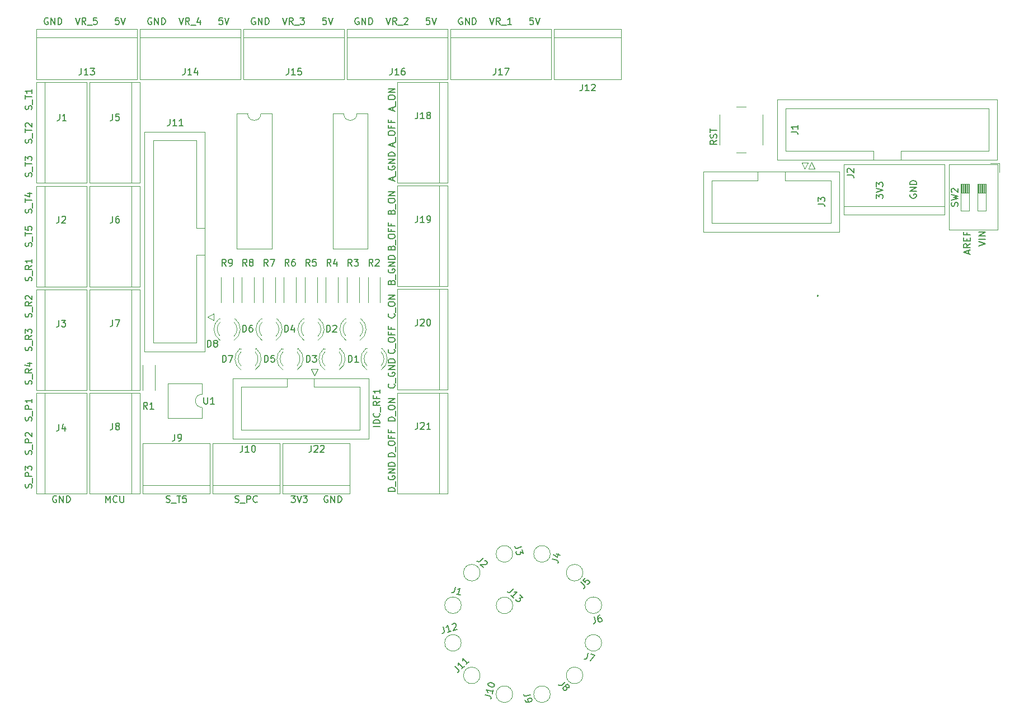
<source format=gbr>
%TF.GenerationSoftware,KiCad,Pcbnew,7.0.6*%
%TF.CreationDate,2023-09-19T13:47:08+08:00*%
%TF.ProjectId,ControlPanelPanelized,436f6e74-726f-46c5-9061-6e656c50616e,rev?*%
%TF.SameCoordinates,Original*%
%TF.FileFunction,Legend,Top*%
%TF.FilePolarity,Positive*%
%FSLAX46Y46*%
G04 Gerber Fmt 4.6, Leading zero omitted, Abs format (unit mm)*
G04 Created by KiCad (PCBNEW 7.0.6) date 2023-09-19 13:47:08*
%MOMM*%
%LPD*%
G01*
G04 APERTURE LIST*
%ADD10C,0.150000*%
%ADD11C,0.120000*%
G04 APERTURE END LIST*
D10*
X181448104Y-63464839D02*
X181448104Y-62988649D01*
X181733819Y-63560077D02*
X180733819Y-63226744D01*
X180733819Y-63226744D02*
X181733819Y-62893411D01*
X181733819Y-61988649D02*
X181257628Y-62321982D01*
X181733819Y-62560077D02*
X180733819Y-62560077D01*
X180733819Y-62560077D02*
X180733819Y-62179125D01*
X180733819Y-62179125D02*
X180781438Y-62083887D01*
X180781438Y-62083887D02*
X180829057Y-62036268D01*
X180829057Y-62036268D02*
X180924295Y-61988649D01*
X180924295Y-61988649D02*
X181067152Y-61988649D01*
X181067152Y-61988649D02*
X181162390Y-62036268D01*
X181162390Y-62036268D02*
X181210009Y-62083887D01*
X181210009Y-62083887D02*
X181257628Y-62179125D01*
X181257628Y-62179125D02*
X181257628Y-62560077D01*
X181210009Y-61560077D02*
X181210009Y-61226744D01*
X181733819Y-61083887D02*
X181733819Y-61560077D01*
X181733819Y-61560077D02*
X180733819Y-61560077D01*
X180733819Y-61560077D02*
X180733819Y-61083887D01*
X181210009Y-60321982D02*
X181210009Y-60655315D01*
X181733819Y-60655315D02*
X180733819Y-60655315D01*
X180733819Y-60655315D02*
X180733819Y-60179125D01*
X183019819Y-62290077D02*
X184019819Y-61956744D01*
X184019819Y-61956744D02*
X183019819Y-61623411D01*
X184019819Y-61290077D02*
X183019819Y-61290077D01*
X184019819Y-60813887D02*
X183019819Y-60813887D01*
X183019819Y-60813887D02*
X184019819Y-60242459D01*
X184019819Y-60242459D02*
X183019819Y-60242459D01*
X143379819Y-46335792D02*
X142903628Y-46669125D01*
X143379819Y-46907220D02*
X142379819Y-46907220D01*
X142379819Y-46907220D02*
X142379819Y-46526268D01*
X142379819Y-46526268D02*
X142427438Y-46431030D01*
X142427438Y-46431030D02*
X142475057Y-46383411D01*
X142475057Y-46383411D02*
X142570295Y-46335792D01*
X142570295Y-46335792D02*
X142713152Y-46335792D01*
X142713152Y-46335792D02*
X142808390Y-46383411D01*
X142808390Y-46383411D02*
X142856009Y-46431030D01*
X142856009Y-46431030D02*
X142903628Y-46526268D01*
X142903628Y-46526268D02*
X142903628Y-46907220D01*
X143332200Y-45954839D02*
X143379819Y-45811982D01*
X143379819Y-45811982D02*
X143379819Y-45573887D01*
X143379819Y-45573887D02*
X143332200Y-45478649D01*
X143332200Y-45478649D02*
X143284580Y-45431030D01*
X143284580Y-45431030D02*
X143189342Y-45383411D01*
X143189342Y-45383411D02*
X143094104Y-45383411D01*
X143094104Y-45383411D02*
X142998866Y-45431030D01*
X142998866Y-45431030D02*
X142951247Y-45478649D01*
X142951247Y-45478649D02*
X142903628Y-45573887D01*
X142903628Y-45573887D02*
X142856009Y-45764363D01*
X142856009Y-45764363D02*
X142808390Y-45859601D01*
X142808390Y-45859601D02*
X142760771Y-45907220D01*
X142760771Y-45907220D02*
X142665533Y-45954839D01*
X142665533Y-45954839D02*
X142570295Y-45954839D01*
X142570295Y-45954839D02*
X142475057Y-45907220D01*
X142475057Y-45907220D02*
X142427438Y-45859601D01*
X142427438Y-45859601D02*
X142379819Y-45764363D01*
X142379819Y-45764363D02*
X142379819Y-45526268D01*
X142379819Y-45526268D02*
X142427438Y-45383411D01*
X142379819Y-45097696D02*
X142379819Y-44526268D01*
X143379819Y-44811982D02*
X142379819Y-44811982D01*
X172653438Y-54511411D02*
X172605819Y-54606649D01*
X172605819Y-54606649D02*
X172605819Y-54749506D01*
X172605819Y-54749506D02*
X172653438Y-54892363D01*
X172653438Y-54892363D02*
X172748676Y-54987601D01*
X172748676Y-54987601D02*
X172843914Y-55035220D01*
X172843914Y-55035220D02*
X173034390Y-55082839D01*
X173034390Y-55082839D02*
X173177247Y-55082839D01*
X173177247Y-55082839D02*
X173367723Y-55035220D01*
X173367723Y-55035220D02*
X173462961Y-54987601D01*
X173462961Y-54987601D02*
X173558200Y-54892363D01*
X173558200Y-54892363D02*
X173605819Y-54749506D01*
X173605819Y-54749506D02*
X173605819Y-54654268D01*
X173605819Y-54654268D02*
X173558200Y-54511411D01*
X173558200Y-54511411D02*
X173510580Y-54463792D01*
X173510580Y-54463792D02*
X173177247Y-54463792D01*
X173177247Y-54463792D02*
X173177247Y-54654268D01*
X173605819Y-54035220D02*
X172605819Y-54035220D01*
X172605819Y-54035220D02*
X173605819Y-53463792D01*
X173605819Y-53463792D02*
X172605819Y-53463792D01*
X173605819Y-52987601D02*
X172605819Y-52987601D01*
X172605819Y-52987601D02*
X172605819Y-52749506D01*
X172605819Y-52749506D02*
X172653438Y-52606649D01*
X172653438Y-52606649D02*
X172748676Y-52511411D01*
X172748676Y-52511411D02*
X172843914Y-52463792D01*
X172843914Y-52463792D02*
X173034390Y-52416173D01*
X173034390Y-52416173D02*
X173177247Y-52416173D01*
X173177247Y-52416173D02*
X173367723Y-52463792D01*
X173367723Y-52463792D02*
X173462961Y-52511411D01*
X173462961Y-52511411D02*
X173558200Y-52606649D01*
X173558200Y-52606649D02*
X173605819Y-52749506D01*
X173605819Y-52749506D02*
X173605819Y-52987601D01*
X167525819Y-55130458D02*
X167525819Y-54511411D01*
X167525819Y-54511411D02*
X167906771Y-54844744D01*
X167906771Y-54844744D02*
X167906771Y-54701887D01*
X167906771Y-54701887D02*
X167954390Y-54606649D01*
X167954390Y-54606649D02*
X168002009Y-54559030D01*
X168002009Y-54559030D02*
X168097247Y-54511411D01*
X168097247Y-54511411D02*
X168335342Y-54511411D01*
X168335342Y-54511411D02*
X168430580Y-54559030D01*
X168430580Y-54559030D02*
X168478200Y-54606649D01*
X168478200Y-54606649D02*
X168525819Y-54701887D01*
X168525819Y-54701887D02*
X168525819Y-54987601D01*
X168525819Y-54987601D02*
X168478200Y-55082839D01*
X168478200Y-55082839D02*
X168430580Y-55130458D01*
X167525819Y-54225696D02*
X168525819Y-53892363D01*
X168525819Y-53892363D02*
X167525819Y-53559030D01*
X167525819Y-53320934D02*
X167525819Y-52701887D01*
X167525819Y-52701887D02*
X167906771Y-53035220D01*
X167906771Y-53035220D02*
X167906771Y-52892363D01*
X167906771Y-52892363D02*
X167954390Y-52797125D01*
X167954390Y-52797125D02*
X168002009Y-52749506D01*
X168002009Y-52749506D02*
X168097247Y-52701887D01*
X168097247Y-52701887D02*
X168335342Y-52701887D01*
X168335342Y-52701887D02*
X168430580Y-52749506D01*
X168430580Y-52749506D02*
X168478200Y-52797125D01*
X168478200Y-52797125D02*
X168525819Y-52892363D01*
X168525819Y-52892363D02*
X168525819Y-53178077D01*
X168525819Y-53178077D02*
X168478200Y-53273315D01*
X168478200Y-53273315D02*
X168430580Y-53320934D01*
X99935407Y-27761819D02*
X99459217Y-27761819D01*
X99459217Y-27761819D02*
X99411598Y-28238009D01*
X99411598Y-28238009D02*
X99459217Y-28190390D01*
X99459217Y-28190390D02*
X99554455Y-28142771D01*
X99554455Y-28142771D02*
X99792550Y-28142771D01*
X99792550Y-28142771D02*
X99887788Y-28190390D01*
X99887788Y-28190390D02*
X99935407Y-28238009D01*
X99935407Y-28238009D02*
X99983026Y-28333247D01*
X99983026Y-28333247D02*
X99983026Y-28571342D01*
X99983026Y-28571342D02*
X99935407Y-28666580D01*
X99935407Y-28666580D02*
X99887788Y-28714200D01*
X99887788Y-28714200D02*
X99792550Y-28761819D01*
X99792550Y-28761819D02*
X99554455Y-28761819D01*
X99554455Y-28761819D02*
X99459217Y-28714200D01*
X99459217Y-28714200D02*
X99411598Y-28666580D01*
X100268741Y-27761819D02*
X100602074Y-28761819D01*
X100602074Y-28761819D02*
X100935407Y-27761819D01*
X39693600Y-78188373D02*
X39741219Y-78045516D01*
X39741219Y-78045516D02*
X39741219Y-77807421D01*
X39741219Y-77807421D02*
X39693600Y-77712183D01*
X39693600Y-77712183D02*
X39645980Y-77664564D01*
X39645980Y-77664564D02*
X39550742Y-77616945D01*
X39550742Y-77616945D02*
X39455504Y-77616945D01*
X39455504Y-77616945D02*
X39360266Y-77664564D01*
X39360266Y-77664564D02*
X39312647Y-77712183D01*
X39312647Y-77712183D02*
X39265028Y-77807421D01*
X39265028Y-77807421D02*
X39217409Y-77997897D01*
X39217409Y-77997897D02*
X39169790Y-78093135D01*
X39169790Y-78093135D02*
X39122171Y-78140754D01*
X39122171Y-78140754D02*
X39026933Y-78188373D01*
X39026933Y-78188373D02*
X38931695Y-78188373D01*
X38931695Y-78188373D02*
X38836457Y-78140754D01*
X38836457Y-78140754D02*
X38788838Y-78093135D01*
X38788838Y-78093135D02*
X38741219Y-77997897D01*
X38741219Y-77997897D02*
X38741219Y-77759802D01*
X38741219Y-77759802D02*
X38788838Y-77616945D01*
X39836457Y-77426469D02*
X39836457Y-76664564D01*
X39741219Y-75855040D02*
X39265028Y-76188373D01*
X39741219Y-76426468D02*
X38741219Y-76426468D01*
X38741219Y-76426468D02*
X38741219Y-76045516D01*
X38741219Y-76045516D02*
X38788838Y-75950278D01*
X38788838Y-75950278D02*
X38836457Y-75902659D01*
X38836457Y-75902659D02*
X38931695Y-75855040D01*
X38931695Y-75855040D02*
X39074552Y-75855040D01*
X39074552Y-75855040D02*
X39169790Y-75902659D01*
X39169790Y-75902659D02*
X39217409Y-75950278D01*
X39217409Y-75950278D02*
X39265028Y-76045516D01*
X39265028Y-76045516D02*
X39265028Y-76426468D01*
X38741219Y-75521706D02*
X38741219Y-74902659D01*
X38741219Y-74902659D02*
X39122171Y-75235992D01*
X39122171Y-75235992D02*
X39122171Y-75093135D01*
X39122171Y-75093135D02*
X39169790Y-74997897D01*
X39169790Y-74997897D02*
X39217409Y-74950278D01*
X39217409Y-74950278D02*
X39312647Y-74902659D01*
X39312647Y-74902659D02*
X39550742Y-74902659D01*
X39550742Y-74902659D02*
X39645980Y-74950278D01*
X39645980Y-74950278D02*
X39693600Y-74997897D01*
X39693600Y-74997897D02*
X39741219Y-75093135D01*
X39741219Y-75093135D02*
X39741219Y-75378849D01*
X39741219Y-75378849D02*
X39693600Y-75474087D01*
X39693600Y-75474087D02*
X39645980Y-75521706D01*
X57860379Y-27809438D02*
X57765141Y-27761819D01*
X57765141Y-27761819D02*
X57622284Y-27761819D01*
X57622284Y-27761819D02*
X57479427Y-27809438D01*
X57479427Y-27809438D02*
X57384189Y-27904676D01*
X57384189Y-27904676D02*
X57336570Y-27999914D01*
X57336570Y-27999914D02*
X57288951Y-28190390D01*
X57288951Y-28190390D02*
X57288951Y-28333247D01*
X57288951Y-28333247D02*
X57336570Y-28523723D01*
X57336570Y-28523723D02*
X57384189Y-28618961D01*
X57384189Y-28618961D02*
X57479427Y-28714200D01*
X57479427Y-28714200D02*
X57622284Y-28761819D01*
X57622284Y-28761819D02*
X57717522Y-28761819D01*
X57717522Y-28761819D02*
X57860379Y-28714200D01*
X57860379Y-28714200D02*
X57907998Y-28666580D01*
X57907998Y-28666580D02*
X57907998Y-28333247D01*
X57907998Y-28333247D02*
X57717522Y-28333247D01*
X58336570Y-28761819D02*
X58336570Y-27761819D01*
X58336570Y-27761819D02*
X58907998Y-28761819D01*
X58907998Y-28761819D02*
X58907998Y-27761819D01*
X59384189Y-28761819D02*
X59384189Y-27761819D01*
X59384189Y-27761819D02*
X59622284Y-27761819D01*
X59622284Y-27761819D02*
X59765141Y-27809438D01*
X59765141Y-27809438D02*
X59860379Y-27904676D01*
X59860379Y-27904676D02*
X59907998Y-27999914D01*
X59907998Y-27999914D02*
X59955617Y-28190390D01*
X59955617Y-28190390D02*
X59955617Y-28333247D01*
X59955617Y-28333247D02*
X59907998Y-28523723D01*
X59907998Y-28523723D02*
X59860379Y-28618961D01*
X59860379Y-28618961D02*
X59765141Y-28714200D01*
X59765141Y-28714200D02*
X59622284Y-28761819D01*
X59622284Y-28761819D02*
X59384189Y-28761819D01*
X39693600Y-41641325D02*
X39741219Y-41498468D01*
X39741219Y-41498468D02*
X39741219Y-41260373D01*
X39741219Y-41260373D02*
X39693600Y-41165135D01*
X39693600Y-41165135D02*
X39645980Y-41117516D01*
X39645980Y-41117516D02*
X39550742Y-41069897D01*
X39550742Y-41069897D02*
X39455504Y-41069897D01*
X39455504Y-41069897D02*
X39360266Y-41117516D01*
X39360266Y-41117516D02*
X39312647Y-41165135D01*
X39312647Y-41165135D02*
X39265028Y-41260373D01*
X39265028Y-41260373D02*
X39217409Y-41450849D01*
X39217409Y-41450849D02*
X39169790Y-41546087D01*
X39169790Y-41546087D02*
X39122171Y-41593706D01*
X39122171Y-41593706D02*
X39026933Y-41641325D01*
X39026933Y-41641325D02*
X38931695Y-41641325D01*
X38931695Y-41641325D02*
X38836457Y-41593706D01*
X38836457Y-41593706D02*
X38788838Y-41546087D01*
X38788838Y-41546087D02*
X38741219Y-41450849D01*
X38741219Y-41450849D02*
X38741219Y-41212754D01*
X38741219Y-41212754D02*
X38788838Y-41069897D01*
X39836457Y-40879421D02*
X39836457Y-40117516D01*
X38741219Y-40022277D02*
X38741219Y-39450849D01*
X39741219Y-39736563D02*
X38741219Y-39736563D01*
X39741219Y-38593706D02*
X39741219Y-39165134D01*
X39741219Y-38879420D02*
X38741219Y-38879420D01*
X38741219Y-38879420D02*
X38884076Y-38974658D01*
X38884076Y-38974658D02*
X38979314Y-39069896D01*
X38979314Y-39069896D02*
X39026933Y-39165134D01*
X52915607Y-27761819D02*
X52439417Y-27761819D01*
X52439417Y-27761819D02*
X52391798Y-28238009D01*
X52391798Y-28238009D02*
X52439417Y-28190390D01*
X52439417Y-28190390D02*
X52534655Y-28142771D01*
X52534655Y-28142771D02*
X52772750Y-28142771D01*
X52772750Y-28142771D02*
X52867988Y-28190390D01*
X52867988Y-28190390D02*
X52915607Y-28238009D01*
X52915607Y-28238009D02*
X52963226Y-28333247D01*
X52963226Y-28333247D02*
X52963226Y-28571342D01*
X52963226Y-28571342D02*
X52915607Y-28666580D01*
X52915607Y-28666580D02*
X52867988Y-28714200D01*
X52867988Y-28714200D02*
X52772750Y-28761819D01*
X52772750Y-28761819D02*
X52534655Y-28761819D01*
X52534655Y-28761819D02*
X52439417Y-28714200D01*
X52439417Y-28714200D02*
X52391798Y-28666580D01*
X53248941Y-27761819D02*
X53582274Y-28761819D01*
X53582274Y-28761819D02*
X53915607Y-27761819D01*
X60081274Y-101104200D02*
X60224131Y-101151819D01*
X60224131Y-101151819D02*
X60462226Y-101151819D01*
X60462226Y-101151819D02*
X60557464Y-101104200D01*
X60557464Y-101104200D02*
X60605083Y-101056580D01*
X60605083Y-101056580D02*
X60652702Y-100961342D01*
X60652702Y-100961342D02*
X60652702Y-100866104D01*
X60652702Y-100866104D02*
X60605083Y-100770866D01*
X60605083Y-100770866D02*
X60557464Y-100723247D01*
X60557464Y-100723247D02*
X60462226Y-100675628D01*
X60462226Y-100675628D02*
X60271750Y-100628009D01*
X60271750Y-100628009D02*
X60176512Y-100580390D01*
X60176512Y-100580390D02*
X60128893Y-100532771D01*
X60128893Y-100532771D02*
X60081274Y-100437533D01*
X60081274Y-100437533D02*
X60081274Y-100342295D01*
X60081274Y-100342295D02*
X60128893Y-100247057D01*
X60128893Y-100247057D02*
X60176512Y-100199438D01*
X60176512Y-100199438D02*
X60271750Y-100151819D01*
X60271750Y-100151819D02*
X60509845Y-100151819D01*
X60509845Y-100151819D02*
X60652702Y-100199438D01*
X60843179Y-101247057D02*
X61605083Y-101247057D01*
X61700322Y-100151819D02*
X62271750Y-100151819D01*
X61986036Y-101151819D02*
X61986036Y-100151819D01*
X63081274Y-100151819D02*
X62605084Y-100151819D01*
X62605084Y-100151819D02*
X62557465Y-100628009D01*
X62557465Y-100628009D02*
X62605084Y-100580390D01*
X62605084Y-100580390D02*
X62700322Y-100532771D01*
X62700322Y-100532771D02*
X62938417Y-100532771D01*
X62938417Y-100532771D02*
X63033655Y-100580390D01*
X63033655Y-100580390D02*
X63081274Y-100628009D01*
X63081274Y-100628009D02*
X63128893Y-100723247D01*
X63128893Y-100723247D02*
X63128893Y-100961342D01*
X63128893Y-100961342D02*
X63081274Y-101056580D01*
X63081274Y-101056580D02*
X63033655Y-101104200D01*
X63033655Y-101104200D02*
X62938417Y-101151819D01*
X62938417Y-101151819D02*
X62700322Y-101151819D01*
X62700322Y-101151819D02*
X62605084Y-101104200D01*
X62605084Y-101104200D02*
X62557465Y-101056580D01*
X39693600Y-67596573D02*
X39741219Y-67453716D01*
X39741219Y-67453716D02*
X39741219Y-67215621D01*
X39741219Y-67215621D02*
X39693600Y-67120383D01*
X39693600Y-67120383D02*
X39645980Y-67072764D01*
X39645980Y-67072764D02*
X39550742Y-67025145D01*
X39550742Y-67025145D02*
X39455504Y-67025145D01*
X39455504Y-67025145D02*
X39360266Y-67072764D01*
X39360266Y-67072764D02*
X39312647Y-67120383D01*
X39312647Y-67120383D02*
X39265028Y-67215621D01*
X39265028Y-67215621D02*
X39217409Y-67406097D01*
X39217409Y-67406097D02*
X39169790Y-67501335D01*
X39169790Y-67501335D02*
X39122171Y-67548954D01*
X39122171Y-67548954D02*
X39026933Y-67596573D01*
X39026933Y-67596573D02*
X38931695Y-67596573D01*
X38931695Y-67596573D02*
X38836457Y-67548954D01*
X38836457Y-67548954D02*
X38788838Y-67501335D01*
X38788838Y-67501335D02*
X38741219Y-67406097D01*
X38741219Y-67406097D02*
X38741219Y-67168002D01*
X38741219Y-67168002D02*
X38788838Y-67025145D01*
X39836457Y-66834669D02*
X39836457Y-66072764D01*
X39741219Y-65263240D02*
X39265028Y-65596573D01*
X39741219Y-65834668D02*
X38741219Y-65834668D01*
X38741219Y-65834668D02*
X38741219Y-65453716D01*
X38741219Y-65453716D02*
X38788838Y-65358478D01*
X38788838Y-65358478D02*
X38836457Y-65310859D01*
X38836457Y-65310859D02*
X38931695Y-65263240D01*
X38931695Y-65263240D02*
X39074552Y-65263240D01*
X39074552Y-65263240D02*
X39169790Y-65310859D01*
X39169790Y-65310859D02*
X39217409Y-65358478D01*
X39217409Y-65358478D02*
X39265028Y-65453716D01*
X39265028Y-65453716D02*
X39265028Y-65834668D01*
X39741219Y-64310859D02*
X39741219Y-64882287D01*
X39741219Y-64596573D02*
X38741219Y-64596573D01*
X38741219Y-64596573D02*
X38884076Y-64691811D01*
X38884076Y-64691811D02*
X38979314Y-64787049D01*
X38979314Y-64787049D02*
X39026933Y-64882287D01*
X94669219Y-88825592D02*
X93669219Y-88825592D01*
X93669219Y-88825592D02*
X93669219Y-88587497D01*
X93669219Y-88587497D02*
X93716838Y-88444640D01*
X93716838Y-88444640D02*
X93812076Y-88349402D01*
X93812076Y-88349402D02*
X93907314Y-88301783D01*
X93907314Y-88301783D02*
X94097790Y-88254164D01*
X94097790Y-88254164D02*
X94240647Y-88254164D01*
X94240647Y-88254164D02*
X94431123Y-88301783D01*
X94431123Y-88301783D02*
X94526361Y-88349402D01*
X94526361Y-88349402D02*
X94621600Y-88444640D01*
X94621600Y-88444640D02*
X94669219Y-88587497D01*
X94669219Y-88587497D02*
X94669219Y-88825592D01*
X94764457Y-88063688D02*
X94764457Y-87301783D01*
X93669219Y-86873211D02*
X93669219Y-86682735D01*
X93669219Y-86682735D02*
X93716838Y-86587497D01*
X93716838Y-86587497D02*
X93812076Y-86492259D01*
X93812076Y-86492259D02*
X94002552Y-86444640D01*
X94002552Y-86444640D02*
X94335885Y-86444640D01*
X94335885Y-86444640D02*
X94526361Y-86492259D01*
X94526361Y-86492259D02*
X94621600Y-86587497D01*
X94621600Y-86587497D02*
X94669219Y-86682735D01*
X94669219Y-86682735D02*
X94669219Y-86873211D01*
X94669219Y-86873211D02*
X94621600Y-86968449D01*
X94621600Y-86968449D02*
X94526361Y-87063687D01*
X94526361Y-87063687D02*
X94335885Y-87111306D01*
X94335885Y-87111306D02*
X94002552Y-87111306D01*
X94002552Y-87111306D02*
X93812076Y-87063687D01*
X93812076Y-87063687D02*
X93716838Y-86968449D01*
X93716838Y-86968449D02*
X93669219Y-86873211D01*
X94669219Y-86016068D02*
X93669219Y-86016068D01*
X93669219Y-86016068D02*
X94669219Y-85444640D01*
X94669219Y-85444640D02*
X93669219Y-85444640D01*
X84531579Y-100199438D02*
X84436341Y-100151819D01*
X84436341Y-100151819D02*
X84293484Y-100151819D01*
X84293484Y-100151819D02*
X84150627Y-100199438D01*
X84150627Y-100199438D02*
X84055389Y-100294676D01*
X84055389Y-100294676D02*
X84007770Y-100389914D01*
X84007770Y-100389914D02*
X83960151Y-100580390D01*
X83960151Y-100580390D02*
X83960151Y-100723247D01*
X83960151Y-100723247D02*
X84007770Y-100913723D01*
X84007770Y-100913723D02*
X84055389Y-101008961D01*
X84055389Y-101008961D02*
X84150627Y-101104200D01*
X84150627Y-101104200D02*
X84293484Y-101151819D01*
X84293484Y-101151819D02*
X84388722Y-101151819D01*
X84388722Y-101151819D02*
X84531579Y-101104200D01*
X84531579Y-101104200D02*
X84579198Y-101056580D01*
X84579198Y-101056580D02*
X84579198Y-100723247D01*
X84579198Y-100723247D02*
X84388722Y-100723247D01*
X85007770Y-101151819D02*
X85007770Y-100151819D01*
X85007770Y-100151819D02*
X85579198Y-101151819D01*
X85579198Y-101151819D02*
X85579198Y-100151819D01*
X86055389Y-101151819D02*
X86055389Y-100151819D01*
X86055389Y-100151819D02*
X86293484Y-100151819D01*
X86293484Y-100151819D02*
X86436341Y-100199438D01*
X86436341Y-100199438D02*
X86531579Y-100294676D01*
X86531579Y-100294676D02*
X86579198Y-100389914D01*
X86579198Y-100389914D02*
X86626817Y-100580390D01*
X86626817Y-100580390D02*
X86626817Y-100723247D01*
X86626817Y-100723247D02*
X86579198Y-100913723D01*
X86579198Y-100913723D02*
X86531579Y-101008961D01*
X86531579Y-101008961D02*
X86436341Y-101104200D01*
X86436341Y-101104200D02*
X86293484Y-101151819D01*
X86293484Y-101151819D02*
X86055389Y-101151819D01*
X73532179Y-27809438D02*
X73436941Y-27761819D01*
X73436941Y-27761819D02*
X73294084Y-27761819D01*
X73294084Y-27761819D02*
X73151227Y-27809438D01*
X73151227Y-27809438D02*
X73055989Y-27904676D01*
X73055989Y-27904676D02*
X73008370Y-27999914D01*
X73008370Y-27999914D02*
X72960751Y-28190390D01*
X72960751Y-28190390D02*
X72960751Y-28333247D01*
X72960751Y-28333247D02*
X73008370Y-28523723D01*
X73008370Y-28523723D02*
X73055989Y-28618961D01*
X73055989Y-28618961D02*
X73151227Y-28714200D01*
X73151227Y-28714200D02*
X73294084Y-28761819D01*
X73294084Y-28761819D02*
X73389322Y-28761819D01*
X73389322Y-28761819D02*
X73532179Y-28714200D01*
X73532179Y-28714200D02*
X73579798Y-28666580D01*
X73579798Y-28666580D02*
X73579798Y-28333247D01*
X73579798Y-28333247D02*
X73389322Y-28333247D01*
X74008370Y-28761819D02*
X74008370Y-27761819D01*
X74008370Y-27761819D02*
X74579798Y-28761819D01*
X74579798Y-28761819D02*
X74579798Y-27761819D01*
X75055989Y-28761819D02*
X75055989Y-27761819D01*
X75055989Y-27761819D02*
X75294084Y-27761819D01*
X75294084Y-27761819D02*
X75436941Y-27809438D01*
X75436941Y-27809438D02*
X75532179Y-27904676D01*
X75532179Y-27904676D02*
X75579798Y-27999914D01*
X75579798Y-27999914D02*
X75627417Y-28190390D01*
X75627417Y-28190390D02*
X75627417Y-28333247D01*
X75627417Y-28333247D02*
X75579798Y-28523723D01*
X75579798Y-28523723D02*
X75532179Y-28618961D01*
X75532179Y-28618961D02*
X75436941Y-28714200D01*
X75436941Y-28714200D02*
X75294084Y-28761819D01*
X75294084Y-28761819D02*
X75055989Y-28761819D01*
X94145409Y-67787049D02*
X94193028Y-67644192D01*
X94193028Y-67644192D02*
X94240647Y-67596573D01*
X94240647Y-67596573D02*
X94335885Y-67548954D01*
X94335885Y-67548954D02*
X94478742Y-67548954D01*
X94478742Y-67548954D02*
X94573980Y-67596573D01*
X94573980Y-67596573D02*
X94621600Y-67644192D01*
X94621600Y-67644192D02*
X94669219Y-67739430D01*
X94669219Y-67739430D02*
X94669219Y-68120382D01*
X94669219Y-68120382D02*
X93669219Y-68120382D01*
X93669219Y-68120382D02*
X93669219Y-67787049D01*
X93669219Y-67787049D02*
X93716838Y-67691811D01*
X93716838Y-67691811D02*
X93764457Y-67644192D01*
X93764457Y-67644192D02*
X93859695Y-67596573D01*
X93859695Y-67596573D02*
X93954933Y-67596573D01*
X93954933Y-67596573D02*
X94050171Y-67644192D01*
X94050171Y-67644192D02*
X94097790Y-67691811D01*
X94097790Y-67691811D02*
X94145409Y-67787049D01*
X94145409Y-67787049D02*
X94145409Y-68120382D01*
X94764457Y-67358478D02*
X94764457Y-66596573D01*
X93716838Y-65834668D02*
X93669219Y-65929906D01*
X93669219Y-65929906D02*
X93669219Y-66072763D01*
X93669219Y-66072763D02*
X93716838Y-66215620D01*
X93716838Y-66215620D02*
X93812076Y-66310858D01*
X93812076Y-66310858D02*
X93907314Y-66358477D01*
X93907314Y-66358477D02*
X94097790Y-66406096D01*
X94097790Y-66406096D02*
X94240647Y-66406096D01*
X94240647Y-66406096D02*
X94431123Y-66358477D01*
X94431123Y-66358477D02*
X94526361Y-66310858D01*
X94526361Y-66310858D02*
X94621600Y-66215620D01*
X94621600Y-66215620D02*
X94669219Y-66072763D01*
X94669219Y-66072763D02*
X94669219Y-65977525D01*
X94669219Y-65977525D02*
X94621600Y-65834668D01*
X94621600Y-65834668D02*
X94573980Y-65787049D01*
X94573980Y-65787049D02*
X94240647Y-65787049D01*
X94240647Y-65787049D02*
X94240647Y-65977525D01*
X94669219Y-65358477D02*
X93669219Y-65358477D01*
X93669219Y-65358477D02*
X94669219Y-64787049D01*
X94669219Y-64787049D02*
X93669219Y-64787049D01*
X94669219Y-64310858D02*
X93669219Y-64310858D01*
X93669219Y-64310858D02*
X93669219Y-64072763D01*
X93669219Y-64072763D02*
X93716838Y-63929906D01*
X93716838Y-63929906D02*
X93812076Y-63834668D01*
X93812076Y-63834668D02*
X93907314Y-63787049D01*
X93907314Y-63787049D02*
X94097790Y-63739430D01*
X94097790Y-63739430D02*
X94240647Y-63739430D01*
X94240647Y-63739430D02*
X94431123Y-63787049D01*
X94431123Y-63787049D02*
X94526361Y-63834668D01*
X94526361Y-63834668D02*
X94621600Y-63929906D01*
X94621600Y-63929906D02*
X94669219Y-64072763D01*
X94669219Y-64072763D02*
X94669219Y-64310858D01*
X93355408Y-27761819D02*
X93688741Y-28761819D01*
X93688741Y-28761819D02*
X94022074Y-27761819D01*
X94926836Y-28761819D02*
X94593503Y-28285628D01*
X94355408Y-28761819D02*
X94355408Y-27761819D01*
X94355408Y-27761819D02*
X94736360Y-27761819D01*
X94736360Y-27761819D02*
X94831598Y-27809438D01*
X94831598Y-27809438D02*
X94879217Y-27857057D01*
X94879217Y-27857057D02*
X94926836Y-27952295D01*
X94926836Y-27952295D02*
X94926836Y-28095152D01*
X94926836Y-28095152D02*
X94879217Y-28190390D01*
X94879217Y-28190390D02*
X94831598Y-28238009D01*
X94831598Y-28238009D02*
X94736360Y-28285628D01*
X94736360Y-28285628D02*
X94355408Y-28285628D01*
X95117313Y-28857057D02*
X95879217Y-28857057D01*
X96069694Y-27857057D02*
X96117313Y-27809438D01*
X96117313Y-27809438D02*
X96212551Y-27761819D01*
X96212551Y-27761819D02*
X96450646Y-27761819D01*
X96450646Y-27761819D02*
X96545884Y-27809438D01*
X96545884Y-27809438D02*
X96593503Y-27857057D01*
X96593503Y-27857057D02*
X96641122Y-27952295D01*
X96641122Y-27952295D02*
X96641122Y-28047533D01*
X96641122Y-28047533D02*
X96593503Y-28190390D01*
X96593503Y-28190390D02*
X96022075Y-28761819D01*
X96022075Y-28761819D02*
X96641122Y-28761819D01*
X39693600Y-46721325D02*
X39741219Y-46578468D01*
X39741219Y-46578468D02*
X39741219Y-46340373D01*
X39741219Y-46340373D02*
X39693600Y-46245135D01*
X39693600Y-46245135D02*
X39645980Y-46197516D01*
X39645980Y-46197516D02*
X39550742Y-46149897D01*
X39550742Y-46149897D02*
X39455504Y-46149897D01*
X39455504Y-46149897D02*
X39360266Y-46197516D01*
X39360266Y-46197516D02*
X39312647Y-46245135D01*
X39312647Y-46245135D02*
X39265028Y-46340373D01*
X39265028Y-46340373D02*
X39217409Y-46530849D01*
X39217409Y-46530849D02*
X39169790Y-46626087D01*
X39169790Y-46626087D02*
X39122171Y-46673706D01*
X39122171Y-46673706D02*
X39026933Y-46721325D01*
X39026933Y-46721325D02*
X38931695Y-46721325D01*
X38931695Y-46721325D02*
X38836457Y-46673706D01*
X38836457Y-46673706D02*
X38788838Y-46626087D01*
X38788838Y-46626087D02*
X38741219Y-46530849D01*
X38741219Y-46530849D02*
X38741219Y-46292754D01*
X38741219Y-46292754D02*
X38788838Y-46149897D01*
X39836457Y-45959421D02*
X39836457Y-45197516D01*
X38741219Y-45102277D02*
X38741219Y-44530849D01*
X39741219Y-44816563D02*
X38741219Y-44816563D01*
X38836457Y-44245134D02*
X38788838Y-44197515D01*
X38788838Y-44197515D02*
X38741219Y-44102277D01*
X38741219Y-44102277D02*
X38741219Y-43864182D01*
X38741219Y-43864182D02*
X38788838Y-43768944D01*
X38788838Y-43768944D02*
X38836457Y-43721325D01*
X38836457Y-43721325D02*
X38931695Y-43673706D01*
X38931695Y-43673706D02*
X39026933Y-43673706D01*
X39026933Y-43673706D02*
X39169790Y-43721325D01*
X39169790Y-43721325D02*
X39741219Y-44292753D01*
X39741219Y-44292753D02*
X39741219Y-43673706D01*
X94145409Y-57150859D02*
X94193028Y-57008002D01*
X94193028Y-57008002D02*
X94240647Y-56960383D01*
X94240647Y-56960383D02*
X94335885Y-56912764D01*
X94335885Y-56912764D02*
X94478742Y-56912764D01*
X94478742Y-56912764D02*
X94573980Y-56960383D01*
X94573980Y-56960383D02*
X94621600Y-57008002D01*
X94621600Y-57008002D02*
X94669219Y-57103240D01*
X94669219Y-57103240D02*
X94669219Y-57484192D01*
X94669219Y-57484192D02*
X93669219Y-57484192D01*
X93669219Y-57484192D02*
X93669219Y-57150859D01*
X93669219Y-57150859D02*
X93716838Y-57055621D01*
X93716838Y-57055621D02*
X93764457Y-57008002D01*
X93764457Y-57008002D02*
X93859695Y-56960383D01*
X93859695Y-56960383D02*
X93954933Y-56960383D01*
X93954933Y-56960383D02*
X94050171Y-57008002D01*
X94050171Y-57008002D02*
X94097790Y-57055621D01*
X94097790Y-57055621D02*
X94145409Y-57150859D01*
X94145409Y-57150859D02*
X94145409Y-57484192D01*
X94764457Y-56722288D02*
X94764457Y-55960383D01*
X93669219Y-55531811D02*
X93669219Y-55341335D01*
X93669219Y-55341335D02*
X93716838Y-55246097D01*
X93716838Y-55246097D02*
X93812076Y-55150859D01*
X93812076Y-55150859D02*
X94002552Y-55103240D01*
X94002552Y-55103240D02*
X94335885Y-55103240D01*
X94335885Y-55103240D02*
X94526361Y-55150859D01*
X94526361Y-55150859D02*
X94621600Y-55246097D01*
X94621600Y-55246097D02*
X94669219Y-55341335D01*
X94669219Y-55341335D02*
X94669219Y-55531811D01*
X94669219Y-55531811D02*
X94621600Y-55627049D01*
X94621600Y-55627049D02*
X94526361Y-55722287D01*
X94526361Y-55722287D02*
X94335885Y-55769906D01*
X94335885Y-55769906D02*
X94002552Y-55769906D01*
X94002552Y-55769906D02*
X93812076Y-55722287D01*
X93812076Y-55722287D02*
X93716838Y-55627049D01*
X93716838Y-55627049D02*
X93669219Y-55531811D01*
X94669219Y-54674668D02*
X93669219Y-54674668D01*
X93669219Y-54674668D02*
X94669219Y-54103240D01*
X94669219Y-54103240D02*
X93669219Y-54103240D01*
X68591807Y-27761819D02*
X68115617Y-27761819D01*
X68115617Y-27761819D02*
X68067998Y-28238009D01*
X68067998Y-28238009D02*
X68115617Y-28190390D01*
X68115617Y-28190390D02*
X68210855Y-28142771D01*
X68210855Y-28142771D02*
X68448950Y-28142771D01*
X68448950Y-28142771D02*
X68544188Y-28190390D01*
X68544188Y-28190390D02*
X68591807Y-28238009D01*
X68591807Y-28238009D02*
X68639426Y-28333247D01*
X68639426Y-28333247D02*
X68639426Y-28571342D01*
X68639426Y-28571342D02*
X68591807Y-28666580D01*
X68591807Y-28666580D02*
X68544188Y-28714200D01*
X68544188Y-28714200D02*
X68448950Y-28761819D01*
X68448950Y-28761819D02*
X68210855Y-28761819D01*
X68210855Y-28761819D02*
X68115617Y-28714200D01*
X68115617Y-28714200D02*
X68067998Y-28666580D01*
X68925141Y-27761819D02*
X69258474Y-28761819D01*
X69258474Y-28761819D02*
X69591807Y-27761819D01*
X94145409Y-62564192D02*
X94193028Y-62421335D01*
X94193028Y-62421335D02*
X94240647Y-62373716D01*
X94240647Y-62373716D02*
X94335885Y-62326097D01*
X94335885Y-62326097D02*
X94478742Y-62326097D01*
X94478742Y-62326097D02*
X94573980Y-62373716D01*
X94573980Y-62373716D02*
X94621600Y-62421335D01*
X94621600Y-62421335D02*
X94669219Y-62516573D01*
X94669219Y-62516573D02*
X94669219Y-62897525D01*
X94669219Y-62897525D02*
X93669219Y-62897525D01*
X93669219Y-62897525D02*
X93669219Y-62564192D01*
X93669219Y-62564192D02*
X93716838Y-62468954D01*
X93716838Y-62468954D02*
X93764457Y-62421335D01*
X93764457Y-62421335D02*
X93859695Y-62373716D01*
X93859695Y-62373716D02*
X93954933Y-62373716D01*
X93954933Y-62373716D02*
X94050171Y-62421335D01*
X94050171Y-62421335D02*
X94097790Y-62468954D01*
X94097790Y-62468954D02*
X94145409Y-62564192D01*
X94145409Y-62564192D02*
X94145409Y-62897525D01*
X94764457Y-62135621D02*
X94764457Y-61373716D01*
X93669219Y-60945144D02*
X93669219Y-60754668D01*
X93669219Y-60754668D02*
X93716838Y-60659430D01*
X93716838Y-60659430D02*
X93812076Y-60564192D01*
X93812076Y-60564192D02*
X94002552Y-60516573D01*
X94002552Y-60516573D02*
X94335885Y-60516573D01*
X94335885Y-60516573D02*
X94526361Y-60564192D01*
X94526361Y-60564192D02*
X94621600Y-60659430D01*
X94621600Y-60659430D02*
X94669219Y-60754668D01*
X94669219Y-60754668D02*
X94669219Y-60945144D01*
X94669219Y-60945144D02*
X94621600Y-61040382D01*
X94621600Y-61040382D02*
X94526361Y-61135620D01*
X94526361Y-61135620D02*
X94335885Y-61183239D01*
X94335885Y-61183239D02*
X94002552Y-61183239D01*
X94002552Y-61183239D02*
X93812076Y-61135620D01*
X93812076Y-61135620D02*
X93716838Y-61040382D01*
X93716838Y-61040382D02*
X93669219Y-60945144D01*
X94145409Y-59754668D02*
X94145409Y-60088001D01*
X94669219Y-60088001D02*
X93669219Y-60088001D01*
X93669219Y-60088001D02*
X93669219Y-59611811D01*
X94145409Y-58897525D02*
X94145409Y-59230858D01*
X94669219Y-59230858D02*
X93669219Y-59230858D01*
X93669219Y-59230858D02*
X93669219Y-58754668D01*
X94383504Y-47197516D02*
X94383504Y-46721326D01*
X94669219Y-47292754D02*
X93669219Y-46959421D01*
X93669219Y-46959421D02*
X94669219Y-46626088D01*
X94764457Y-46530850D02*
X94764457Y-45768945D01*
X93669219Y-45340373D02*
X93669219Y-45149897D01*
X93669219Y-45149897D02*
X93716838Y-45054659D01*
X93716838Y-45054659D02*
X93812076Y-44959421D01*
X93812076Y-44959421D02*
X94002552Y-44911802D01*
X94002552Y-44911802D02*
X94335885Y-44911802D01*
X94335885Y-44911802D02*
X94526361Y-44959421D01*
X94526361Y-44959421D02*
X94621600Y-45054659D01*
X94621600Y-45054659D02*
X94669219Y-45149897D01*
X94669219Y-45149897D02*
X94669219Y-45340373D01*
X94669219Y-45340373D02*
X94621600Y-45435611D01*
X94621600Y-45435611D02*
X94526361Y-45530849D01*
X94526361Y-45530849D02*
X94335885Y-45578468D01*
X94335885Y-45578468D02*
X94002552Y-45578468D01*
X94002552Y-45578468D02*
X93812076Y-45530849D01*
X93812076Y-45530849D02*
X93716838Y-45435611D01*
X93716838Y-45435611D02*
X93669219Y-45340373D01*
X94145409Y-44149897D02*
X94145409Y-44483230D01*
X94669219Y-44483230D02*
X93669219Y-44483230D01*
X93669219Y-44483230D02*
X93669219Y-44007040D01*
X94145409Y-43292754D02*
X94145409Y-43626087D01*
X94669219Y-43626087D02*
X93669219Y-43626087D01*
X93669219Y-43626087D02*
X93669219Y-43149897D01*
X42184179Y-27809438D02*
X42088941Y-27761819D01*
X42088941Y-27761819D02*
X41946084Y-27761819D01*
X41946084Y-27761819D02*
X41803227Y-27809438D01*
X41803227Y-27809438D02*
X41707989Y-27904676D01*
X41707989Y-27904676D02*
X41660370Y-27999914D01*
X41660370Y-27999914D02*
X41612751Y-28190390D01*
X41612751Y-28190390D02*
X41612751Y-28333247D01*
X41612751Y-28333247D02*
X41660370Y-28523723D01*
X41660370Y-28523723D02*
X41707989Y-28618961D01*
X41707989Y-28618961D02*
X41803227Y-28714200D01*
X41803227Y-28714200D02*
X41946084Y-28761819D01*
X41946084Y-28761819D02*
X42041322Y-28761819D01*
X42041322Y-28761819D02*
X42184179Y-28714200D01*
X42184179Y-28714200D02*
X42231798Y-28666580D01*
X42231798Y-28666580D02*
X42231798Y-28333247D01*
X42231798Y-28333247D02*
X42041322Y-28333247D01*
X42660370Y-28761819D02*
X42660370Y-27761819D01*
X42660370Y-27761819D02*
X43231798Y-28761819D01*
X43231798Y-28761819D02*
X43231798Y-27761819D01*
X43707989Y-28761819D02*
X43707989Y-27761819D01*
X43707989Y-27761819D02*
X43946084Y-27761819D01*
X43946084Y-27761819D02*
X44088941Y-27809438D01*
X44088941Y-27809438D02*
X44184179Y-27904676D01*
X44184179Y-27904676D02*
X44231798Y-27999914D01*
X44231798Y-27999914D02*
X44279417Y-28190390D01*
X44279417Y-28190390D02*
X44279417Y-28333247D01*
X44279417Y-28333247D02*
X44231798Y-28523723D01*
X44231798Y-28523723D02*
X44184179Y-28618961D01*
X44184179Y-28618961D02*
X44088941Y-28714200D01*
X44088941Y-28714200D02*
X43946084Y-28761819D01*
X43946084Y-28761819D02*
X43707989Y-28761819D01*
X46335608Y-27761819D02*
X46668941Y-28761819D01*
X46668941Y-28761819D02*
X47002274Y-27761819D01*
X47907036Y-28761819D02*
X47573703Y-28285628D01*
X47335608Y-28761819D02*
X47335608Y-27761819D01*
X47335608Y-27761819D02*
X47716560Y-27761819D01*
X47716560Y-27761819D02*
X47811798Y-27809438D01*
X47811798Y-27809438D02*
X47859417Y-27857057D01*
X47859417Y-27857057D02*
X47907036Y-27952295D01*
X47907036Y-27952295D02*
X47907036Y-28095152D01*
X47907036Y-28095152D02*
X47859417Y-28190390D01*
X47859417Y-28190390D02*
X47811798Y-28238009D01*
X47811798Y-28238009D02*
X47716560Y-28285628D01*
X47716560Y-28285628D02*
X47335608Y-28285628D01*
X48097513Y-28857057D02*
X48859417Y-28857057D01*
X49573703Y-27761819D02*
X49097513Y-27761819D01*
X49097513Y-27761819D02*
X49049894Y-28238009D01*
X49049894Y-28238009D02*
X49097513Y-28190390D01*
X49097513Y-28190390D02*
X49192751Y-28142771D01*
X49192751Y-28142771D02*
X49430846Y-28142771D01*
X49430846Y-28142771D02*
X49526084Y-28190390D01*
X49526084Y-28190390D02*
X49573703Y-28238009D01*
X49573703Y-28238009D02*
X49621322Y-28333247D01*
X49621322Y-28333247D02*
X49621322Y-28571342D01*
X49621322Y-28571342D02*
X49573703Y-28666580D01*
X49573703Y-28666580D02*
X49526084Y-28714200D01*
X49526084Y-28714200D02*
X49430846Y-28761819D01*
X49430846Y-28761819D02*
X49192751Y-28761819D01*
X49192751Y-28761819D02*
X49097513Y-28714200D01*
X49097513Y-28714200D02*
X49049894Y-28666580D01*
X78975389Y-100151819D02*
X79594436Y-100151819D01*
X79594436Y-100151819D02*
X79261103Y-100532771D01*
X79261103Y-100532771D02*
X79403960Y-100532771D01*
X79403960Y-100532771D02*
X79499198Y-100580390D01*
X79499198Y-100580390D02*
X79546817Y-100628009D01*
X79546817Y-100628009D02*
X79594436Y-100723247D01*
X79594436Y-100723247D02*
X79594436Y-100961342D01*
X79594436Y-100961342D02*
X79546817Y-101056580D01*
X79546817Y-101056580D02*
X79499198Y-101104200D01*
X79499198Y-101104200D02*
X79403960Y-101151819D01*
X79403960Y-101151819D02*
X79118246Y-101151819D01*
X79118246Y-101151819D02*
X79023008Y-101104200D01*
X79023008Y-101104200D02*
X78975389Y-101056580D01*
X79880151Y-100151819D02*
X80213484Y-101151819D01*
X80213484Y-101151819D02*
X80546817Y-100151819D01*
X80784913Y-100151819D02*
X81403960Y-100151819D01*
X81403960Y-100151819D02*
X81070627Y-100532771D01*
X81070627Y-100532771D02*
X81213484Y-100532771D01*
X81213484Y-100532771D02*
X81308722Y-100580390D01*
X81308722Y-100580390D02*
X81356341Y-100628009D01*
X81356341Y-100628009D02*
X81403960Y-100723247D01*
X81403960Y-100723247D02*
X81403960Y-100961342D01*
X81403960Y-100961342D02*
X81356341Y-101056580D01*
X81356341Y-101056580D02*
X81308722Y-101104200D01*
X81308722Y-101104200D02*
X81213484Y-101151819D01*
X81213484Y-101151819D02*
X80927770Y-101151819D01*
X80927770Y-101151819D02*
X80832532Y-101104200D01*
X80832532Y-101104200D02*
X80784913Y-101056580D01*
X89203979Y-27809438D02*
X89108741Y-27761819D01*
X89108741Y-27761819D02*
X88965884Y-27761819D01*
X88965884Y-27761819D02*
X88823027Y-27809438D01*
X88823027Y-27809438D02*
X88727789Y-27904676D01*
X88727789Y-27904676D02*
X88680170Y-27999914D01*
X88680170Y-27999914D02*
X88632551Y-28190390D01*
X88632551Y-28190390D02*
X88632551Y-28333247D01*
X88632551Y-28333247D02*
X88680170Y-28523723D01*
X88680170Y-28523723D02*
X88727789Y-28618961D01*
X88727789Y-28618961D02*
X88823027Y-28714200D01*
X88823027Y-28714200D02*
X88965884Y-28761819D01*
X88965884Y-28761819D02*
X89061122Y-28761819D01*
X89061122Y-28761819D02*
X89203979Y-28714200D01*
X89203979Y-28714200D02*
X89251598Y-28666580D01*
X89251598Y-28666580D02*
X89251598Y-28333247D01*
X89251598Y-28333247D02*
X89061122Y-28333247D01*
X89680170Y-28761819D02*
X89680170Y-27761819D01*
X89680170Y-27761819D02*
X90251598Y-28761819D01*
X90251598Y-28761819D02*
X90251598Y-27761819D01*
X90727789Y-28761819D02*
X90727789Y-27761819D01*
X90727789Y-27761819D02*
X90965884Y-27761819D01*
X90965884Y-27761819D02*
X91108741Y-27809438D01*
X91108741Y-27809438D02*
X91203979Y-27904676D01*
X91203979Y-27904676D02*
X91251598Y-27999914D01*
X91251598Y-27999914D02*
X91299217Y-28190390D01*
X91299217Y-28190390D02*
X91299217Y-28333247D01*
X91299217Y-28333247D02*
X91251598Y-28523723D01*
X91251598Y-28523723D02*
X91203979Y-28618961D01*
X91203979Y-28618961D02*
X91108741Y-28714200D01*
X91108741Y-28714200D02*
X90965884Y-28761819D01*
X90965884Y-28761819D02*
X90727789Y-28761819D01*
X39693600Y-62397525D02*
X39741219Y-62254668D01*
X39741219Y-62254668D02*
X39741219Y-62016573D01*
X39741219Y-62016573D02*
X39693600Y-61921335D01*
X39693600Y-61921335D02*
X39645980Y-61873716D01*
X39645980Y-61873716D02*
X39550742Y-61826097D01*
X39550742Y-61826097D02*
X39455504Y-61826097D01*
X39455504Y-61826097D02*
X39360266Y-61873716D01*
X39360266Y-61873716D02*
X39312647Y-61921335D01*
X39312647Y-61921335D02*
X39265028Y-62016573D01*
X39265028Y-62016573D02*
X39217409Y-62207049D01*
X39217409Y-62207049D02*
X39169790Y-62302287D01*
X39169790Y-62302287D02*
X39122171Y-62349906D01*
X39122171Y-62349906D02*
X39026933Y-62397525D01*
X39026933Y-62397525D02*
X38931695Y-62397525D01*
X38931695Y-62397525D02*
X38836457Y-62349906D01*
X38836457Y-62349906D02*
X38788838Y-62302287D01*
X38788838Y-62302287D02*
X38741219Y-62207049D01*
X38741219Y-62207049D02*
X38741219Y-61968954D01*
X38741219Y-61968954D02*
X38788838Y-61826097D01*
X39836457Y-61635621D02*
X39836457Y-60873716D01*
X38741219Y-60778477D02*
X38741219Y-60207049D01*
X39741219Y-60492763D02*
X38741219Y-60492763D01*
X38741219Y-59397525D02*
X38741219Y-59873715D01*
X38741219Y-59873715D02*
X39217409Y-59921334D01*
X39217409Y-59921334D02*
X39169790Y-59873715D01*
X39169790Y-59873715D02*
X39122171Y-59778477D01*
X39122171Y-59778477D02*
X39122171Y-59540382D01*
X39122171Y-59540382D02*
X39169790Y-59445144D01*
X39169790Y-59445144D02*
X39217409Y-59397525D01*
X39217409Y-59397525D02*
X39312647Y-59349906D01*
X39312647Y-59349906D02*
X39550742Y-59349906D01*
X39550742Y-59349906D02*
X39645980Y-59397525D01*
X39645980Y-59397525D02*
X39693600Y-59445144D01*
X39693600Y-59445144D02*
X39741219Y-59540382D01*
X39741219Y-59540382D02*
X39741219Y-59778477D01*
X39741219Y-59778477D02*
X39693600Y-59873715D01*
X39693600Y-59873715D02*
X39645980Y-59921334D01*
X43465179Y-100199438D02*
X43369941Y-100151819D01*
X43369941Y-100151819D02*
X43227084Y-100151819D01*
X43227084Y-100151819D02*
X43084227Y-100199438D01*
X43084227Y-100199438D02*
X42988989Y-100294676D01*
X42988989Y-100294676D02*
X42941370Y-100389914D01*
X42941370Y-100389914D02*
X42893751Y-100580390D01*
X42893751Y-100580390D02*
X42893751Y-100723247D01*
X42893751Y-100723247D02*
X42941370Y-100913723D01*
X42941370Y-100913723D02*
X42988989Y-101008961D01*
X42988989Y-101008961D02*
X43084227Y-101104200D01*
X43084227Y-101104200D02*
X43227084Y-101151819D01*
X43227084Y-101151819D02*
X43322322Y-101151819D01*
X43322322Y-101151819D02*
X43465179Y-101104200D01*
X43465179Y-101104200D02*
X43512798Y-101056580D01*
X43512798Y-101056580D02*
X43512798Y-100723247D01*
X43512798Y-100723247D02*
X43322322Y-100723247D01*
X43941370Y-101151819D02*
X43941370Y-100151819D01*
X43941370Y-100151819D02*
X44512798Y-101151819D01*
X44512798Y-101151819D02*
X44512798Y-100151819D01*
X44988989Y-101151819D02*
X44988989Y-100151819D01*
X44988989Y-100151819D02*
X45227084Y-100151819D01*
X45227084Y-100151819D02*
X45369941Y-100199438D01*
X45369941Y-100199438D02*
X45465179Y-100294676D01*
X45465179Y-100294676D02*
X45512798Y-100389914D01*
X45512798Y-100389914D02*
X45560417Y-100580390D01*
X45560417Y-100580390D02*
X45560417Y-100723247D01*
X45560417Y-100723247D02*
X45512798Y-100913723D01*
X45512798Y-100913723D02*
X45465179Y-101008961D01*
X45465179Y-101008961D02*
X45369941Y-101104200D01*
X45369941Y-101104200D02*
X45227084Y-101151819D01*
X45227084Y-101151819D02*
X44988989Y-101151819D01*
X62011808Y-27761819D02*
X62345141Y-28761819D01*
X62345141Y-28761819D02*
X62678474Y-27761819D01*
X63583236Y-28761819D02*
X63249903Y-28285628D01*
X63011808Y-28761819D02*
X63011808Y-27761819D01*
X63011808Y-27761819D02*
X63392760Y-27761819D01*
X63392760Y-27761819D02*
X63487998Y-27809438D01*
X63487998Y-27809438D02*
X63535617Y-27857057D01*
X63535617Y-27857057D02*
X63583236Y-27952295D01*
X63583236Y-27952295D02*
X63583236Y-28095152D01*
X63583236Y-28095152D02*
X63535617Y-28190390D01*
X63535617Y-28190390D02*
X63487998Y-28238009D01*
X63487998Y-28238009D02*
X63392760Y-28285628D01*
X63392760Y-28285628D02*
X63011808Y-28285628D01*
X63773713Y-28857057D02*
X64535617Y-28857057D01*
X65202284Y-28095152D02*
X65202284Y-28761819D01*
X64964189Y-27714200D02*
X64726094Y-28428485D01*
X64726094Y-28428485D02*
X65345141Y-28428485D01*
X94383504Y-52420373D02*
X94383504Y-51944183D01*
X94669219Y-52515611D02*
X93669219Y-52182278D01*
X93669219Y-52182278D02*
X94669219Y-51848945D01*
X94764457Y-51753707D02*
X94764457Y-50991802D01*
X93716838Y-50229897D02*
X93669219Y-50325135D01*
X93669219Y-50325135D02*
X93669219Y-50467992D01*
X93669219Y-50467992D02*
X93716838Y-50610849D01*
X93716838Y-50610849D02*
X93812076Y-50706087D01*
X93812076Y-50706087D02*
X93907314Y-50753706D01*
X93907314Y-50753706D02*
X94097790Y-50801325D01*
X94097790Y-50801325D02*
X94240647Y-50801325D01*
X94240647Y-50801325D02*
X94431123Y-50753706D01*
X94431123Y-50753706D02*
X94526361Y-50706087D01*
X94526361Y-50706087D02*
X94621600Y-50610849D01*
X94621600Y-50610849D02*
X94669219Y-50467992D01*
X94669219Y-50467992D02*
X94669219Y-50372754D01*
X94669219Y-50372754D02*
X94621600Y-50229897D01*
X94621600Y-50229897D02*
X94573980Y-50182278D01*
X94573980Y-50182278D02*
X94240647Y-50182278D01*
X94240647Y-50182278D02*
X94240647Y-50372754D01*
X94669219Y-49753706D02*
X93669219Y-49753706D01*
X93669219Y-49753706D02*
X94669219Y-49182278D01*
X94669219Y-49182278D02*
X93669219Y-49182278D01*
X94669219Y-48706087D02*
X93669219Y-48706087D01*
X93669219Y-48706087D02*
X93669219Y-48467992D01*
X93669219Y-48467992D02*
X93716838Y-48325135D01*
X93716838Y-48325135D02*
X93812076Y-48229897D01*
X93812076Y-48229897D02*
X93907314Y-48182278D01*
X93907314Y-48182278D02*
X94097790Y-48134659D01*
X94097790Y-48134659D02*
X94240647Y-48134659D01*
X94240647Y-48134659D02*
X94431123Y-48182278D01*
X94431123Y-48182278D02*
X94526361Y-48229897D01*
X94526361Y-48229897D02*
X94621600Y-48325135D01*
X94621600Y-48325135D02*
X94669219Y-48467992D01*
X94669219Y-48467992D02*
X94669219Y-48706087D01*
X94573980Y-77997897D02*
X94621600Y-78045516D01*
X94621600Y-78045516D02*
X94669219Y-78188373D01*
X94669219Y-78188373D02*
X94669219Y-78283611D01*
X94669219Y-78283611D02*
X94621600Y-78426468D01*
X94621600Y-78426468D02*
X94526361Y-78521706D01*
X94526361Y-78521706D02*
X94431123Y-78569325D01*
X94431123Y-78569325D02*
X94240647Y-78616944D01*
X94240647Y-78616944D02*
X94097790Y-78616944D01*
X94097790Y-78616944D02*
X93907314Y-78569325D01*
X93907314Y-78569325D02*
X93812076Y-78521706D01*
X93812076Y-78521706D02*
X93716838Y-78426468D01*
X93716838Y-78426468D02*
X93669219Y-78283611D01*
X93669219Y-78283611D02*
X93669219Y-78188373D01*
X93669219Y-78188373D02*
X93716838Y-78045516D01*
X93716838Y-78045516D02*
X93764457Y-77997897D01*
X94764457Y-77807421D02*
X94764457Y-77045516D01*
X93669219Y-76616944D02*
X93669219Y-76426468D01*
X93669219Y-76426468D02*
X93716838Y-76331230D01*
X93716838Y-76331230D02*
X93812076Y-76235992D01*
X93812076Y-76235992D02*
X94002552Y-76188373D01*
X94002552Y-76188373D02*
X94335885Y-76188373D01*
X94335885Y-76188373D02*
X94526361Y-76235992D01*
X94526361Y-76235992D02*
X94621600Y-76331230D01*
X94621600Y-76331230D02*
X94669219Y-76426468D01*
X94669219Y-76426468D02*
X94669219Y-76616944D01*
X94669219Y-76616944D02*
X94621600Y-76712182D01*
X94621600Y-76712182D02*
X94526361Y-76807420D01*
X94526361Y-76807420D02*
X94335885Y-76855039D01*
X94335885Y-76855039D02*
X94002552Y-76855039D01*
X94002552Y-76855039D02*
X93812076Y-76807420D01*
X93812076Y-76807420D02*
X93716838Y-76712182D01*
X93716838Y-76712182D02*
X93669219Y-76616944D01*
X94145409Y-75426468D02*
X94145409Y-75759801D01*
X94669219Y-75759801D02*
X93669219Y-75759801D01*
X93669219Y-75759801D02*
X93669219Y-75283611D01*
X94145409Y-74569325D02*
X94145409Y-74902658D01*
X94669219Y-74902658D02*
X93669219Y-74902658D01*
X93669219Y-74902658D02*
X93669219Y-74426468D01*
X39693600Y-98937973D02*
X39741219Y-98795116D01*
X39741219Y-98795116D02*
X39741219Y-98557021D01*
X39741219Y-98557021D02*
X39693600Y-98461783D01*
X39693600Y-98461783D02*
X39645980Y-98414164D01*
X39645980Y-98414164D02*
X39550742Y-98366545D01*
X39550742Y-98366545D02*
X39455504Y-98366545D01*
X39455504Y-98366545D02*
X39360266Y-98414164D01*
X39360266Y-98414164D02*
X39312647Y-98461783D01*
X39312647Y-98461783D02*
X39265028Y-98557021D01*
X39265028Y-98557021D02*
X39217409Y-98747497D01*
X39217409Y-98747497D02*
X39169790Y-98842735D01*
X39169790Y-98842735D02*
X39122171Y-98890354D01*
X39122171Y-98890354D02*
X39026933Y-98937973D01*
X39026933Y-98937973D02*
X38931695Y-98937973D01*
X38931695Y-98937973D02*
X38836457Y-98890354D01*
X38836457Y-98890354D02*
X38788838Y-98842735D01*
X38788838Y-98842735D02*
X38741219Y-98747497D01*
X38741219Y-98747497D02*
X38741219Y-98509402D01*
X38741219Y-98509402D02*
X38788838Y-98366545D01*
X39836457Y-98176069D02*
X39836457Y-97414164D01*
X39741219Y-97176068D02*
X38741219Y-97176068D01*
X38741219Y-97176068D02*
X38741219Y-96795116D01*
X38741219Y-96795116D02*
X38788838Y-96699878D01*
X38788838Y-96699878D02*
X38836457Y-96652259D01*
X38836457Y-96652259D02*
X38931695Y-96604640D01*
X38931695Y-96604640D02*
X39074552Y-96604640D01*
X39074552Y-96604640D02*
X39169790Y-96652259D01*
X39169790Y-96652259D02*
X39217409Y-96699878D01*
X39217409Y-96699878D02*
X39265028Y-96795116D01*
X39265028Y-96795116D02*
X39265028Y-97176068D01*
X38741219Y-96271306D02*
X38741219Y-95652259D01*
X38741219Y-95652259D02*
X39122171Y-95985592D01*
X39122171Y-95985592D02*
X39122171Y-95842735D01*
X39122171Y-95842735D02*
X39169790Y-95747497D01*
X39169790Y-95747497D02*
X39217409Y-95699878D01*
X39217409Y-95699878D02*
X39312647Y-95652259D01*
X39312647Y-95652259D02*
X39550742Y-95652259D01*
X39550742Y-95652259D02*
X39645980Y-95699878D01*
X39645980Y-95699878D02*
X39693600Y-95747497D01*
X39693600Y-95747497D02*
X39741219Y-95842735D01*
X39741219Y-95842735D02*
X39741219Y-96128449D01*
X39741219Y-96128449D02*
X39693600Y-96223687D01*
X39693600Y-96223687D02*
X39645980Y-96271306D01*
X50933941Y-101151819D02*
X50933941Y-100151819D01*
X50933941Y-100151819D02*
X51267274Y-100866104D01*
X51267274Y-100866104D02*
X51600607Y-100151819D01*
X51600607Y-100151819D02*
X51600607Y-101151819D01*
X52648226Y-101056580D02*
X52600607Y-101104200D01*
X52600607Y-101104200D02*
X52457750Y-101151819D01*
X52457750Y-101151819D02*
X52362512Y-101151819D01*
X52362512Y-101151819D02*
X52219655Y-101104200D01*
X52219655Y-101104200D02*
X52124417Y-101008961D01*
X52124417Y-101008961D02*
X52076798Y-100913723D01*
X52076798Y-100913723D02*
X52029179Y-100723247D01*
X52029179Y-100723247D02*
X52029179Y-100580390D01*
X52029179Y-100580390D02*
X52076798Y-100389914D01*
X52076798Y-100389914D02*
X52124417Y-100294676D01*
X52124417Y-100294676D02*
X52219655Y-100199438D01*
X52219655Y-100199438D02*
X52362512Y-100151819D01*
X52362512Y-100151819D02*
X52457750Y-100151819D01*
X52457750Y-100151819D02*
X52600607Y-100199438D01*
X52600607Y-100199438D02*
X52648226Y-100247057D01*
X53076798Y-100151819D02*
X53076798Y-100961342D01*
X53076798Y-100961342D02*
X53124417Y-101056580D01*
X53124417Y-101056580D02*
X53172036Y-101104200D01*
X53172036Y-101104200D02*
X53267274Y-101151819D01*
X53267274Y-101151819D02*
X53457750Y-101151819D01*
X53457750Y-101151819D02*
X53552988Y-101104200D01*
X53552988Y-101104200D02*
X53600607Y-101056580D01*
X53600607Y-101056580D02*
X53648226Y-100961342D01*
X53648226Y-100961342D02*
X53648226Y-100151819D01*
X39693600Y-88777973D02*
X39741219Y-88635116D01*
X39741219Y-88635116D02*
X39741219Y-88397021D01*
X39741219Y-88397021D02*
X39693600Y-88301783D01*
X39693600Y-88301783D02*
X39645980Y-88254164D01*
X39645980Y-88254164D02*
X39550742Y-88206545D01*
X39550742Y-88206545D02*
X39455504Y-88206545D01*
X39455504Y-88206545D02*
X39360266Y-88254164D01*
X39360266Y-88254164D02*
X39312647Y-88301783D01*
X39312647Y-88301783D02*
X39265028Y-88397021D01*
X39265028Y-88397021D02*
X39217409Y-88587497D01*
X39217409Y-88587497D02*
X39169790Y-88682735D01*
X39169790Y-88682735D02*
X39122171Y-88730354D01*
X39122171Y-88730354D02*
X39026933Y-88777973D01*
X39026933Y-88777973D02*
X38931695Y-88777973D01*
X38931695Y-88777973D02*
X38836457Y-88730354D01*
X38836457Y-88730354D02*
X38788838Y-88682735D01*
X38788838Y-88682735D02*
X38741219Y-88587497D01*
X38741219Y-88587497D02*
X38741219Y-88349402D01*
X38741219Y-88349402D02*
X38788838Y-88206545D01*
X39836457Y-88016069D02*
X39836457Y-87254164D01*
X39741219Y-87016068D02*
X38741219Y-87016068D01*
X38741219Y-87016068D02*
X38741219Y-86635116D01*
X38741219Y-86635116D02*
X38788838Y-86539878D01*
X38788838Y-86539878D02*
X38836457Y-86492259D01*
X38836457Y-86492259D02*
X38931695Y-86444640D01*
X38931695Y-86444640D02*
X39074552Y-86444640D01*
X39074552Y-86444640D02*
X39169790Y-86492259D01*
X39169790Y-86492259D02*
X39217409Y-86539878D01*
X39217409Y-86539878D02*
X39265028Y-86635116D01*
X39265028Y-86635116D02*
X39265028Y-87016068D01*
X39741219Y-85492259D02*
X39741219Y-86063687D01*
X39741219Y-85777973D02*
X38741219Y-85777973D01*
X38741219Y-85777973D02*
X38884076Y-85873211D01*
X38884076Y-85873211D02*
X38979314Y-85968449D01*
X38979314Y-85968449D02*
X39026933Y-86063687D01*
X39693600Y-83268373D02*
X39741219Y-83125516D01*
X39741219Y-83125516D02*
X39741219Y-82887421D01*
X39741219Y-82887421D02*
X39693600Y-82792183D01*
X39693600Y-82792183D02*
X39645980Y-82744564D01*
X39645980Y-82744564D02*
X39550742Y-82696945D01*
X39550742Y-82696945D02*
X39455504Y-82696945D01*
X39455504Y-82696945D02*
X39360266Y-82744564D01*
X39360266Y-82744564D02*
X39312647Y-82792183D01*
X39312647Y-82792183D02*
X39265028Y-82887421D01*
X39265028Y-82887421D02*
X39217409Y-83077897D01*
X39217409Y-83077897D02*
X39169790Y-83173135D01*
X39169790Y-83173135D02*
X39122171Y-83220754D01*
X39122171Y-83220754D02*
X39026933Y-83268373D01*
X39026933Y-83268373D02*
X38931695Y-83268373D01*
X38931695Y-83268373D02*
X38836457Y-83220754D01*
X38836457Y-83220754D02*
X38788838Y-83173135D01*
X38788838Y-83173135D02*
X38741219Y-83077897D01*
X38741219Y-83077897D02*
X38741219Y-82839802D01*
X38741219Y-82839802D02*
X38788838Y-82696945D01*
X39836457Y-82506469D02*
X39836457Y-81744564D01*
X39741219Y-80935040D02*
X39265028Y-81268373D01*
X39741219Y-81506468D02*
X38741219Y-81506468D01*
X38741219Y-81506468D02*
X38741219Y-81125516D01*
X38741219Y-81125516D02*
X38788838Y-81030278D01*
X38788838Y-81030278D02*
X38836457Y-80982659D01*
X38836457Y-80982659D02*
X38931695Y-80935040D01*
X38931695Y-80935040D02*
X39074552Y-80935040D01*
X39074552Y-80935040D02*
X39169790Y-80982659D01*
X39169790Y-80982659D02*
X39217409Y-81030278D01*
X39217409Y-81030278D02*
X39265028Y-81125516D01*
X39265028Y-81125516D02*
X39265028Y-81506468D01*
X39074552Y-80077897D02*
X39741219Y-80077897D01*
X38693600Y-80315992D02*
X39407885Y-80554087D01*
X39407885Y-80554087D02*
X39407885Y-79935040D01*
X94573980Y-72584564D02*
X94621600Y-72632183D01*
X94621600Y-72632183D02*
X94669219Y-72775040D01*
X94669219Y-72775040D02*
X94669219Y-72870278D01*
X94669219Y-72870278D02*
X94621600Y-73013135D01*
X94621600Y-73013135D02*
X94526361Y-73108373D01*
X94526361Y-73108373D02*
X94431123Y-73155992D01*
X94431123Y-73155992D02*
X94240647Y-73203611D01*
X94240647Y-73203611D02*
X94097790Y-73203611D01*
X94097790Y-73203611D02*
X93907314Y-73155992D01*
X93907314Y-73155992D02*
X93812076Y-73108373D01*
X93812076Y-73108373D02*
X93716838Y-73013135D01*
X93716838Y-73013135D02*
X93669219Y-72870278D01*
X93669219Y-72870278D02*
X93669219Y-72775040D01*
X93669219Y-72775040D02*
X93716838Y-72632183D01*
X93716838Y-72632183D02*
X93764457Y-72584564D01*
X94764457Y-72394088D02*
X94764457Y-71632183D01*
X93669219Y-71203611D02*
X93669219Y-71013135D01*
X93669219Y-71013135D02*
X93716838Y-70917897D01*
X93716838Y-70917897D02*
X93812076Y-70822659D01*
X93812076Y-70822659D02*
X94002552Y-70775040D01*
X94002552Y-70775040D02*
X94335885Y-70775040D01*
X94335885Y-70775040D02*
X94526361Y-70822659D01*
X94526361Y-70822659D02*
X94621600Y-70917897D01*
X94621600Y-70917897D02*
X94669219Y-71013135D01*
X94669219Y-71013135D02*
X94669219Y-71203611D01*
X94669219Y-71203611D02*
X94621600Y-71298849D01*
X94621600Y-71298849D02*
X94526361Y-71394087D01*
X94526361Y-71394087D02*
X94335885Y-71441706D01*
X94335885Y-71441706D02*
X94002552Y-71441706D01*
X94002552Y-71441706D02*
X93812076Y-71394087D01*
X93812076Y-71394087D02*
X93716838Y-71298849D01*
X93716838Y-71298849D02*
X93669219Y-71203611D01*
X94669219Y-70346468D02*
X93669219Y-70346468D01*
X93669219Y-70346468D02*
X94669219Y-69775040D01*
X94669219Y-69775040D02*
X93669219Y-69775040D01*
X94669219Y-99461782D02*
X93669219Y-99461782D01*
X93669219Y-99461782D02*
X93669219Y-99223687D01*
X93669219Y-99223687D02*
X93716838Y-99080830D01*
X93716838Y-99080830D02*
X93812076Y-98985592D01*
X93812076Y-98985592D02*
X93907314Y-98937973D01*
X93907314Y-98937973D02*
X94097790Y-98890354D01*
X94097790Y-98890354D02*
X94240647Y-98890354D01*
X94240647Y-98890354D02*
X94431123Y-98937973D01*
X94431123Y-98937973D02*
X94526361Y-98985592D01*
X94526361Y-98985592D02*
X94621600Y-99080830D01*
X94621600Y-99080830D02*
X94669219Y-99223687D01*
X94669219Y-99223687D02*
X94669219Y-99461782D01*
X94764457Y-98699878D02*
X94764457Y-97937973D01*
X93716838Y-97176068D02*
X93669219Y-97271306D01*
X93669219Y-97271306D02*
X93669219Y-97414163D01*
X93669219Y-97414163D02*
X93716838Y-97557020D01*
X93716838Y-97557020D02*
X93812076Y-97652258D01*
X93812076Y-97652258D02*
X93907314Y-97699877D01*
X93907314Y-97699877D02*
X94097790Y-97747496D01*
X94097790Y-97747496D02*
X94240647Y-97747496D01*
X94240647Y-97747496D02*
X94431123Y-97699877D01*
X94431123Y-97699877D02*
X94526361Y-97652258D01*
X94526361Y-97652258D02*
X94621600Y-97557020D01*
X94621600Y-97557020D02*
X94669219Y-97414163D01*
X94669219Y-97414163D02*
X94669219Y-97318925D01*
X94669219Y-97318925D02*
X94621600Y-97176068D01*
X94621600Y-97176068D02*
X94573980Y-97128449D01*
X94573980Y-97128449D02*
X94240647Y-97128449D01*
X94240647Y-97128449D02*
X94240647Y-97318925D01*
X94669219Y-96699877D02*
X93669219Y-96699877D01*
X93669219Y-96699877D02*
X94669219Y-96128449D01*
X94669219Y-96128449D02*
X93669219Y-96128449D01*
X94669219Y-95652258D02*
X93669219Y-95652258D01*
X93669219Y-95652258D02*
X93669219Y-95414163D01*
X93669219Y-95414163D02*
X93716838Y-95271306D01*
X93716838Y-95271306D02*
X93812076Y-95176068D01*
X93812076Y-95176068D02*
X93907314Y-95128449D01*
X93907314Y-95128449D02*
X94097790Y-95080830D01*
X94097790Y-95080830D02*
X94240647Y-95080830D01*
X94240647Y-95080830D02*
X94431123Y-95128449D01*
X94431123Y-95128449D02*
X94526361Y-95176068D01*
X94526361Y-95176068D02*
X94621600Y-95271306D01*
X94621600Y-95271306D02*
X94669219Y-95414163D01*
X94669219Y-95414163D02*
X94669219Y-95652258D01*
X94669219Y-94238925D02*
X93669219Y-94238925D01*
X93669219Y-94238925D02*
X93669219Y-94000830D01*
X93669219Y-94000830D02*
X93716838Y-93857973D01*
X93716838Y-93857973D02*
X93812076Y-93762735D01*
X93812076Y-93762735D02*
X93907314Y-93715116D01*
X93907314Y-93715116D02*
X94097790Y-93667497D01*
X94097790Y-93667497D02*
X94240647Y-93667497D01*
X94240647Y-93667497D02*
X94431123Y-93715116D01*
X94431123Y-93715116D02*
X94526361Y-93762735D01*
X94526361Y-93762735D02*
X94621600Y-93857973D01*
X94621600Y-93857973D02*
X94669219Y-94000830D01*
X94669219Y-94000830D02*
X94669219Y-94238925D01*
X94764457Y-93477021D02*
X94764457Y-92715116D01*
X93669219Y-92286544D02*
X93669219Y-92096068D01*
X93669219Y-92096068D02*
X93716838Y-92000830D01*
X93716838Y-92000830D02*
X93812076Y-91905592D01*
X93812076Y-91905592D02*
X94002552Y-91857973D01*
X94002552Y-91857973D02*
X94335885Y-91857973D01*
X94335885Y-91857973D02*
X94526361Y-91905592D01*
X94526361Y-91905592D02*
X94621600Y-92000830D01*
X94621600Y-92000830D02*
X94669219Y-92096068D01*
X94669219Y-92096068D02*
X94669219Y-92286544D01*
X94669219Y-92286544D02*
X94621600Y-92381782D01*
X94621600Y-92381782D02*
X94526361Y-92477020D01*
X94526361Y-92477020D02*
X94335885Y-92524639D01*
X94335885Y-92524639D02*
X94002552Y-92524639D01*
X94002552Y-92524639D02*
X93812076Y-92477020D01*
X93812076Y-92477020D02*
X93716838Y-92381782D01*
X93716838Y-92381782D02*
X93669219Y-92286544D01*
X94145409Y-91096068D02*
X94145409Y-91429401D01*
X94669219Y-91429401D02*
X93669219Y-91429401D01*
X93669219Y-91429401D02*
X93669219Y-90953211D01*
X94145409Y-90238925D02*
X94145409Y-90572258D01*
X94669219Y-90572258D02*
X93669219Y-90572258D01*
X93669219Y-90572258D02*
X93669219Y-90096068D01*
X94573980Y-83220754D02*
X94621600Y-83268373D01*
X94621600Y-83268373D02*
X94669219Y-83411230D01*
X94669219Y-83411230D02*
X94669219Y-83506468D01*
X94669219Y-83506468D02*
X94621600Y-83649325D01*
X94621600Y-83649325D02*
X94526361Y-83744563D01*
X94526361Y-83744563D02*
X94431123Y-83792182D01*
X94431123Y-83792182D02*
X94240647Y-83839801D01*
X94240647Y-83839801D02*
X94097790Y-83839801D01*
X94097790Y-83839801D02*
X93907314Y-83792182D01*
X93907314Y-83792182D02*
X93812076Y-83744563D01*
X93812076Y-83744563D02*
X93716838Y-83649325D01*
X93716838Y-83649325D02*
X93669219Y-83506468D01*
X93669219Y-83506468D02*
X93669219Y-83411230D01*
X93669219Y-83411230D02*
X93716838Y-83268373D01*
X93716838Y-83268373D02*
X93764457Y-83220754D01*
X94764457Y-83030278D02*
X94764457Y-82268373D01*
X93716838Y-81506468D02*
X93669219Y-81601706D01*
X93669219Y-81601706D02*
X93669219Y-81744563D01*
X93669219Y-81744563D02*
X93716838Y-81887420D01*
X93716838Y-81887420D02*
X93812076Y-81982658D01*
X93812076Y-81982658D02*
X93907314Y-82030277D01*
X93907314Y-82030277D02*
X94097790Y-82077896D01*
X94097790Y-82077896D02*
X94240647Y-82077896D01*
X94240647Y-82077896D02*
X94431123Y-82030277D01*
X94431123Y-82030277D02*
X94526361Y-81982658D01*
X94526361Y-81982658D02*
X94621600Y-81887420D01*
X94621600Y-81887420D02*
X94669219Y-81744563D01*
X94669219Y-81744563D02*
X94669219Y-81649325D01*
X94669219Y-81649325D02*
X94621600Y-81506468D01*
X94621600Y-81506468D02*
X94573980Y-81458849D01*
X94573980Y-81458849D02*
X94240647Y-81458849D01*
X94240647Y-81458849D02*
X94240647Y-81649325D01*
X94669219Y-81030277D02*
X93669219Y-81030277D01*
X93669219Y-81030277D02*
X94669219Y-80458849D01*
X94669219Y-80458849D02*
X93669219Y-80458849D01*
X94669219Y-79982658D02*
X93669219Y-79982658D01*
X93669219Y-79982658D02*
X93669219Y-79744563D01*
X93669219Y-79744563D02*
X93716838Y-79601706D01*
X93716838Y-79601706D02*
X93812076Y-79506468D01*
X93812076Y-79506468D02*
X93907314Y-79458849D01*
X93907314Y-79458849D02*
X94097790Y-79411230D01*
X94097790Y-79411230D02*
X94240647Y-79411230D01*
X94240647Y-79411230D02*
X94431123Y-79458849D01*
X94431123Y-79458849D02*
X94526361Y-79506468D01*
X94526361Y-79506468D02*
X94621600Y-79601706D01*
X94621600Y-79601706D02*
X94669219Y-79744563D01*
X94669219Y-79744563D02*
X94669219Y-79982658D01*
X77683608Y-27761819D02*
X78016941Y-28761819D01*
X78016941Y-28761819D02*
X78350274Y-27761819D01*
X79255036Y-28761819D02*
X78921703Y-28285628D01*
X78683608Y-28761819D02*
X78683608Y-27761819D01*
X78683608Y-27761819D02*
X79064560Y-27761819D01*
X79064560Y-27761819D02*
X79159798Y-27809438D01*
X79159798Y-27809438D02*
X79207417Y-27857057D01*
X79207417Y-27857057D02*
X79255036Y-27952295D01*
X79255036Y-27952295D02*
X79255036Y-28095152D01*
X79255036Y-28095152D02*
X79207417Y-28190390D01*
X79207417Y-28190390D02*
X79159798Y-28238009D01*
X79159798Y-28238009D02*
X79064560Y-28285628D01*
X79064560Y-28285628D02*
X78683608Y-28285628D01*
X79445513Y-28857057D02*
X80207417Y-28857057D01*
X80350275Y-27761819D02*
X80969322Y-27761819D01*
X80969322Y-27761819D02*
X80635989Y-28142771D01*
X80635989Y-28142771D02*
X80778846Y-28142771D01*
X80778846Y-28142771D02*
X80874084Y-28190390D01*
X80874084Y-28190390D02*
X80921703Y-28238009D01*
X80921703Y-28238009D02*
X80969322Y-28333247D01*
X80969322Y-28333247D02*
X80969322Y-28571342D01*
X80969322Y-28571342D02*
X80921703Y-28666580D01*
X80921703Y-28666580D02*
X80874084Y-28714200D01*
X80874084Y-28714200D02*
X80778846Y-28761819D01*
X80778846Y-28761819D02*
X80493132Y-28761819D01*
X80493132Y-28761819D02*
X80397894Y-28714200D01*
X80397894Y-28714200D02*
X80350275Y-28666580D01*
X115607207Y-27761819D02*
X115131017Y-27761819D01*
X115131017Y-27761819D02*
X115083398Y-28238009D01*
X115083398Y-28238009D02*
X115131017Y-28190390D01*
X115131017Y-28190390D02*
X115226255Y-28142771D01*
X115226255Y-28142771D02*
X115464350Y-28142771D01*
X115464350Y-28142771D02*
X115559588Y-28190390D01*
X115559588Y-28190390D02*
X115607207Y-28238009D01*
X115607207Y-28238009D02*
X115654826Y-28333247D01*
X115654826Y-28333247D02*
X115654826Y-28571342D01*
X115654826Y-28571342D02*
X115607207Y-28666580D01*
X115607207Y-28666580D02*
X115559588Y-28714200D01*
X115559588Y-28714200D02*
X115464350Y-28761819D01*
X115464350Y-28761819D02*
X115226255Y-28761819D01*
X115226255Y-28761819D02*
X115131017Y-28714200D01*
X115131017Y-28714200D02*
X115083398Y-28666580D01*
X115940541Y-27761819D02*
X116273874Y-28761819D01*
X116273874Y-28761819D02*
X116607207Y-27761819D01*
X109027208Y-27761819D02*
X109360541Y-28761819D01*
X109360541Y-28761819D02*
X109693874Y-27761819D01*
X110598636Y-28761819D02*
X110265303Y-28285628D01*
X110027208Y-28761819D02*
X110027208Y-27761819D01*
X110027208Y-27761819D02*
X110408160Y-27761819D01*
X110408160Y-27761819D02*
X110503398Y-27809438D01*
X110503398Y-27809438D02*
X110551017Y-27857057D01*
X110551017Y-27857057D02*
X110598636Y-27952295D01*
X110598636Y-27952295D02*
X110598636Y-28095152D01*
X110598636Y-28095152D02*
X110551017Y-28190390D01*
X110551017Y-28190390D02*
X110503398Y-28238009D01*
X110503398Y-28238009D02*
X110408160Y-28285628D01*
X110408160Y-28285628D02*
X110027208Y-28285628D01*
X110789113Y-28857057D02*
X111551017Y-28857057D01*
X112312922Y-28761819D02*
X111741494Y-28761819D01*
X112027208Y-28761819D02*
X112027208Y-27761819D01*
X112027208Y-27761819D02*
X111931970Y-27904676D01*
X111931970Y-27904676D02*
X111836732Y-27999914D01*
X111836732Y-27999914D02*
X111741494Y-28047533D01*
X94383504Y-41784182D02*
X94383504Y-41307992D01*
X94669219Y-41879420D02*
X93669219Y-41546087D01*
X93669219Y-41546087D02*
X94669219Y-41212754D01*
X94764457Y-41117516D02*
X94764457Y-40355611D01*
X93669219Y-39927039D02*
X93669219Y-39736563D01*
X93669219Y-39736563D02*
X93716838Y-39641325D01*
X93716838Y-39641325D02*
X93812076Y-39546087D01*
X93812076Y-39546087D02*
X94002552Y-39498468D01*
X94002552Y-39498468D02*
X94335885Y-39498468D01*
X94335885Y-39498468D02*
X94526361Y-39546087D01*
X94526361Y-39546087D02*
X94621600Y-39641325D01*
X94621600Y-39641325D02*
X94669219Y-39736563D01*
X94669219Y-39736563D02*
X94669219Y-39927039D01*
X94669219Y-39927039D02*
X94621600Y-40022277D01*
X94621600Y-40022277D02*
X94526361Y-40117515D01*
X94526361Y-40117515D02*
X94335885Y-40165134D01*
X94335885Y-40165134D02*
X94002552Y-40165134D01*
X94002552Y-40165134D02*
X93812076Y-40117515D01*
X93812076Y-40117515D02*
X93716838Y-40022277D01*
X93716838Y-40022277D02*
X93669219Y-39927039D01*
X94669219Y-39069896D02*
X93669219Y-39069896D01*
X93669219Y-39069896D02*
X94669219Y-38498468D01*
X94669219Y-38498468D02*
X93669219Y-38498468D01*
X104875779Y-27809438D02*
X104780541Y-27761819D01*
X104780541Y-27761819D02*
X104637684Y-27761819D01*
X104637684Y-27761819D02*
X104494827Y-27809438D01*
X104494827Y-27809438D02*
X104399589Y-27904676D01*
X104399589Y-27904676D02*
X104351970Y-27999914D01*
X104351970Y-27999914D02*
X104304351Y-28190390D01*
X104304351Y-28190390D02*
X104304351Y-28333247D01*
X104304351Y-28333247D02*
X104351970Y-28523723D01*
X104351970Y-28523723D02*
X104399589Y-28618961D01*
X104399589Y-28618961D02*
X104494827Y-28714200D01*
X104494827Y-28714200D02*
X104637684Y-28761819D01*
X104637684Y-28761819D02*
X104732922Y-28761819D01*
X104732922Y-28761819D02*
X104875779Y-28714200D01*
X104875779Y-28714200D02*
X104923398Y-28666580D01*
X104923398Y-28666580D02*
X104923398Y-28333247D01*
X104923398Y-28333247D02*
X104732922Y-28333247D01*
X105351970Y-28761819D02*
X105351970Y-27761819D01*
X105351970Y-27761819D02*
X105923398Y-28761819D01*
X105923398Y-28761819D02*
X105923398Y-27761819D01*
X106399589Y-28761819D02*
X106399589Y-27761819D01*
X106399589Y-27761819D02*
X106637684Y-27761819D01*
X106637684Y-27761819D02*
X106780541Y-27809438D01*
X106780541Y-27809438D02*
X106875779Y-27904676D01*
X106875779Y-27904676D02*
X106923398Y-27999914D01*
X106923398Y-27999914D02*
X106971017Y-28190390D01*
X106971017Y-28190390D02*
X106971017Y-28333247D01*
X106971017Y-28333247D02*
X106923398Y-28523723D01*
X106923398Y-28523723D02*
X106875779Y-28618961D01*
X106875779Y-28618961D02*
X106780541Y-28714200D01*
X106780541Y-28714200D02*
X106637684Y-28761819D01*
X106637684Y-28761819D02*
X106399589Y-28761819D01*
X39693600Y-51801325D02*
X39741219Y-51658468D01*
X39741219Y-51658468D02*
X39741219Y-51420373D01*
X39741219Y-51420373D02*
X39693600Y-51325135D01*
X39693600Y-51325135D02*
X39645980Y-51277516D01*
X39645980Y-51277516D02*
X39550742Y-51229897D01*
X39550742Y-51229897D02*
X39455504Y-51229897D01*
X39455504Y-51229897D02*
X39360266Y-51277516D01*
X39360266Y-51277516D02*
X39312647Y-51325135D01*
X39312647Y-51325135D02*
X39265028Y-51420373D01*
X39265028Y-51420373D02*
X39217409Y-51610849D01*
X39217409Y-51610849D02*
X39169790Y-51706087D01*
X39169790Y-51706087D02*
X39122171Y-51753706D01*
X39122171Y-51753706D02*
X39026933Y-51801325D01*
X39026933Y-51801325D02*
X38931695Y-51801325D01*
X38931695Y-51801325D02*
X38836457Y-51753706D01*
X38836457Y-51753706D02*
X38788838Y-51706087D01*
X38788838Y-51706087D02*
X38741219Y-51610849D01*
X38741219Y-51610849D02*
X38741219Y-51372754D01*
X38741219Y-51372754D02*
X38788838Y-51229897D01*
X39836457Y-51039421D02*
X39836457Y-50277516D01*
X38741219Y-50182277D02*
X38741219Y-49610849D01*
X39741219Y-49896563D02*
X38741219Y-49896563D01*
X38741219Y-49372753D02*
X38741219Y-48753706D01*
X38741219Y-48753706D02*
X39122171Y-49087039D01*
X39122171Y-49087039D02*
X39122171Y-48944182D01*
X39122171Y-48944182D02*
X39169790Y-48848944D01*
X39169790Y-48848944D02*
X39217409Y-48801325D01*
X39217409Y-48801325D02*
X39312647Y-48753706D01*
X39312647Y-48753706D02*
X39550742Y-48753706D01*
X39550742Y-48753706D02*
X39645980Y-48801325D01*
X39645980Y-48801325D02*
X39693600Y-48848944D01*
X39693600Y-48848944D02*
X39741219Y-48944182D01*
X39741219Y-48944182D02*
X39741219Y-49229896D01*
X39741219Y-49229896D02*
X39693600Y-49325134D01*
X39693600Y-49325134D02*
X39645980Y-49372753D01*
X39693600Y-57317525D02*
X39741219Y-57174668D01*
X39741219Y-57174668D02*
X39741219Y-56936573D01*
X39741219Y-56936573D02*
X39693600Y-56841335D01*
X39693600Y-56841335D02*
X39645980Y-56793716D01*
X39645980Y-56793716D02*
X39550742Y-56746097D01*
X39550742Y-56746097D02*
X39455504Y-56746097D01*
X39455504Y-56746097D02*
X39360266Y-56793716D01*
X39360266Y-56793716D02*
X39312647Y-56841335D01*
X39312647Y-56841335D02*
X39265028Y-56936573D01*
X39265028Y-56936573D02*
X39217409Y-57127049D01*
X39217409Y-57127049D02*
X39169790Y-57222287D01*
X39169790Y-57222287D02*
X39122171Y-57269906D01*
X39122171Y-57269906D02*
X39026933Y-57317525D01*
X39026933Y-57317525D02*
X38931695Y-57317525D01*
X38931695Y-57317525D02*
X38836457Y-57269906D01*
X38836457Y-57269906D02*
X38788838Y-57222287D01*
X38788838Y-57222287D02*
X38741219Y-57127049D01*
X38741219Y-57127049D02*
X38741219Y-56888954D01*
X38741219Y-56888954D02*
X38788838Y-56746097D01*
X39836457Y-56555621D02*
X39836457Y-55793716D01*
X38741219Y-55698477D02*
X38741219Y-55127049D01*
X39741219Y-55412763D02*
X38741219Y-55412763D01*
X39074552Y-54365144D02*
X39741219Y-54365144D01*
X38693600Y-54603239D02*
X39407885Y-54841334D01*
X39407885Y-54841334D02*
X39407885Y-54222287D01*
X70504817Y-101104200D02*
X70647674Y-101151819D01*
X70647674Y-101151819D02*
X70885769Y-101151819D01*
X70885769Y-101151819D02*
X70981007Y-101104200D01*
X70981007Y-101104200D02*
X71028626Y-101056580D01*
X71028626Y-101056580D02*
X71076245Y-100961342D01*
X71076245Y-100961342D02*
X71076245Y-100866104D01*
X71076245Y-100866104D02*
X71028626Y-100770866D01*
X71028626Y-100770866D02*
X70981007Y-100723247D01*
X70981007Y-100723247D02*
X70885769Y-100675628D01*
X70885769Y-100675628D02*
X70695293Y-100628009D01*
X70695293Y-100628009D02*
X70600055Y-100580390D01*
X70600055Y-100580390D02*
X70552436Y-100532771D01*
X70552436Y-100532771D02*
X70504817Y-100437533D01*
X70504817Y-100437533D02*
X70504817Y-100342295D01*
X70504817Y-100342295D02*
X70552436Y-100247057D01*
X70552436Y-100247057D02*
X70600055Y-100199438D01*
X70600055Y-100199438D02*
X70695293Y-100151819D01*
X70695293Y-100151819D02*
X70933388Y-100151819D01*
X70933388Y-100151819D02*
X71076245Y-100199438D01*
X71266722Y-101247057D02*
X72028626Y-101247057D01*
X72266722Y-101151819D02*
X72266722Y-100151819D01*
X72266722Y-100151819D02*
X72647674Y-100151819D01*
X72647674Y-100151819D02*
X72742912Y-100199438D01*
X72742912Y-100199438D02*
X72790531Y-100247057D01*
X72790531Y-100247057D02*
X72838150Y-100342295D01*
X72838150Y-100342295D02*
X72838150Y-100485152D01*
X72838150Y-100485152D02*
X72790531Y-100580390D01*
X72790531Y-100580390D02*
X72742912Y-100628009D01*
X72742912Y-100628009D02*
X72647674Y-100675628D01*
X72647674Y-100675628D02*
X72266722Y-100675628D01*
X73838150Y-101056580D02*
X73790531Y-101104200D01*
X73790531Y-101104200D02*
X73647674Y-101151819D01*
X73647674Y-101151819D02*
X73552436Y-101151819D01*
X73552436Y-101151819D02*
X73409579Y-101104200D01*
X73409579Y-101104200D02*
X73314341Y-101008961D01*
X73314341Y-101008961D02*
X73266722Y-100913723D01*
X73266722Y-100913723D02*
X73219103Y-100723247D01*
X73219103Y-100723247D02*
X73219103Y-100580390D01*
X73219103Y-100580390D02*
X73266722Y-100389914D01*
X73266722Y-100389914D02*
X73314341Y-100294676D01*
X73314341Y-100294676D02*
X73409579Y-100199438D01*
X73409579Y-100199438D02*
X73552436Y-100151819D01*
X73552436Y-100151819D02*
X73647674Y-100151819D01*
X73647674Y-100151819D02*
X73790531Y-100199438D01*
X73790531Y-100199438D02*
X73838150Y-100247057D01*
X39693600Y-93857973D02*
X39741219Y-93715116D01*
X39741219Y-93715116D02*
X39741219Y-93477021D01*
X39741219Y-93477021D02*
X39693600Y-93381783D01*
X39693600Y-93381783D02*
X39645980Y-93334164D01*
X39645980Y-93334164D02*
X39550742Y-93286545D01*
X39550742Y-93286545D02*
X39455504Y-93286545D01*
X39455504Y-93286545D02*
X39360266Y-93334164D01*
X39360266Y-93334164D02*
X39312647Y-93381783D01*
X39312647Y-93381783D02*
X39265028Y-93477021D01*
X39265028Y-93477021D02*
X39217409Y-93667497D01*
X39217409Y-93667497D02*
X39169790Y-93762735D01*
X39169790Y-93762735D02*
X39122171Y-93810354D01*
X39122171Y-93810354D02*
X39026933Y-93857973D01*
X39026933Y-93857973D02*
X38931695Y-93857973D01*
X38931695Y-93857973D02*
X38836457Y-93810354D01*
X38836457Y-93810354D02*
X38788838Y-93762735D01*
X38788838Y-93762735D02*
X38741219Y-93667497D01*
X38741219Y-93667497D02*
X38741219Y-93429402D01*
X38741219Y-93429402D02*
X38788838Y-93286545D01*
X39836457Y-93096069D02*
X39836457Y-92334164D01*
X39741219Y-92096068D02*
X38741219Y-92096068D01*
X38741219Y-92096068D02*
X38741219Y-91715116D01*
X38741219Y-91715116D02*
X38788838Y-91619878D01*
X38788838Y-91619878D02*
X38836457Y-91572259D01*
X38836457Y-91572259D02*
X38931695Y-91524640D01*
X38931695Y-91524640D02*
X39074552Y-91524640D01*
X39074552Y-91524640D02*
X39169790Y-91572259D01*
X39169790Y-91572259D02*
X39217409Y-91619878D01*
X39217409Y-91619878D02*
X39265028Y-91715116D01*
X39265028Y-91715116D02*
X39265028Y-92096068D01*
X38836457Y-91143687D02*
X38788838Y-91096068D01*
X38788838Y-91096068D02*
X38741219Y-91000830D01*
X38741219Y-91000830D02*
X38741219Y-90762735D01*
X38741219Y-90762735D02*
X38788838Y-90667497D01*
X38788838Y-90667497D02*
X38836457Y-90619878D01*
X38836457Y-90619878D02*
X38931695Y-90572259D01*
X38931695Y-90572259D02*
X39026933Y-90572259D01*
X39026933Y-90572259D02*
X39169790Y-90619878D01*
X39169790Y-90619878D02*
X39741219Y-91191306D01*
X39741219Y-91191306D02*
X39741219Y-90572259D01*
X39693600Y-73108373D02*
X39741219Y-72965516D01*
X39741219Y-72965516D02*
X39741219Y-72727421D01*
X39741219Y-72727421D02*
X39693600Y-72632183D01*
X39693600Y-72632183D02*
X39645980Y-72584564D01*
X39645980Y-72584564D02*
X39550742Y-72536945D01*
X39550742Y-72536945D02*
X39455504Y-72536945D01*
X39455504Y-72536945D02*
X39360266Y-72584564D01*
X39360266Y-72584564D02*
X39312647Y-72632183D01*
X39312647Y-72632183D02*
X39265028Y-72727421D01*
X39265028Y-72727421D02*
X39217409Y-72917897D01*
X39217409Y-72917897D02*
X39169790Y-73013135D01*
X39169790Y-73013135D02*
X39122171Y-73060754D01*
X39122171Y-73060754D02*
X39026933Y-73108373D01*
X39026933Y-73108373D02*
X38931695Y-73108373D01*
X38931695Y-73108373D02*
X38836457Y-73060754D01*
X38836457Y-73060754D02*
X38788838Y-73013135D01*
X38788838Y-73013135D02*
X38741219Y-72917897D01*
X38741219Y-72917897D02*
X38741219Y-72679802D01*
X38741219Y-72679802D02*
X38788838Y-72536945D01*
X39836457Y-72346469D02*
X39836457Y-71584564D01*
X39741219Y-70775040D02*
X39265028Y-71108373D01*
X39741219Y-71346468D02*
X38741219Y-71346468D01*
X38741219Y-71346468D02*
X38741219Y-70965516D01*
X38741219Y-70965516D02*
X38788838Y-70870278D01*
X38788838Y-70870278D02*
X38836457Y-70822659D01*
X38836457Y-70822659D02*
X38931695Y-70775040D01*
X38931695Y-70775040D02*
X39074552Y-70775040D01*
X39074552Y-70775040D02*
X39169790Y-70822659D01*
X39169790Y-70822659D02*
X39217409Y-70870278D01*
X39217409Y-70870278D02*
X39265028Y-70965516D01*
X39265028Y-70965516D02*
X39265028Y-71346468D01*
X38836457Y-70394087D02*
X38788838Y-70346468D01*
X38788838Y-70346468D02*
X38741219Y-70251230D01*
X38741219Y-70251230D02*
X38741219Y-70013135D01*
X38741219Y-70013135D02*
X38788838Y-69917897D01*
X38788838Y-69917897D02*
X38836457Y-69870278D01*
X38836457Y-69870278D02*
X38931695Y-69822659D01*
X38931695Y-69822659D02*
X39026933Y-69822659D01*
X39026933Y-69822659D02*
X39169790Y-69870278D01*
X39169790Y-69870278D02*
X39741219Y-70441706D01*
X39741219Y-70441706D02*
X39741219Y-69822659D01*
X84263607Y-27761819D02*
X83787417Y-27761819D01*
X83787417Y-27761819D02*
X83739798Y-28238009D01*
X83739798Y-28238009D02*
X83787417Y-28190390D01*
X83787417Y-28190390D02*
X83882655Y-28142771D01*
X83882655Y-28142771D02*
X84120750Y-28142771D01*
X84120750Y-28142771D02*
X84215988Y-28190390D01*
X84215988Y-28190390D02*
X84263607Y-28238009D01*
X84263607Y-28238009D02*
X84311226Y-28333247D01*
X84311226Y-28333247D02*
X84311226Y-28571342D01*
X84311226Y-28571342D02*
X84263607Y-28666580D01*
X84263607Y-28666580D02*
X84215988Y-28714200D01*
X84215988Y-28714200D02*
X84120750Y-28761819D01*
X84120750Y-28761819D02*
X83882655Y-28761819D01*
X83882655Y-28761819D02*
X83787417Y-28714200D01*
X83787417Y-28714200D02*
X83739798Y-28666580D01*
X84596941Y-27761819D02*
X84930274Y-28761819D01*
X84930274Y-28761819D02*
X85263607Y-27761819D01*
X120426701Y-128329853D02*
X119921625Y-128834929D01*
X119921625Y-128834929D02*
X119786938Y-128902273D01*
X119786938Y-128902273D02*
X119652251Y-128902273D01*
X119652251Y-128902273D02*
X119517564Y-128834929D01*
X119517564Y-128834929D02*
X119450220Y-128767586D01*
X120561388Y-129070632D02*
X120527717Y-128969616D01*
X120527717Y-128969616D02*
X120527717Y-128902273D01*
X120527717Y-128902273D02*
X120561388Y-128801258D01*
X120561388Y-128801258D02*
X120595060Y-128767586D01*
X120595060Y-128767586D02*
X120696075Y-128733914D01*
X120696075Y-128733914D02*
X120763419Y-128733914D01*
X120763419Y-128733914D02*
X120864434Y-128767586D01*
X120864434Y-128767586D02*
X120999121Y-128902273D01*
X120999121Y-128902273D02*
X121032793Y-129003288D01*
X121032793Y-129003288D02*
X121032793Y-129070632D01*
X121032793Y-129070632D02*
X120999121Y-129171647D01*
X120999121Y-129171647D02*
X120965449Y-129205319D01*
X120965449Y-129205319D02*
X120864434Y-129238990D01*
X120864434Y-129238990D02*
X120797091Y-129238990D01*
X120797091Y-129238990D02*
X120696075Y-129205319D01*
X120696075Y-129205319D02*
X120561388Y-129070632D01*
X120561388Y-129070632D02*
X120460373Y-129036960D01*
X120460373Y-129036960D02*
X120393030Y-129036960D01*
X120393030Y-129036960D02*
X120292014Y-129070632D01*
X120292014Y-129070632D02*
X120157327Y-129205319D01*
X120157327Y-129205319D02*
X120123656Y-129306334D01*
X120123656Y-129306334D02*
X120123656Y-129373677D01*
X120123656Y-129373677D02*
X120157327Y-129474693D01*
X120157327Y-129474693D02*
X120292014Y-129609380D01*
X120292014Y-129609380D02*
X120393030Y-129643051D01*
X120393030Y-129643051D02*
X120460373Y-129643051D01*
X120460373Y-129643051D02*
X120561388Y-129609380D01*
X120561388Y-129609380D02*
X120696075Y-129474693D01*
X120696075Y-129474693D02*
X120729747Y-129373677D01*
X120729747Y-129373677D02*
X120729747Y-129306334D01*
X120729747Y-129306334D02*
X120696075Y-129205319D01*
X123951686Y-123989357D02*
X123766816Y-124679304D01*
X123766816Y-124679304D02*
X123683845Y-124804969D01*
X123683845Y-124804969D02*
X123567203Y-124872312D01*
X123567203Y-124872312D02*
X123416888Y-124881335D01*
X123416888Y-124881335D02*
X123324896Y-124856685D01*
X124319658Y-124087955D02*
X124963609Y-124260501D01*
X124963609Y-124260501D02*
X124290822Y-125115504D01*
X103866004Y-113948671D02*
X103681134Y-114638618D01*
X103681134Y-114638618D02*
X103598163Y-114764283D01*
X103598163Y-114764283D02*
X103481521Y-114831626D01*
X103481521Y-114831626D02*
X103331206Y-114840649D01*
X103331206Y-114840649D02*
X103239214Y-114815999D01*
X104573111Y-115173416D02*
X104021154Y-115025519D01*
X104297133Y-115099468D02*
X104555952Y-114133542D01*
X104555952Y-114133542D02*
X104426984Y-114246882D01*
X104426984Y-114246882D02*
X104310342Y-114314225D01*
X104310342Y-114314225D02*
X104206024Y-114335572D01*
X122837678Y-113244908D02*
X123342754Y-113749984D01*
X123342754Y-113749984D02*
X123410098Y-113884671D01*
X123410098Y-113884671D02*
X123410098Y-114019358D01*
X123410098Y-114019358D02*
X123342754Y-114154045D01*
X123342754Y-114154045D02*
X123275411Y-114221389D01*
X123511113Y-112571473D02*
X123174396Y-112908190D01*
X123174396Y-112908190D02*
X123477441Y-113278579D01*
X123477441Y-113278579D02*
X123477441Y-113211236D01*
X123477441Y-113211236D02*
X123511113Y-113110221D01*
X123511113Y-113110221D02*
X123679472Y-112941862D01*
X123679472Y-112941862D02*
X123780487Y-112908190D01*
X123780487Y-112908190D02*
X123847831Y-112908190D01*
X123847831Y-112908190D02*
X123948846Y-112941862D01*
X123948846Y-112941862D02*
X124117205Y-113110221D01*
X124117205Y-113110221D02*
X124150876Y-113211236D01*
X124150876Y-113211236D02*
X124150876Y-113278579D01*
X124150876Y-113278579D02*
X124117205Y-113379595D01*
X124117205Y-113379595D02*
X123948846Y-113547953D01*
X123948846Y-113547953D02*
X123847831Y-113581625D01*
X123847831Y-113581625D02*
X123780487Y-113581625D01*
X112665362Y-114204554D02*
X112160286Y-114709630D01*
X112160286Y-114709630D02*
X112025599Y-114776974D01*
X112025599Y-114776974D02*
X111890912Y-114776974D01*
X111890912Y-114776974D02*
X111756225Y-114709630D01*
X111756225Y-114709630D02*
X111688881Y-114642287D01*
X112665362Y-115618768D02*
X112261301Y-115214707D01*
X112463332Y-115416737D02*
X113170439Y-114709630D01*
X113170439Y-114709630D02*
X113002080Y-114743302D01*
X113002080Y-114743302D02*
X112867393Y-114743302D01*
X112867393Y-114743302D02*
X112766378Y-114709630D01*
X113608171Y-115147363D02*
X114045904Y-115585096D01*
X114045904Y-115585096D02*
X113540828Y-115618768D01*
X113540828Y-115618768D02*
X113641843Y-115719783D01*
X113641843Y-115719783D02*
X113675515Y-115820798D01*
X113675515Y-115820798D02*
X113675515Y-115888142D01*
X113675515Y-115888142D02*
X113641843Y-115989157D01*
X113641843Y-115989157D02*
X113473484Y-116157516D01*
X113473484Y-116157516D02*
X113372469Y-116191187D01*
X113372469Y-116191187D02*
X113305126Y-116191187D01*
X113305126Y-116191187D02*
X113204110Y-116157516D01*
X113204110Y-116157516D02*
X113002080Y-115955485D01*
X113002080Y-115955485D02*
X112968408Y-115854470D01*
X112968408Y-115854470D02*
X112968408Y-115787126D01*
X108052330Y-109591524D02*
X107547254Y-110096600D01*
X107547254Y-110096600D02*
X107412567Y-110163944D01*
X107412567Y-110163944D02*
X107277880Y-110163944D01*
X107277880Y-110163944D02*
X107143193Y-110096600D01*
X107143193Y-110096600D02*
X107075849Y-110029257D01*
X108288033Y-109961913D02*
X108355376Y-109961913D01*
X108355376Y-109961913D02*
X108456391Y-109995585D01*
X108456391Y-109995585D02*
X108624750Y-110163944D01*
X108624750Y-110163944D02*
X108658422Y-110264959D01*
X108658422Y-110264959D02*
X108658422Y-110332303D01*
X108658422Y-110332303D02*
X108624750Y-110433318D01*
X108624750Y-110433318D02*
X108557407Y-110500661D01*
X108557407Y-110500661D02*
X108422720Y-110568005D01*
X108422720Y-110568005D02*
X107614598Y-110568005D01*
X107614598Y-110568005D02*
X108052330Y-111005738D01*
X103762632Y-125955996D02*
X104267708Y-126461072D01*
X104267708Y-126461072D02*
X104335052Y-126595759D01*
X104335052Y-126595759D02*
X104335052Y-126730446D01*
X104335052Y-126730446D02*
X104267708Y-126865133D01*
X104267708Y-126865133D02*
X104200365Y-126932477D01*
X105176846Y-125955996D02*
X104772785Y-126360057D01*
X104974815Y-126158026D02*
X104267708Y-125450919D01*
X104267708Y-125450919D02*
X104301380Y-125619278D01*
X104301380Y-125619278D02*
X104301380Y-125753965D01*
X104301380Y-125753965D02*
X104267708Y-125854980D01*
X105850281Y-125282561D02*
X105446220Y-125686622D01*
X105648250Y-125484591D02*
X104941143Y-124777484D01*
X104941143Y-124777484D02*
X104974815Y-124945843D01*
X104974815Y-124945843D02*
X104974815Y-125080530D01*
X104974815Y-125080530D02*
X104941143Y-125181545D01*
X118497183Y-109719924D02*
X119187130Y-109904794D01*
X119187130Y-109904794D02*
X119312795Y-109987765D01*
X119312795Y-109987765D02*
X119380138Y-110104407D01*
X119380138Y-110104407D02*
X119389161Y-110254722D01*
X119389161Y-110254722D02*
X119364511Y-110346714D01*
X119053328Y-108932264D02*
X119697279Y-109104810D01*
X118623733Y-109063648D02*
X119252056Y-109478501D01*
X119252056Y-109478501D02*
X119412277Y-108880547D01*
X108333251Y-130265570D02*
X109023198Y-130450441D01*
X109023198Y-130450441D02*
X109148863Y-130533411D01*
X109148863Y-130533411D02*
X109216206Y-130650054D01*
X109216206Y-130650054D02*
X109225229Y-130800368D01*
X109225229Y-130800368D02*
X109200579Y-130892361D01*
X109557996Y-129558463D02*
X109410099Y-130110421D01*
X109484048Y-129834442D02*
X108518122Y-129575623D01*
X108518122Y-129575623D02*
X108631462Y-129704590D01*
X108631462Y-129704590D02*
X108698805Y-129821232D01*
X108698805Y-129821232D02*
X108720152Y-129925550D01*
X108752291Y-128701690D02*
X108776941Y-128609697D01*
X108776941Y-128609697D02*
X108847587Y-128530029D01*
X108847587Y-128530029D02*
X108905908Y-128496357D01*
X108905908Y-128496357D02*
X109010226Y-128475010D01*
X109010226Y-128475010D02*
X109206536Y-128478312D01*
X109206536Y-128478312D02*
X109436519Y-128539936D01*
X109436519Y-128539936D02*
X109608180Y-128635231D01*
X109608180Y-128635231D02*
X109687848Y-128705877D01*
X109687848Y-128705877D02*
X109721520Y-128764198D01*
X109721520Y-128764198D02*
X109742867Y-128868516D01*
X109742867Y-128868516D02*
X109718217Y-128960509D01*
X109718217Y-128960509D02*
X109647571Y-129040177D01*
X109647571Y-129040177D02*
X109589250Y-129073849D01*
X109589250Y-129073849D02*
X109484933Y-129095196D01*
X109484933Y-129095196D02*
X109288622Y-129091893D01*
X109288622Y-129091893D02*
X109058640Y-129030270D01*
X109058640Y-129030270D02*
X108886978Y-128934974D01*
X108886978Y-128934974D02*
X108807310Y-128864329D01*
X108807310Y-128864329D02*
X108773639Y-128806007D01*
X108773639Y-128806007D02*
X108752291Y-128701690D01*
X101959149Y-119938484D02*
X102144019Y-120628431D01*
X102144019Y-120628431D02*
X102134997Y-120778745D01*
X102134997Y-120778745D02*
X102067654Y-120895388D01*
X102067654Y-120895388D02*
X101941989Y-120978358D01*
X101941989Y-120978358D02*
X101849996Y-121003008D01*
X103183894Y-120645591D02*
X102631936Y-120793488D01*
X102907915Y-120719539D02*
X102649096Y-119753613D01*
X102649096Y-119753613D02*
X102594077Y-119916252D01*
X102594077Y-119916252D02*
X102526734Y-120032895D01*
X102526734Y-120032895D02*
X102447065Y-120103541D01*
X103317696Y-119673060D02*
X103351368Y-119614739D01*
X103351368Y-119614739D02*
X103431036Y-119544093D01*
X103431036Y-119544093D02*
X103661018Y-119482470D01*
X103661018Y-119482470D02*
X103765336Y-119503817D01*
X103765336Y-119503817D02*
X103823657Y-119537488D01*
X103823657Y-119537488D02*
X103894303Y-119617157D01*
X103894303Y-119617157D02*
X103918952Y-119709150D01*
X103918952Y-119709150D02*
X103909930Y-119859464D01*
X103909930Y-119859464D02*
X103505869Y-120559318D01*
X103505869Y-120559318D02*
X104103823Y-120399097D01*
X115203725Y-130326339D02*
X114513778Y-130511210D01*
X114513778Y-130511210D02*
X114363464Y-130502187D01*
X114363464Y-130502187D02*
X114246821Y-130434844D01*
X114246821Y-130434844D02*
X114163851Y-130309179D01*
X114163851Y-130309179D02*
X114139201Y-130217186D01*
X114373371Y-131091119D02*
X114422670Y-131275105D01*
X114422670Y-131275105D02*
X114493316Y-131354773D01*
X114493316Y-131354773D02*
X114551637Y-131388445D01*
X114551637Y-131388445D02*
X114714276Y-131443464D01*
X114714276Y-131443464D02*
X114910586Y-131440162D01*
X114910586Y-131440162D02*
X115278558Y-131341564D01*
X115278558Y-131341564D02*
X115358226Y-131270918D01*
X115358226Y-131270918D02*
X115391898Y-131212597D01*
X115391898Y-131212597D02*
X115413245Y-131108279D01*
X115413245Y-131108279D02*
X115363946Y-130924293D01*
X115363946Y-130924293D02*
X115293300Y-130844625D01*
X115293300Y-130844625D02*
X115234979Y-130810953D01*
X115234979Y-130810953D02*
X115130661Y-130789606D01*
X115130661Y-130789606D02*
X114900679Y-130851230D01*
X114900679Y-130851230D02*
X114821011Y-130921876D01*
X114821011Y-130921876D02*
X114787339Y-130980197D01*
X114787339Y-130980197D02*
X114765992Y-131084514D01*
X114765992Y-131084514D02*
X114815291Y-131268500D01*
X114815291Y-131268500D02*
X114885937Y-131348169D01*
X114885937Y-131348169D02*
X114944258Y-131381840D01*
X114944258Y-131381840D02*
X115048576Y-131403187D01*
X113856373Y-107911287D02*
X113166426Y-108096158D01*
X113166426Y-108096158D02*
X113016112Y-108087135D01*
X113016112Y-108087135D02*
X112899469Y-108019792D01*
X112899469Y-108019792D02*
X112816499Y-107894127D01*
X112816499Y-107894127D02*
X112791849Y-107802134D01*
X113954971Y-108279259D02*
X114115192Y-108877213D01*
X114115192Y-108877213D02*
X113660947Y-108653835D01*
X113660947Y-108653835D02*
X113697921Y-108791825D01*
X113697921Y-108791825D02*
X113676574Y-108896142D01*
X113676574Y-108896142D02*
X113642903Y-108954464D01*
X113642903Y-108954464D02*
X113563234Y-109025110D01*
X113563234Y-109025110D02*
X113333252Y-109086733D01*
X113333252Y-109086733D02*
X113228934Y-109065386D01*
X113228934Y-109065386D02*
X113170613Y-109031714D01*
X113170613Y-109031714D02*
X113099967Y-108952046D01*
X113099967Y-108952046D02*
X113026019Y-108676067D01*
X113026019Y-108676067D02*
X113047366Y-108571750D01*
X113047366Y-108571750D02*
X113081038Y-108513428D01*
X124834165Y-118467885D02*
X125019036Y-119157832D01*
X125019036Y-119157832D02*
X125010013Y-119308146D01*
X125010013Y-119308146D02*
X124942670Y-119424789D01*
X124942670Y-119424789D02*
X124817005Y-119507759D01*
X124817005Y-119507759D02*
X124725012Y-119532409D01*
X125708098Y-118233716D02*
X125524112Y-118283014D01*
X125524112Y-118283014D02*
X125444444Y-118353660D01*
X125444444Y-118353660D02*
X125410772Y-118411981D01*
X125410772Y-118411981D02*
X125355753Y-118574620D01*
X125355753Y-118574620D02*
X125359056Y-118770931D01*
X125359056Y-118770931D02*
X125457653Y-119138903D01*
X125457653Y-119138903D02*
X125528299Y-119218571D01*
X125528299Y-119218571D02*
X125586621Y-119252243D01*
X125586621Y-119252243D02*
X125690938Y-119273590D01*
X125690938Y-119273590D02*
X125874924Y-119224291D01*
X125874924Y-119224291D02*
X125954592Y-119153645D01*
X125954592Y-119153645D02*
X125988264Y-119095324D01*
X125988264Y-119095324D02*
X126009611Y-118991006D01*
X126009611Y-118991006D02*
X125947988Y-118761024D01*
X125947988Y-118761024D02*
X125877342Y-118681355D01*
X125877342Y-118681355D02*
X125819020Y-118647684D01*
X125819020Y-118647684D02*
X125714703Y-118626337D01*
X125714703Y-118626337D02*
X125530717Y-118675636D01*
X125530717Y-118675636D02*
X125451049Y-118746281D01*
X125451049Y-118746281D02*
X125417377Y-118804603D01*
X125417377Y-118804603D02*
X125396030Y-118908920D01*
X158712819Y-55959333D02*
X159427104Y-55959333D01*
X159427104Y-55959333D02*
X159569961Y-56006952D01*
X159569961Y-56006952D02*
X159665200Y-56102190D01*
X159665200Y-56102190D02*
X159712819Y-56245047D01*
X159712819Y-56245047D02*
X159712819Y-56340285D01*
X158712819Y-55578380D02*
X158712819Y-54959333D01*
X158712819Y-54959333D02*
X159093771Y-55292666D01*
X159093771Y-55292666D02*
X159093771Y-55149809D01*
X159093771Y-55149809D02*
X159141390Y-55054571D01*
X159141390Y-55054571D02*
X159189009Y-55006952D01*
X159189009Y-55006952D02*
X159284247Y-54959333D01*
X159284247Y-54959333D02*
X159522342Y-54959333D01*
X159522342Y-54959333D02*
X159617580Y-55006952D01*
X159617580Y-55006952D02*
X159665200Y-55054571D01*
X159665200Y-55054571D02*
X159712819Y-55149809D01*
X159712819Y-55149809D02*
X159712819Y-55435523D01*
X159712819Y-55435523D02*
X159665200Y-55530761D01*
X159665200Y-55530761D02*
X159617580Y-55578380D01*
X154648819Y-45037333D02*
X155363104Y-45037333D01*
X155363104Y-45037333D02*
X155505961Y-45084952D01*
X155505961Y-45084952D02*
X155601200Y-45180190D01*
X155601200Y-45180190D02*
X155648819Y-45323047D01*
X155648819Y-45323047D02*
X155648819Y-45418285D01*
X155648819Y-44037333D02*
X155648819Y-44608761D01*
X155648819Y-44323047D02*
X154648819Y-44323047D01*
X154648819Y-44323047D02*
X154791676Y-44418285D01*
X154791676Y-44418285D02*
X154886914Y-44513523D01*
X154886914Y-44513523D02*
X154934533Y-44608761D01*
X179825200Y-56277332D02*
X179872819Y-56134475D01*
X179872819Y-56134475D02*
X179872819Y-55896380D01*
X179872819Y-55896380D02*
X179825200Y-55801142D01*
X179825200Y-55801142D02*
X179777580Y-55753523D01*
X179777580Y-55753523D02*
X179682342Y-55705904D01*
X179682342Y-55705904D02*
X179587104Y-55705904D01*
X179587104Y-55705904D02*
X179491866Y-55753523D01*
X179491866Y-55753523D02*
X179444247Y-55801142D01*
X179444247Y-55801142D02*
X179396628Y-55896380D01*
X179396628Y-55896380D02*
X179349009Y-56086856D01*
X179349009Y-56086856D02*
X179301390Y-56182094D01*
X179301390Y-56182094D02*
X179253771Y-56229713D01*
X179253771Y-56229713D02*
X179158533Y-56277332D01*
X179158533Y-56277332D02*
X179063295Y-56277332D01*
X179063295Y-56277332D02*
X178968057Y-56229713D01*
X178968057Y-56229713D02*
X178920438Y-56182094D01*
X178920438Y-56182094D02*
X178872819Y-56086856D01*
X178872819Y-56086856D02*
X178872819Y-55848761D01*
X178872819Y-55848761D02*
X178920438Y-55705904D01*
X178872819Y-55372570D02*
X179872819Y-55134475D01*
X179872819Y-55134475D02*
X179158533Y-54943999D01*
X179158533Y-54943999D02*
X179872819Y-54753523D01*
X179872819Y-54753523D02*
X178872819Y-54515428D01*
X178968057Y-54182094D02*
X178920438Y-54134475D01*
X178920438Y-54134475D02*
X178872819Y-54039237D01*
X178872819Y-54039237D02*
X178872819Y-53801142D01*
X178872819Y-53801142D02*
X178920438Y-53705904D01*
X178920438Y-53705904D02*
X178968057Y-53658285D01*
X178968057Y-53658285D02*
X179063295Y-53610666D01*
X179063295Y-53610666D02*
X179158533Y-53610666D01*
X179158533Y-53610666D02*
X179301390Y-53658285D01*
X179301390Y-53658285D02*
X179872819Y-54229713D01*
X179872819Y-54229713D02*
X179872819Y-53610666D01*
X158601580Y-69849999D02*
X158649200Y-69802380D01*
X158649200Y-69802380D02*
X158696819Y-69849999D01*
X158696819Y-69849999D02*
X158649200Y-69897618D01*
X158649200Y-69897618D02*
X158601580Y-69849999D01*
X158601580Y-69849999D02*
X158696819Y-69849999D01*
X163104819Y-51577333D02*
X163819104Y-51577333D01*
X163819104Y-51577333D02*
X163961961Y-51624952D01*
X163961961Y-51624952D02*
X164057200Y-51720190D01*
X164057200Y-51720190D02*
X164104819Y-51863047D01*
X164104819Y-51863047D02*
X164104819Y-51958285D01*
X163200057Y-51148761D02*
X163152438Y-51101142D01*
X163152438Y-51101142D02*
X163104819Y-51005904D01*
X163104819Y-51005904D02*
X163104819Y-50767809D01*
X163104819Y-50767809D02*
X163152438Y-50672571D01*
X163152438Y-50672571D02*
X163200057Y-50624952D01*
X163200057Y-50624952D02*
X163295295Y-50577333D01*
X163295295Y-50577333D02*
X163390533Y-50577333D01*
X163390533Y-50577333D02*
X163533390Y-50624952D01*
X163533390Y-50624952D02*
X164104819Y-51196380D01*
X164104819Y-51196380D02*
X164104819Y-50577333D01*
X66311305Y-77606819D02*
X66311305Y-76606819D01*
X66311305Y-76606819D02*
X66549400Y-76606819D01*
X66549400Y-76606819D02*
X66692257Y-76654438D01*
X66692257Y-76654438D02*
X66787495Y-76749676D01*
X66787495Y-76749676D02*
X66835114Y-76844914D01*
X66835114Y-76844914D02*
X66882733Y-77035390D01*
X66882733Y-77035390D02*
X66882733Y-77178247D01*
X66882733Y-77178247D02*
X66835114Y-77368723D01*
X66835114Y-77368723D02*
X66787495Y-77463961D01*
X66787495Y-77463961D02*
X66692257Y-77559200D01*
X66692257Y-77559200D02*
X66549400Y-77606819D01*
X66549400Y-77606819D02*
X66311305Y-77606819D01*
X67454162Y-77035390D02*
X67358924Y-76987771D01*
X67358924Y-76987771D02*
X67311305Y-76940152D01*
X67311305Y-76940152D02*
X67263686Y-76844914D01*
X67263686Y-76844914D02*
X67263686Y-76797295D01*
X67263686Y-76797295D02*
X67311305Y-76702057D01*
X67311305Y-76702057D02*
X67358924Y-76654438D01*
X67358924Y-76654438D02*
X67454162Y-76606819D01*
X67454162Y-76606819D02*
X67644638Y-76606819D01*
X67644638Y-76606819D02*
X67739876Y-76654438D01*
X67739876Y-76654438D02*
X67787495Y-76702057D01*
X67787495Y-76702057D02*
X67835114Y-76797295D01*
X67835114Y-76797295D02*
X67835114Y-76844914D01*
X67835114Y-76844914D02*
X67787495Y-76940152D01*
X67787495Y-76940152D02*
X67739876Y-76987771D01*
X67739876Y-76987771D02*
X67644638Y-77035390D01*
X67644638Y-77035390D02*
X67454162Y-77035390D01*
X67454162Y-77035390D02*
X67358924Y-77083009D01*
X67358924Y-77083009D02*
X67311305Y-77130628D01*
X67311305Y-77130628D02*
X67263686Y-77225866D01*
X67263686Y-77225866D02*
X67263686Y-77416342D01*
X67263686Y-77416342D02*
X67311305Y-77511580D01*
X67311305Y-77511580D02*
X67358924Y-77559200D01*
X67358924Y-77559200D02*
X67454162Y-77606819D01*
X67454162Y-77606819D02*
X67644638Y-77606819D01*
X67644638Y-77606819D02*
X67739876Y-77559200D01*
X67739876Y-77559200D02*
X67787495Y-77511580D01*
X67787495Y-77511580D02*
X67835114Y-77416342D01*
X67835114Y-77416342D02*
X67835114Y-77225866D01*
X67835114Y-77225866D02*
X67787495Y-77130628D01*
X67787495Y-77130628D02*
X67739876Y-77083009D01*
X67739876Y-77083009D02*
X67644638Y-77035390D01*
X68601305Y-79892819D02*
X68601305Y-78892819D01*
X68601305Y-78892819D02*
X68839400Y-78892819D01*
X68839400Y-78892819D02*
X68982257Y-78940438D01*
X68982257Y-78940438D02*
X69077495Y-79035676D01*
X69077495Y-79035676D02*
X69125114Y-79130914D01*
X69125114Y-79130914D02*
X69172733Y-79321390D01*
X69172733Y-79321390D02*
X69172733Y-79464247D01*
X69172733Y-79464247D02*
X69125114Y-79654723D01*
X69125114Y-79654723D02*
X69077495Y-79749961D01*
X69077495Y-79749961D02*
X68982257Y-79845200D01*
X68982257Y-79845200D02*
X68839400Y-79892819D01*
X68839400Y-79892819D02*
X68601305Y-79892819D01*
X69506067Y-78892819D02*
X70172733Y-78892819D01*
X70172733Y-78892819D02*
X69744162Y-79892819D01*
X74951305Y-79892819D02*
X74951305Y-78892819D01*
X74951305Y-78892819D02*
X75189400Y-78892819D01*
X75189400Y-78892819D02*
X75332257Y-78940438D01*
X75332257Y-78940438D02*
X75427495Y-79035676D01*
X75427495Y-79035676D02*
X75475114Y-79130914D01*
X75475114Y-79130914D02*
X75522733Y-79321390D01*
X75522733Y-79321390D02*
X75522733Y-79464247D01*
X75522733Y-79464247D02*
X75475114Y-79654723D01*
X75475114Y-79654723D02*
X75427495Y-79749961D01*
X75427495Y-79749961D02*
X75332257Y-79845200D01*
X75332257Y-79845200D02*
X75189400Y-79892819D01*
X75189400Y-79892819D02*
X74951305Y-79892819D01*
X76427495Y-78892819D02*
X75951305Y-78892819D01*
X75951305Y-78892819D02*
X75903686Y-79369009D01*
X75903686Y-79369009D02*
X75951305Y-79321390D01*
X75951305Y-79321390D02*
X76046543Y-79273771D01*
X76046543Y-79273771D02*
X76284638Y-79273771D01*
X76284638Y-79273771D02*
X76379876Y-79321390D01*
X76379876Y-79321390D02*
X76427495Y-79369009D01*
X76427495Y-79369009D02*
X76475114Y-79464247D01*
X76475114Y-79464247D02*
X76475114Y-79702342D01*
X76475114Y-79702342D02*
X76427495Y-79797580D01*
X76427495Y-79797580D02*
X76379876Y-79845200D01*
X76379876Y-79845200D02*
X76284638Y-79892819D01*
X76284638Y-79892819D02*
X76046543Y-79892819D01*
X76046543Y-79892819D02*
X75951305Y-79845200D01*
X75951305Y-79845200D02*
X75903686Y-79797580D01*
X84349305Y-75320819D02*
X84349305Y-74320819D01*
X84349305Y-74320819D02*
X84587400Y-74320819D01*
X84587400Y-74320819D02*
X84730257Y-74368438D01*
X84730257Y-74368438D02*
X84825495Y-74463676D01*
X84825495Y-74463676D02*
X84873114Y-74558914D01*
X84873114Y-74558914D02*
X84920733Y-74749390D01*
X84920733Y-74749390D02*
X84920733Y-74892247D01*
X84920733Y-74892247D02*
X84873114Y-75082723D01*
X84873114Y-75082723D02*
X84825495Y-75177961D01*
X84825495Y-75177961D02*
X84730257Y-75273200D01*
X84730257Y-75273200D02*
X84587400Y-75320819D01*
X84587400Y-75320819D02*
X84349305Y-75320819D01*
X85301686Y-74416057D02*
X85349305Y-74368438D01*
X85349305Y-74368438D02*
X85444543Y-74320819D01*
X85444543Y-74320819D02*
X85682638Y-74320819D01*
X85682638Y-74320819D02*
X85777876Y-74368438D01*
X85777876Y-74368438D02*
X85825495Y-74416057D01*
X85825495Y-74416057D02*
X85873114Y-74511295D01*
X85873114Y-74511295D02*
X85873114Y-74606533D01*
X85873114Y-74606533D02*
X85825495Y-74749390D01*
X85825495Y-74749390D02*
X85254067Y-75320819D01*
X85254067Y-75320819D02*
X85873114Y-75320819D01*
X123051876Y-37807819D02*
X123051876Y-38522104D01*
X123051876Y-38522104D02*
X123004257Y-38664961D01*
X123004257Y-38664961D02*
X122909019Y-38760200D01*
X122909019Y-38760200D02*
X122766162Y-38807819D01*
X122766162Y-38807819D02*
X122670924Y-38807819D01*
X124051876Y-38807819D02*
X123480448Y-38807819D01*
X123766162Y-38807819D02*
X123766162Y-37807819D01*
X123766162Y-37807819D02*
X123670924Y-37950676D01*
X123670924Y-37950676D02*
X123575686Y-38045914D01*
X123575686Y-38045914D02*
X123480448Y-38093533D01*
X124432829Y-37903057D02*
X124480448Y-37855438D01*
X124480448Y-37855438D02*
X124575686Y-37807819D01*
X124575686Y-37807819D02*
X124813781Y-37807819D01*
X124813781Y-37807819D02*
X124909019Y-37855438D01*
X124909019Y-37855438D02*
X124956638Y-37903057D01*
X124956638Y-37903057D02*
X125004257Y-37998295D01*
X125004257Y-37998295D02*
X125004257Y-38093533D01*
X125004257Y-38093533D02*
X124956638Y-38236390D01*
X124956638Y-38236390D02*
X124385210Y-38807819D01*
X124385210Y-38807819D02*
X125004257Y-38807819D01*
X77999305Y-75320819D02*
X77999305Y-74320819D01*
X77999305Y-74320819D02*
X78237400Y-74320819D01*
X78237400Y-74320819D02*
X78380257Y-74368438D01*
X78380257Y-74368438D02*
X78475495Y-74463676D01*
X78475495Y-74463676D02*
X78523114Y-74558914D01*
X78523114Y-74558914D02*
X78570733Y-74749390D01*
X78570733Y-74749390D02*
X78570733Y-74892247D01*
X78570733Y-74892247D02*
X78523114Y-75082723D01*
X78523114Y-75082723D02*
X78475495Y-75177961D01*
X78475495Y-75177961D02*
X78380257Y-75273200D01*
X78380257Y-75273200D02*
X78237400Y-75320819D01*
X78237400Y-75320819D02*
X77999305Y-75320819D01*
X79427876Y-74654152D02*
X79427876Y-75320819D01*
X79189781Y-74273200D02*
X78951686Y-74987485D01*
X78951686Y-74987485D02*
X79570733Y-74987485D01*
X87651305Y-79892819D02*
X87651305Y-78892819D01*
X87651305Y-78892819D02*
X87889400Y-78892819D01*
X87889400Y-78892819D02*
X88032257Y-78940438D01*
X88032257Y-78940438D02*
X88127495Y-79035676D01*
X88127495Y-79035676D02*
X88175114Y-79130914D01*
X88175114Y-79130914D02*
X88222733Y-79321390D01*
X88222733Y-79321390D02*
X88222733Y-79464247D01*
X88222733Y-79464247D02*
X88175114Y-79654723D01*
X88175114Y-79654723D02*
X88127495Y-79749961D01*
X88127495Y-79749961D02*
X88032257Y-79845200D01*
X88032257Y-79845200D02*
X87889400Y-79892819D01*
X87889400Y-79892819D02*
X87651305Y-79892819D01*
X89175114Y-79892819D02*
X88603686Y-79892819D01*
X88889400Y-79892819D02*
X88889400Y-78892819D01*
X88889400Y-78892819D02*
X88794162Y-79035676D01*
X88794162Y-79035676D02*
X88698924Y-79130914D01*
X88698924Y-79130914D02*
X88603686Y-79178533D01*
X71649305Y-75320819D02*
X71649305Y-74320819D01*
X71649305Y-74320819D02*
X71887400Y-74320819D01*
X71887400Y-74320819D02*
X72030257Y-74368438D01*
X72030257Y-74368438D02*
X72125495Y-74463676D01*
X72125495Y-74463676D02*
X72173114Y-74558914D01*
X72173114Y-74558914D02*
X72220733Y-74749390D01*
X72220733Y-74749390D02*
X72220733Y-74892247D01*
X72220733Y-74892247D02*
X72173114Y-75082723D01*
X72173114Y-75082723D02*
X72125495Y-75177961D01*
X72125495Y-75177961D02*
X72030257Y-75273200D01*
X72030257Y-75273200D02*
X71887400Y-75320819D01*
X71887400Y-75320819D02*
X71649305Y-75320819D01*
X73077876Y-74320819D02*
X72887400Y-74320819D01*
X72887400Y-74320819D02*
X72792162Y-74368438D01*
X72792162Y-74368438D02*
X72744543Y-74416057D01*
X72744543Y-74416057D02*
X72649305Y-74558914D01*
X72649305Y-74558914D02*
X72601686Y-74749390D01*
X72601686Y-74749390D02*
X72601686Y-75130342D01*
X72601686Y-75130342D02*
X72649305Y-75225580D01*
X72649305Y-75225580D02*
X72696924Y-75273200D01*
X72696924Y-75273200D02*
X72792162Y-75320819D01*
X72792162Y-75320819D02*
X72982638Y-75320819D01*
X72982638Y-75320819D02*
X73077876Y-75273200D01*
X73077876Y-75273200D02*
X73125495Y-75225580D01*
X73125495Y-75225580D02*
X73173114Y-75130342D01*
X73173114Y-75130342D02*
X73173114Y-74892247D01*
X73173114Y-74892247D02*
X73125495Y-74797009D01*
X73125495Y-74797009D02*
X73077876Y-74749390D01*
X73077876Y-74749390D02*
X72982638Y-74701771D01*
X72982638Y-74701771D02*
X72792162Y-74701771D01*
X72792162Y-74701771D02*
X72696924Y-74749390D01*
X72696924Y-74749390D02*
X72649305Y-74797009D01*
X72649305Y-74797009D02*
X72601686Y-74892247D01*
X81301305Y-79892819D02*
X81301305Y-78892819D01*
X81301305Y-78892819D02*
X81539400Y-78892819D01*
X81539400Y-78892819D02*
X81682257Y-78940438D01*
X81682257Y-78940438D02*
X81777495Y-79035676D01*
X81777495Y-79035676D02*
X81825114Y-79130914D01*
X81825114Y-79130914D02*
X81872733Y-79321390D01*
X81872733Y-79321390D02*
X81872733Y-79464247D01*
X81872733Y-79464247D02*
X81825114Y-79654723D01*
X81825114Y-79654723D02*
X81777495Y-79749961D01*
X81777495Y-79749961D02*
X81682257Y-79845200D01*
X81682257Y-79845200D02*
X81539400Y-79892819D01*
X81539400Y-79892819D02*
X81301305Y-79892819D01*
X82206067Y-78892819D02*
X82825114Y-78892819D01*
X82825114Y-78892819D02*
X82491781Y-79273771D01*
X82491781Y-79273771D02*
X82634638Y-79273771D01*
X82634638Y-79273771D02*
X82729876Y-79321390D01*
X82729876Y-79321390D02*
X82777495Y-79369009D01*
X82777495Y-79369009D02*
X82825114Y-79464247D01*
X82825114Y-79464247D02*
X82825114Y-79702342D01*
X82825114Y-79702342D02*
X82777495Y-79797580D01*
X82777495Y-79797580D02*
X82729876Y-79845200D01*
X82729876Y-79845200D02*
X82634638Y-79892819D01*
X82634638Y-79892819D02*
X82348924Y-79892819D01*
X82348924Y-79892819D02*
X82253686Y-79845200D01*
X82253686Y-79845200D02*
X82206067Y-79797580D01*
X92399144Y-89665113D02*
X91399144Y-89665113D01*
X92399144Y-89188923D02*
X91399144Y-89188923D01*
X91399144Y-89188923D02*
X91399144Y-88950828D01*
X91399144Y-88950828D02*
X91446763Y-88807971D01*
X91446763Y-88807971D02*
X91542001Y-88712733D01*
X91542001Y-88712733D02*
X91637239Y-88665114D01*
X91637239Y-88665114D02*
X91827715Y-88617495D01*
X91827715Y-88617495D02*
X91970572Y-88617495D01*
X91970572Y-88617495D02*
X92161048Y-88665114D01*
X92161048Y-88665114D02*
X92256286Y-88712733D01*
X92256286Y-88712733D02*
X92351525Y-88807971D01*
X92351525Y-88807971D02*
X92399144Y-88950828D01*
X92399144Y-88950828D02*
X92399144Y-89188923D01*
X92303905Y-87617495D02*
X92351525Y-87665114D01*
X92351525Y-87665114D02*
X92399144Y-87807971D01*
X92399144Y-87807971D02*
X92399144Y-87903209D01*
X92399144Y-87903209D02*
X92351525Y-88046066D01*
X92351525Y-88046066D02*
X92256286Y-88141304D01*
X92256286Y-88141304D02*
X92161048Y-88188923D01*
X92161048Y-88188923D02*
X91970572Y-88236542D01*
X91970572Y-88236542D02*
X91827715Y-88236542D01*
X91827715Y-88236542D02*
X91637239Y-88188923D01*
X91637239Y-88188923D02*
X91542001Y-88141304D01*
X91542001Y-88141304D02*
X91446763Y-88046066D01*
X91446763Y-88046066D02*
X91399144Y-87903209D01*
X91399144Y-87903209D02*
X91399144Y-87807971D01*
X91399144Y-87807971D02*
X91446763Y-87665114D01*
X91446763Y-87665114D02*
X91494382Y-87617495D01*
X92494382Y-87427019D02*
X92494382Y-86665114D01*
X92399144Y-85855590D02*
X91922953Y-86188923D01*
X92399144Y-86427018D02*
X91399144Y-86427018D01*
X91399144Y-86427018D02*
X91399144Y-86046066D01*
X91399144Y-86046066D02*
X91446763Y-85950828D01*
X91446763Y-85950828D02*
X91494382Y-85903209D01*
X91494382Y-85903209D02*
X91589620Y-85855590D01*
X91589620Y-85855590D02*
X91732477Y-85855590D01*
X91732477Y-85855590D02*
X91827715Y-85903209D01*
X91827715Y-85903209D02*
X91875334Y-85950828D01*
X91875334Y-85950828D02*
X91922953Y-86046066D01*
X91922953Y-86046066D02*
X91922953Y-86427018D01*
X91875334Y-85093685D02*
X91875334Y-85427018D01*
X92399144Y-85427018D02*
X91399144Y-85427018D01*
X91399144Y-85427018D02*
X91399144Y-84950828D01*
X92399144Y-84046066D02*
X92399144Y-84617494D01*
X92399144Y-84331780D02*
X91399144Y-84331780D01*
X91399144Y-84331780D02*
X91542001Y-84427018D01*
X91542001Y-84427018D02*
X91637239Y-84522256D01*
X91637239Y-84522256D02*
X91684858Y-84617494D01*
X98117876Y-57766619D02*
X98117876Y-58480904D01*
X98117876Y-58480904D02*
X98070257Y-58623761D01*
X98070257Y-58623761D02*
X97975019Y-58719000D01*
X97975019Y-58719000D02*
X97832162Y-58766619D01*
X97832162Y-58766619D02*
X97736924Y-58766619D01*
X99117876Y-58766619D02*
X98546448Y-58766619D01*
X98832162Y-58766619D02*
X98832162Y-57766619D01*
X98832162Y-57766619D02*
X98736924Y-57909476D01*
X98736924Y-57909476D02*
X98641686Y-58004714D01*
X98641686Y-58004714D02*
X98546448Y-58052333D01*
X99594067Y-58766619D02*
X99784543Y-58766619D01*
X99784543Y-58766619D02*
X99879781Y-58719000D01*
X99879781Y-58719000D02*
X99927400Y-58671380D01*
X99927400Y-58671380D02*
X100022638Y-58528523D01*
X100022638Y-58528523D02*
X100070257Y-58338047D01*
X100070257Y-58338047D02*
X100070257Y-57957095D01*
X100070257Y-57957095D02*
X100022638Y-57861857D01*
X100022638Y-57861857D02*
X99975019Y-57814238D01*
X99975019Y-57814238D02*
X99879781Y-57766619D01*
X99879781Y-57766619D02*
X99689305Y-57766619D01*
X99689305Y-57766619D02*
X99594067Y-57814238D01*
X99594067Y-57814238D02*
X99546448Y-57861857D01*
X99546448Y-57861857D02*
X99498829Y-57957095D01*
X99498829Y-57957095D02*
X99498829Y-58195190D01*
X99498829Y-58195190D02*
X99546448Y-58290428D01*
X99546448Y-58290428D02*
X99594067Y-58338047D01*
X99594067Y-58338047D02*
X99689305Y-58385666D01*
X99689305Y-58385666D02*
X99879781Y-58385666D01*
X99879781Y-58385666D02*
X99975019Y-58338047D01*
X99975019Y-58338047D02*
X100022638Y-58290428D01*
X100022638Y-58290428D02*
X100070257Y-58195190D01*
X57230733Y-87004819D02*
X56897400Y-86528628D01*
X56659305Y-87004819D02*
X56659305Y-86004819D01*
X56659305Y-86004819D02*
X57040257Y-86004819D01*
X57040257Y-86004819D02*
X57135495Y-86052438D01*
X57135495Y-86052438D02*
X57183114Y-86100057D01*
X57183114Y-86100057D02*
X57230733Y-86195295D01*
X57230733Y-86195295D02*
X57230733Y-86338152D01*
X57230733Y-86338152D02*
X57183114Y-86433390D01*
X57183114Y-86433390D02*
X57135495Y-86481009D01*
X57135495Y-86481009D02*
X57040257Y-86528628D01*
X57040257Y-86528628D02*
X56659305Y-86528628D01*
X58183114Y-87004819D02*
X57611686Y-87004819D01*
X57897400Y-87004819D02*
X57897400Y-86004819D01*
X57897400Y-86004819D02*
X57802162Y-86147676D01*
X57802162Y-86147676D02*
X57706924Y-86242914D01*
X57706924Y-86242914D02*
X57611686Y-86290533D01*
X51984066Y-42316819D02*
X51984066Y-43031104D01*
X51984066Y-43031104D02*
X51936447Y-43173961D01*
X51936447Y-43173961D02*
X51841209Y-43269200D01*
X51841209Y-43269200D02*
X51698352Y-43316819D01*
X51698352Y-43316819D02*
X51603114Y-43316819D01*
X52936447Y-42316819D02*
X52460257Y-42316819D01*
X52460257Y-42316819D02*
X52412638Y-42793009D01*
X52412638Y-42793009D02*
X52460257Y-42745390D01*
X52460257Y-42745390D02*
X52555495Y-42697771D01*
X52555495Y-42697771D02*
X52793590Y-42697771D01*
X52793590Y-42697771D02*
X52888828Y-42745390D01*
X52888828Y-42745390D02*
X52936447Y-42793009D01*
X52936447Y-42793009D02*
X52984066Y-42888247D01*
X52984066Y-42888247D02*
X52984066Y-43126342D01*
X52984066Y-43126342D02*
X52936447Y-43221580D01*
X52936447Y-43221580D02*
X52888828Y-43269200D01*
X52888828Y-43269200D02*
X52793590Y-43316819D01*
X52793590Y-43316819D02*
X52555495Y-43316819D01*
X52555495Y-43316819D02*
X52460257Y-43269200D01*
X52460257Y-43269200D02*
X52412638Y-43221580D01*
X91356383Y-65339419D02*
X91023050Y-64863228D01*
X90784955Y-65339419D02*
X90784955Y-64339419D01*
X90784955Y-64339419D02*
X91165907Y-64339419D01*
X91165907Y-64339419D02*
X91261145Y-64387038D01*
X91261145Y-64387038D02*
X91308764Y-64434657D01*
X91308764Y-64434657D02*
X91356383Y-64529895D01*
X91356383Y-64529895D02*
X91356383Y-64672752D01*
X91356383Y-64672752D02*
X91308764Y-64767990D01*
X91308764Y-64767990D02*
X91261145Y-64815609D01*
X91261145Y-64815609D02*
X91165907Y-64863228D01*
X91165907Y-64863228D02*
X90784955Y-64863228D01*
X91737336Y-64434657D02*
X91784955Y-64387038D01*
X91784955Y-64387038D02*
X91880193Y-64339419D01*
X91880193Y-64339419D02*
X92118288Y-64339419D01*
X92118288Y-64339419D02*
X92213526Y-64387038D01*
X92213526Y-64387038D02*
X92261145Y-64434657D01*
X92261145Y-64434657D02*
X92308764Y-64529895D01*
X92308764Y-64529895D02*
X92308764Y-64625133D01*
X92308764Y-64625133D02*
X92261145Y-64767990D01*
X92261145Y-64767990D02*
X91689717Y-65339419D01*
X91689717Y-65339419D02*
X92308764Y-65339419D01*
X98117876Y-73389819D02*
X98117876Y-74104104D01*
X98117876Y-74104104D02*
X98070257Y-74246961D01*
X98070257Y-74246961D02*
X97975019Y-74342200D01*
X97975019Y-74342200D02*
X97832162Y-74389819D01*
X97832162Y-74389819D02*
X97736924Y-74389819D01*
X98546448Y-73485057D02*
X98594067Y-73437438D01*
X98594067Y-73437438D02*
X98689305Y-73389819D01*
X98689305Y-73389819D02*
X98927400Y-73389819D01*
X98927400Y-73389819D02*
X99022638Y-73437438D01*
X99022638Y-73437438D02*
X99070257Y-73485057D01*
X99070257Y-73485057D02*
X99117876Y-73580295D01*
X99117876Y-73580295D02*
X99117876Y-73675533D01*
X99117876Y-73675533D02*
X99070257Y-73818390D01*
X99070257Y-73818390D02*
X98498829Y-74389819D01*
X98498829Y-74389819D02*
X99117876Y-74389819D01*
X99736924Y-73389819D02*
X99832162Y-73389819D01*
X99832162Y-73389819D02*
X99927400Y-73437438D01*
X99927400Y-73437438D02*
X99975019Y-73485057D01*
X99975019Y-73485057D02*
X100022638Y-73580295D01*
X100022638Y-73580295D02*
X100070257Y-73770771D01*
X100070257Y-73770771D02*
X100070257Y-74008866D01*
X100070257Y-74008866D02*
X100022638Y-74199342D01*
X100022638Y-74199342D02*
X99975019Y-74294580D01*
X99975019Y-74294580D02*
X99927400Y-74342200D01*
X99927400Y-74342200D02*
X99832162Y-74389819D01*
X99832162Y-74389819D02*
X99736924Y-74389819D01*
X99736924Y-74389819D02*
X99641686Y-74342200D01*
X99641686Y-74342200D02*
X99594067Y-74294580D01*
X99594067Y-74294580D02*
X99546448Y-74199342D01*
X99546448Y-74199342D02*
X99498829Y-74008866D01*
X99498829Y-74008866D02*
X99498829Y-73770771D01*
X99498829Y-73770771D02*
X99546448Y-73580295D01*
X99546448Y-73580295D02*
X99594067Y-73485057D01*
X99594067Y-73485057D02*
X99641686Y-73437438D01*
X99641686Y-73437438D02*
X99736924Y-73389819D01*
X65783495Y-85242819D02*
X65783495Y-86052342D01*
X65783495Y-86052342D02*
X65831114Y-86147580D01*
X65831114Y-86147580D02*
X65878733Y-86195200D01*
X65878733Y-86195200D02*
X65973971Y-86242819D01*
X65973971Y-86242819D02*
X66164447Y-86242819D01*
X66164447Y-86242819D02*
X66259685Y-86195200D01*
X66259685Y-86195200D02*
X66307304Y-86147580D01*
X66307304Y-86147580D02*
X66354923Y-86052342D01*
X66354923Y-86052342D02*
X66354923Y-85242819D01*
X67354923Y-86242819D02*
X66783495Y-86242819D01*
X67069209Y-86242819D02*
X67069209Y-85242819D01*
X67069209Y-85242819D02*
X66973971Y-85385676D01*
X66973971Y-85385676D02*
X66878733Y-85480914D01*
X66878733Y-85480914D02*
X66783495Y-85528533D01*
X43856066Y-57810819D02*
X43856066Y-58525104D01*
X43856066Y-58525104D02*
X43808447Y-58667961D01*
X43808447Y-58667961D02*
X43713209Y-58763200D01*
X43713209Y-58763200D02*
X43570352Y-58810819D01*
X43570352Y-58810819D02*
X43475114Y-58810819D01*
X44284638Y-57906057D02*
X44332257Y-57858438D01*
X44332257Y-57858438D02*
X44427495Y-57810819D01*
X44427495Y-57810819D02*
X44665590Y-57810819D01*
X44665590Y-57810819D02*
X44760828Y-57858438D01*
X44760828Y-57858438D02*
X44808447Y-57906057D01*
X44808447Y-57906057D02*
X44856066Y-58001295D01*
X44856066Y-58001295D02*
X44856066Y-58096533D01*
X44856066Y-58096533D02*
X44808447Y-58239390D01*
X44808447Y-58239390D02*
X44237019Y-58810819D01*
X44237019Y-58810819D02*
X44856066Y-58810819D01*
X109934476Y-35395819D02*
X109934476Y-36110104D01*
X109934476Y-36110104D02*
X109886857Y-36252961D01*
X109886857Y-36252961D02*
X109791619Y-36348200D01*
X109791619Y-36348200D02*
X109648762Y-36395819D01*
X109648762Y-36395819D02*
X109553524Y-36395819D01*
X110934476Y-36395819D02*
X110363048Y-36395819D01*
X110648762Y-36395819D02*
X110648762Y-35395819D01*
X110648762Y-35395819D02*
X110553524Y-35538676D01*
X110553524Y-35538676D02*
X110458286Y-35633914D01*
X110458286Y-35633914D02*
X110363048Y-35681533D01*
X111267810Y-35395819D02*
X111934476Y-35395819D01*
X111934476Y-35395819D02*
X111505905Y-36395819D01*
X69131383Y-65339419D02*
X68798050Y-64863228D01*
X68559955Y-65339419D02*
X68559955Y-64339419D01*
X68559955Y-64339419D02*
X68940907Y-64339419D01*
X68940907Y-64339419D02*
X69036145Y-64387038D01*
X69036145Y-64387038D02*
X69083764Y-64434657D01*
X69083764Y-64434657D02*
X69131383Y-64529895D01*
X69131383Y-64529895D02*
X69131383Y-64672752D01*
X69131383Y-64672752D02*
X69083764Y-64767990D01*
X69083764Y-64767990D02*
X69036145Y-64815609D01*
X69036145Y-64815609D02*
X68940907Y-64863228D01*
X68940907Y-64863228D02*
X68559955Y-64863228D01*
X69607574Y-65339419D02*
X69798050Y-65339419D01*
X69798050Y-65339419D02*
X69893288Y-65291800D01*
X69893288Y-65291800D02*
X69940907Y-65244180D01*
X69940907Y-65244180D02*
X70036145Y-65101323D01*
X70036145Y-65101323D02*
X70083764Y-64910847D01*
X70083764Y-64910847D02*
X70083764Y-64529895D01*
X70083764Y-64529895D02*
X70036145Y-64434657D01*
X70036145Y-64434657D02*
X69988526Y-64387038D01*
X69988526Y-64387038D02*
X69893288Y-64339419D01*
X69893288Y-64339419D02*
X69702812Y-64339419D01*
X69702812Y-64339419D02*
X69607574Y-64387038D01*
X69607574Y-64387038D02*
X69559955Y-64434657D01*
X69559955Y-64434657D02*
X69512336Y-64529895D01*
X69512336Y-64529895D02*
X69512336Y-64767990D01*
X69512336Y-64767990D02*
X69559955Y-64863228D01*
X69559955Y-64863228D02*
X69607574Y-64910847D01*
X69607574Y-64910847D02*
X69702812Y-64958466D01*
X69702812Y-64958466D02*
X69893288Y-64958466D01*
X69893288Y-64958466D02*
X69988526Y-64910847D01*
X69988526Y-64910847D02*
X70036145Y-64863228D01*
X70036145Y-64863228D02*
X70083764Y-64767990D01*
X85006383Y-65339419D02*
X84673050Y-64863228D01*
X84434955Y-65339419D02*
X84434955Y-64339419D01*
X84434955Y-64339419D02*
X84815907Y-64339419D01*
X84815907Y-64339419D02*
X84911145Y-64387038D01*
X84911145Y-64387038D02*
X84958764Y-64434657D01*
X84958764Y-64434657D02*
X85006383Y-64529895D01*
X85006383Y-64529895D02*
X85006383Y-64672752D01*
X85006383Y-64672752D02*
X84958764Y-64767990D01*
X84958764Y-64767990D02*
X84911145Y-64815609D01*
X84911145Y-64815609D02*
X84815907Y-64863228D01*
X84815907Y-64863228D02*
X84434955Y-64863228D01*
X85863526Y-64672752D02*
X85863526Y-65339419D01*
X85625431Y-64291800D02*
X85387336Y-65006085D01*
X85387336Y-65006085D02*
X86006383Y-65006085D01*
X43856066Y-73558819D02*
X43856066Y-74273104D01*
X43856066Y-74273104D02*
X43808447Y-74415961D01*
X43808447Y-74415961D02*
X43713209Y-74511200D01*
X43713209Y-74511200D02*
X43570352Y-74558819D01*
X43570352Y-74558819D02*
X43475114Y-74558819D01*
X44237019Y-73558819D02*
X44856066Y-73558819D01*
X44856066Y-73558819D02*
X44522733Y-73939771D01*
X44522733Y-73939771D02*
X44665590Y-73939771D01*
X44665590Y-73939771D02*
X44760828Y-73987390D01*
X44760828Y-73987390D02*
X44808447Y-74035009D01*
X44808447Y-74035009D02*
X44856066Y-74130247D01*
X44856066Y-74130247D02*
X44856066Y-74368342D01*
X44856066Y-74368342D02*
X44808447Y-74463580D01*
X44808447Y-74463580D02*
X44760828Y-74511200D01*
X44760828Y-74511200D02*
X44665590Y-74558819D01*
X44665590Y-74558819D02*
X44379876Y-74558819D01*
X44379876Y-74558819D02*
X44284638Y-74511200D01*
X44284638Y-74511200D02*
X44237019Y-74463580D01*
X78590876Y-35395819D02*
X78590876Y-36110104D01*
X78590876Y-36110104D02*
X78543257Y-36252961D01*
X78543257Y-36252961D02*
X78448019Y-36348200D01*
X78448019Y-36348200D02*
X78305162Y-36395819D01*
X78305162Y-36395819D02*
X78209924Y-36395819D01*
X79590876Y-36395819D02*
X79019448Y-36395819D01*
X79305162Y-36395819D02*
X79305162Y-35395819D01*
X79305162Y-35395819D02*
X79209924Y-35538676D01*
X79209924Y-35538676D02*
X79114686Y-35633914D01*
X79114686Y-35633914D02*
X79019448Y-35681533D01*
X80495638Y-35395819D02*
X80019448Y-35395819D01*
X80019448Y-35395819D02*
X79971829Y-35872009D01*
X79971829Y-35872009D02*
X80019448Y-35824390D01*
X80019448Y-35824390D02*
X80114686Y-35776771D01*
X80114686Y-35776771D02*
X80352781Y-35776771D01*
X80352781Y-35776771D02*
X80448019Y-35824390D01*
X80448019Y-35824390D02*
X80495638Y-35872009D01*
X80495638Y-35872009D02*
X80543257Y-35967247D01*
X80543257Y-35967247D02*
X80543257Y-36205342D01*
X80543257Y-36205342D02*
X80495638Y-36300580D01*
X80495638Y-36300580D02*
X80448019Y-36348200D01*
X80448019Y-36348200D02*
X80352781Y-36395819D01*
X80352781Y-36395819D02*
X80114686Y-36395819D01*
X80114686Y-36395819D02*
X80019448Y-36348200D01*
X80019448Y-36348200D02*
X79971829Y-36300580D01*
X72274399Y-65339419D02*
X71941066Y-64863228D01*
X71702971Y-65339419D02*
X71702971Y-64339419D01*
X71702971Y-64339419D02*
X72083923Y-64339419D01*
X72083923Y-64339419D02*
X72179161Y-64387038D01*
X72179161Y-64387038D02*
X72226780Y-64434657D01*
X72226780Y-64434657D02*
X72274399Y-64529895D01*
X72274399Y-64529895D02*
X72274399Y-64672752D01*
X72274399Y-64672752D02*
X72226780Y-64767990D01*
X72226780Y-64767990D02*
X72179161Y-64815609D01*
X72179161Y-64815609D02*
X72083923Y-64863228D01*
X72083923Y-64863228D02*
X71702971Y-64863228D01*
X72845828Y-64767990D02*
X72750590Y-64720371D01*
X72750590Y-64720371D02*
X72702971Y-64672752D01*
X72702971Y-64672752D02*
X72655352Y-64577514D01*
X72655352Y-64577514D02*
X72655352Y-64529895D01*
X72655352Y-64529895D02*
X72702971Y-64434657D01*
X72702971Y-64434657D02*
X72750590Y-64387038D01*
X72750590Y-64387038D02*
X72845828Y-64339419D01*
X72845828Y-64339419D02*
X73036304Y-64339419D01*
X73036304Y-64339419D02*
X73131542Y-64387038D01*
X73131542Y-64387038D02*
X73179161Y-64434657D01*
X73179161Y-64434657D02*
X73226780Y-64529895D01*
X73226780Y-64529895D02*
X73226780Y-64577514D01*
X73226780Y-64577514D02*
X73179161Y-64672752D01*
X73179161Y-64672752D02*
X73131542Y-64720371D01*
X73131542Y-64720371D02*
X73036304Y-64767990D01*
X73036304Y-64767990D02*
X72845828Y-64767990D01*
X72845828Y-64767990D02*
X72750590Y-64815609D01*
X72750590Y-64815609D02*
X72702971Y-64863228D01*
X72702971Y-64863228D02*
X72655352Y-64958466D01*
X72655352Y-64958466D02*
X72655352Y-65148942D01*
X72655352Y-65148942D02*
X72702971Y-65244180D01*
X72702971Y-65244180D02*
X72750590Y-65291800D01*
X72750590Y-65291800D02*
X72845828Y-65339419D01*
X72845828Y-65339419D02*
X73036304Y-65339419D01*
X73036304Y-65339419D02*
X73131542Y-65291800D01*
X73131542Y-65291800D02*
X73179161Y-65244180D01*
X73179161Y-65244180D02*
X73226780Y-65148942D01*
X73226780Y-65148942D02*
X73226780Y-64958466D01*
X73226780Y-64958466D02*
X73179161Y-64863228D01*
X73179161Y-64863228D02*
X73131542Y-64815609D01*
X73131542Y-64815609D02*
X73036304Y-64767990D01*
X98117876Y-89059419D02*
X98117876Y-89773704D01*
X98117876Y-89773704D02*
X98070257Y-89916561D01*
X98070257Y-89916561D02*
X97975019Y-90011800D01*
X97975019Y-90011800D02*
X97832162Y-90059419D01*
X97832162Y-90059419D02*
X97736924Y-90059419D01*
X98546448Y-89154657D02*
X98594067Y-89107038D01*
X98594067Y-89107038D02*
X98689305Y-89059419D01*
X98689305Y-89059419D02*
X98927400Y-89059419D01*
X98927400Y-89059419D02*
X99022638Y-89107038D01*
X99022638Y-89107038D02*
X99070257Y-89154657D01*
X99070257Y-89154657D02*
X99117876Y-89249895D01*
X99117876Y-89249895D02*
X99117876Y-89345133D01*
X99117876Y-89345133D02*
X99070257Y-89487990D01*
X99070257Y-89487990D02*
X98498829Y-90059419D01*
X98498829Y-90059419D02*
X99117876Y-90059419D01*
X100070257Y-90059419D02*
X99498829Y-90059419D01*
X99784543Y-90059419D02*
X99784543Y-89059419D01*
X99784543Y-89059419D02*
X99689305Y-89202276D01*
X99689305Y-89202276D02*
X99594067Y-89297514D01*
X99594067Y-89297514D02*
X99498829Y-89345133D01*
X78656383Y-65339419D02*
X78323050Y-64863228D01*
X78084955Y-65339419D02*
X78084955Y-64339419D01*
X78084955Y-64339419D02*
X78465907Y-64339419D01*
X78465907Y-64339419D02*
X78561145Y-64387038D01*
X78561145Y-64387038D02*
X78608764Y-64434657D01*
X78608764Y-64434657D02*
X78656383Y-64529895D01*
X78656383Y-64529895D02*
X78656383Y-64672752D01*
X78656383Y-64672752D02*
X78608764Y-64767990D01*
X78608764Y-64767990D02*
X78561145Y-64815609D01*
X78561145Y-64815609D02*
X78465907Y-64863228D01*
X78465907Y-64863228D02*
X78084955Y-64863228D01*
X79513526Y-64339419D02*
X79323050Y-64339419D01*
X79323050Y-64339419D02*
X79227812Y-64387038D01*
X79227812Y-64387038D02*
X79180193Y-64434657D01*
X79180193Y-64434657D02*
X79084955Y-64577514D01*
X79084955Y-64577514D02*
X79037336Y-64767990D01*
X79037336Y-64767990D02*
X79037336Y-65148942D01*
X79037336Y-65148942D02*
X79084955Y-65244180D01*
X79084955Y-65244180D02*
X79132574Y-65291800D01*
X79132574Y-65291800D02*
X79227812Y-65339419D01*
X79227812Y-65339419D02*
X79418288Y-65339419D01*
X79418288Y-65339419D02*
X79513526Y-65291800D01*
X79513526Y-65291800D02*
X79561145Y-65244180D01*
X79561145Y-65244180D02*
X79608764Y-65148942D01*
X79608764Y-65148942D02*
X79608764Y-64910847D01*
X79608764Y-64910847D02*
X79561145Y-64815609D01*
X79561145Y-64815609D02*
X79513526Y-64767990D01*
X79513526Y-64767990D02*
X79418288Y-64720371D01*
X79418288Y-64720371D02*
X79227812Y-64720371D01*
X79227812Y-64720371D02*
X79132574Y-64767990D01*
X79132574Y-64767990D02*
X79084955Y-64815609D01*
X79084955Y-64815609D02*
X79037336Y-64910847D01*
X71624676Y-92532619D02*
X71624676Y-93246904D01*
X71624676Y-93246904D02*
X71577057Y-93389761D01*
X71577057Y-93389761D02*
X71481819Y-93485000D01*
X71481819Y-93485000D02*
X71338962Y-93532619D01*
X71338962Y-93532619D02*
X71243724Y-93532619D01*
X72624676Y-93532619D02*
X72053248Y-93532619D01*
X72338962Y-93532619D02*
X72338962Y-92532619D01*
X72338962Y-92532619D02*
X72243724Y-92675476D01*
X72243724Y-92675476D02*
X72148486Y-92770714D01*
X72148486Y-92770714D02*
X72053248Y-92818333D01*
X73243724Y-92532619D02*
X73338962Y-92532619D01*
X73338962Y-92532619D02*
X73434200Y-92580238D01*
X73434200Y-92580238D02*
X73481819Y-92627857D01*
X73481819Y-92627857D02*
X73529438Y-92723095D01*
X73529438Y-92723095D02*
X73577057Y-92913571D01*
X73577057Y-92913571D02*
X73577057Y-93151666D01*
X73577057Y-93151666D02*
X73529438Y-93342142D01*
X73529438Y-93342142D02*
X73481819Y-93437380D01*
X73481819Y-93437380D02*
X73434200Y-93485000D01*
X73434200Y-93485000D02*
X73338962Y-93532619D01*
X73338962Y-93532619D02*
X73243724Y-93532619D01*
X73243724Y-93532619D02*
X73148486Y-93485000D01*
X73148486Y-93485000D02*
X73100867Y-93437380D01*
X73100867Y-93437380D02*
X73053248Y-93342142D01*
X73053248Y-93342142D02*
X73005629Y-93151666D01*
X73005629Y-93151666D02*
X73005629Y-92913571D01*
X73005629Y-92913571D02*
X73053248Y-92723095D01*
X73053248Y-92723095D02*
X73100867Y-92627857D01*
X73100867Y-92627857D02*
X73148486Y-92580238D01*
X73148486Y-92580238D02*
X73243724Y-92532619D01*
X51984066Y-73482619D02*
X51984066Y-74196904D01*
X51984066Y-74196904D02*
X51936447Y-74339761D01*
X51936447Y-74339761D02*
X51841209Y-74435000D01*
X51841209Y-74435000D02*
X51698352Y-74482619D01*
X51698352Y-74482619D02*
X51603114Y-74482619D01*
X52365019Y-73482619D02*
X53031685Y-73482619D01*
X53031685Y-73482619D02*
X52603114Y-74482619D01*
X61382066Y-90830819D02*
X61382066Y-91545104D01*
X61382066Y-91545104D02*
X61334447Y-91687961D01*
X61334447Y-91687961D02*
X61239209Y-91783200D01*
X61239209Y-91783200D02*
X61096352Y-91830819D01*
X61096352Y-91830819D02*
X61001114Y-91830819D01*
X61905876Y-91830819D02*
X62096352Y-91830819D01*
X62096352Y-91830819D02*
X62191590Y-91783200D01*
X62191590Y-91783200D02*
X62239209Y-91735580D01*
X62239209Y-91735580D02*
X62334447Y-91592723D01*
X62334447Y-91592723D02*
X62382066Y-91402247D01*
X62382066Y-91402247D02*
X62382066Y-91021295D01*
X62382066Y-91021295D02*
X62334447Y-90926057D01*
X62334447Y-90926057D02*
X62286828Y-90878438D01*
X62286828Y-90878438D02*
X62191590Y-90830819D01*
X62191590Y-90830819D02*
X62001114Y-90830819D01*
X62001114Y-90830819D02*
X61905876Y-90878438D01*
X61905876Y-90878438D02*
X61858257Y-90926057D01*
X61858257Y-90926057D02*
X61810638Y-91021295D01*
X61810638Y-91021295D02*
X61810638Y-91259390D01*
X61810638Y-91259390D02*
X61858257Y-91354628D01*
X61858257Y-91354628D02*
X61905876Y-91402247D01*
X61905876Y-91402247D02*
X62001114Y-91449866D01*
X62001114Y-91449866D02*
X62191590Y-91449866D01*
X62191590Y-91449866D02*
X62286828Y-91402247D01*
X62286828Y-91402247D02*
X62334447Y-91354628D01*
X62334447Y-91354628D02*
X62382066Y-91259390D01*
X81831383Y-65339419D02*
X81498050Y-64863228D01*
X81259955Y-65339419D02*
X81259955Y-64339419D01*
X81259955Y-64339419D02*
X81640907Y-64339419D01*
X81640907Y-64339419D02*
X81736145Y-64387038D01*
X81736145Y-64387038D02*
X81783764Y-64434657D01*
X81783764Y-64434657D02*
X81831383Y-64529895D01*
X81831383Y-64529895D02*
X81831383Y-64672752D01*
X81831383Y-64672752D02*
X81783764Y-64767990D01*
X81783764Y-64767990D02*
X81736145Y-64815609D01*
X81736145Y-64815609D02*
X81640907Y-64863228D01*
X81640907Y-64863228D02*
X81259955Y-64863228D01*
X82736145Y-64339419D02*
X82259955Y-64339419D01*
X82259955Y-64339419D02*
X82212336Y-64815609D01*
X82212336Y-64815609D02*
X82259955Y-64767990D01*
X82259955Y-64767990D02*
X82355193Y-64720371D01*
X82355193Y-64720371D02*
X82593288Y-64720371D01*
X82593288Y-64720371D02*
X82688526Y-64767990D01*
X82688526Y-64767990D02*
X82736145Y-64815609D01*
X82736145Y-64815609D02*
X82783764Y-64910847D01*
X82783764Y-64910847D02*
X82783764Y-65148942D01*
X82783764Y-65148942D02*
X82736145Y-65244180D01*
X82736145Y-65244180D02*
X82688526Y-65291800D01*
X82688526Y-65291800D02*
X82593288Y-65339419D01*
X82593288Y-65339419D02*
X82355193Y-65339419D01*
X82355193Y-65339419D02*
X82259955Y-65291800D01*
X82259955Y-65291800D02*
X82212336Y-65244180D01*
X47242876Y-35395819D02*
X47242876Y-36110104D01*
X47242876Y-36110104D02*
X47195257Y-36252961D01*
X47195257Y-36252961D02*
X47100019Y-36348200D01*
X47100019Y-36348200D02*
X46957162Y-36395819D01*
X46957162Y-36395819D02*
X46861924Y-36395819D01*
X48242876Y-36395819D02*
X47671448Y-36395819D01*
X47957162Y-36395819D02*
X47957162Y-35395819D01*
X47957162Y-35395819D02*
X47861924Y-35538676D01*
X47861924Y-35538676D02*
X47766686Y-35633914D01*
X47766686Y-35633914D02*
X47671448Y-35681533D01*
X48576210Y-35395819D02*
X49195257Y-35395819D01*
X49195257Y-35395819D02*
X48861924Y-35776771D01*
X48861924Y-35776771D02*
X49004781Y-35776771D01*
X49004781Y-35776771D02*
X49100019Y-35824390D01*
X49100019Y-35824390D02*
X49147638Y-35872009D01*
X49147638Y-35872009D02*
X49195257Y-35967247D01*
X49195257Y-35967247D02*
X49195257Y-36205342D01*
X49195257Y-36205342D02*
X49147638Y-36300580D01*
X49147638Y-36300580D02*
X49100019Y-36348200D01*
X49100019Y-36348200D02*
X49004781Y-36395819D01*
X49004781Y-36395819D02*
X48719067Y-36395819D01*
X48719067Y-36395819D02*
X48623829Y-36348200D01*
X48623829Y-36348200D02*
X48576210Y-36300580D01*
X60651876Y-43078819D02*
X60651876Y-43793104D01*
X60651876Y-43793104D02*
X60604257Y-43935961D01*
X60604257Y-43935961D02*
X60509019Y-44031200D01*
X60509019Y-44031200D02*
X60366162Y-44078819D01*
X60366162Y-44078819D02*
X60270924Y-44078819D01*
X61651876Y-44078819D02*
X61080448Y-44078819D01*
X61366162Y-44078819D02*
X61366162Y-43078819D01*
X61366162Y-43078819D02*
X61270924Y-43221676D01*
X61270924Y-43221676D02*
X61175686Y-43316914D01*
X61175686Y-43316914D02*
X61080448Y-43364533D01*
X62604257Y-44078819D02*
X62032829Y-44078819D01*
X62318543Y-44078819D02*
X62318543Y-43078819D01*
X62318543Y-43078819D02*
X62223305Y-43221676D01*
X62223305Y-43221676D02*
X62128067Y-43316914D01*
X62128067Y-43316914D02*
X62032829Y-43364533D01*
X62919076Y-35395819D02*
X62919076Y-36110104D01*
X62919076Y-36110104D02*
X62871457Y-36252961D01*
X62871457Y-36252961D02*
X62776219Y-36348200D01*
X62776219Y-36348200D02*
X62633362Y-36395819D01*
X62633362Y-36395819D02*
X62538124Y-36395819D01*
X63919076Y-36395819D02*
X63347648Y-36395819D01*
X63633362Y-36395819D02*
X63633362Y-35395819D01*
X63633362Y-35395819D02*
X63538124Y-35538676D01*
X63538124Y-35538676D02*
X63442886Y-35633914D01*
X63442886Y-35633914D02*
X63347648Y-35681533D01*
X64776219Y-35729152D02*
X64776219Y-36395819D01*
X64538124Y-35348200D02*
X64300029Y-36062485D01*
X64300029Y-36062485D02*
X64919076Y-36062485D01*
X43856066Y-89306819D02*
X43856066Y-90021104D01*
X43856066Y-90021104D02*
X43808447Y-90163961D01*
X43808447Y-90163961D02*
X43713209Y-90259200D01*
X43713209Y-90259200D02*
X43570352Y-90306819D01*
X43570352Y-90306819D02*
X43475114Y-90306819D01*
X44760828Y-89640152D02*
X44760828Y-90306819D01*
X44522733Y-89259200D02*
X44284638Y-89973485D01*
X44284638Y-89973485D02*
X44903685Y-89973485D01*
X51984066Y-57810819D02*
X51984066Y-58525104D01*
X51984066Y-58525104D02*
X51936447Y-58667961D01*
X51936447Y-58667961D02*
X51841209Y-58763200D01*
X51841209Y-58763200D02*
X51698352Y-58810819D01*
X51698352Y-58810819D02*
X51603114Y-58810819D01*
X52888828Y-57810819D02*
X52698352Y-57810819D01*
X52698352Y-57810819D02*
X52603114Y-57858438D01*
X52603114Y-57858438D02*
X52555495Y-57906057D01*
X52555495Y-57906057D02*
X52460257Y-58048914D01*
X52460257Y-58048914D02*
X52412638Y-58239390D01*
X52412638Y-58239390D02*
X52412638Y-58620342D01*
X52412638Y-58620342D02*
X52460257Y-58715580D01*
X52460257Y-58715580D02*
X52507876Y-58763200D01*
X52507876Y-58763200D02*
X52603114Y-58810819D01*
X52603114Y-58810819D02*
X52793590Y-58810819D01*
X52793590Y-58810819D02*
X52888828Y-58763200D01*
X52888828Y-58763200D02*
X52936447Y-58715580D01*
X52936447Y-58715580D02*
X52984066Y-58620342D01*
X52984066Y-58620342D02*
X52984066Y-58382247D01*
X52984066Y-58382247D02*
X52936447Y-58287009D01*
X52936447Y-58287009D02*
X52888828Y-58239390D01*
X52888828Y-58239390D02*
X52793590Y-58191771D01*
X52793590Y-58191771D02*
X52603114Y-58191771D01*
X52603114Y-58191771D02*
X52507876Y-58239390D01*
X52507876Y-58239390D02*
X52460257Y-58287009D01*
X52460257Y-58287009D02*
X52412638Y-58382247D01*
X82038676Y-92532619D02*
X82038676Y-93246904D01*
X82038676Y-93246904D02*
X81991057Y-93389761D01*
X81991057Y-93389761D02*
X81895819Y-93485000D01*
X81895819Y-93485000D02*
X81752962Y-93532619D01*
X81752962Y-93532619D02*
X81657724Y-93532619D01*
X82467248Y-92627857D02*
X82514867Y-92580238D01*
X82514867Y-92580238D02*
X82610105Y-92532619D01*
X82610105Y-92532619D02*
X82848200Y-92532619D01*
X82848200Y-92532619D02*
X82943438Y-92580238D01*
X82943438Y-92580238D02*
X82991057Y-92627857D01*
X82991057Y-92627857D02*
X83038676Y-92723095D01*
X83038676Y-92723095D02*
X83038676Y-92818333D01*
X83038676Y-92818333D02*
X82991057Y-92961190D01*
X82991057Y-92961190D02*
X82419629Y-93532619D01*
X82419629Y-93532619D02*
X83038676Y-93532619D01*
X83419629Y-92627857D02*
X83467248Y-92580238D01*
X83467248Y-92580238D02*
X83562486Y-92532619D01*
X83562486Y-92532619D02*
X83800581Y-92532619D01*
X83800581Y-92532619D02*
X83895819Y-92580238D01*
X83895819Y-92580238D02*
X83943438Y-92627857D01*
X83943438Y-92627857D02*
X83991057Y-92723095D01*
X83991057Y-92723095D02*
X83991057Y-92818333D01*
X83991057Y-92818333D02*
X83943438Y-92961190D01*
X83943438Y-92961190D02*
X83372010Y-93532619D01*
X83372010Y-93532619D02*
X83991057Y-93532619D01*
X43959208Y-42316819D02*
X43959208Y-43031104D01*
X43959208Y-43031104D02*
X43911589Y-43173961D01*
X43911589Y-43173961D02*
X43816351Y-43269200D01*
X43816351Y-43269200D02*
X43673494Y-43316819D01*
X43673494Y-43316819D02*
X43578256Y-43316819D01*
X44959208Y-43316819D02*
X44387780Y-43316819D01*
X44673494Y-43316819D02*
X44673494Y-42316819D01*
X44673494Y-42316819D02*
X44578256Y-42459676D01*
X44578256Y-42459676D02*
X44483018Y-42554914D01*
X44483018Y-42554914D02*
X44387780Y-42602533D01*
X98117876Y-42041819D02*
X98117876Y-42756104D01*
X98117876Y-42756104D02*
X98070257Y-42898961D01*
X98070257Y-42898961D02*
X97975019Y-42994200D01*
X97975019Y-42994200D02*
X97832162Y-43041819D01*
X97832162Y-43041819D02*
X97736924Y-43041819D01*
X99117876Y-43041819D02*
X98546448Y-43041819D01*
X98832162Y-43041819D02*
X98832162Y-42041819D01*
X98832162Y-42041819D02*
X98736924Y-42184676D01*
X98736924Y-42184676D02*
X98641686Y-42279914D01*
X98641686Y-42279914D02*
X98546448Y-42327533D01*
X99689305Y-42470390D02*
X99594067Y-42422771D01*
X99594067Y-42422771D02*
X99546448Y-42375152D01*
X99546448Y-42375152D02*
X99498829Y-42279914D01*
X99498829Y-42279914D02*
X99498829Y-42232295D01*
X99498829Y-42232295D02*
X99546448Y-42137057D01*
X99546448Y-42137057D02*
X99594067Y-42089438D01*
X99594067Y-42089438D02*
X99689305Y-42041819D01*
X99689305Y-42041819D02*
X99879781Y-42041819D01*
X99879781Y-42041819D02*
X99975019Y-42089438D01*
X99975019Y-42089438D02*
X100022638Y-42137057D01*
X100022638Y-42137057D02*
X100070257Y-42232295D01*
X100070257Y-42232295D02*
X100070257Y-42279914D01*
X100070257Y-42279914D02*
X100022638Y-42375152D01*
X100022638Y-42375152D02*
X99975019Y-42422771D01*
X99975019Y-42422771D02*
X99879781Y-42470390D01*
X99879781Y-42470390D02*
X99689305Y-42470390D01*
X99689305Y-42470390D02*
X99594067Y-42518009D01*
X99594067Y-42518009D02*
X99546448Y-42565628D01*
X99546448Y-42565628D02*
X99498829Y-42660866D01*
X99498829Y-42660866D02*
X99498829Y-42851342D01*
X99498829Y-42851342D02*
X99546448Y-42946580D01*
X99546448Y-42946580D02*
X99594067Y-42994200D01*
X99594067Y-42994200D02*
X99689305Y-43041819D01*
X99689305Y-43041819D02*
X99879781Y-43041819D01*
X99879781Y-43041819D02*
X99975019Y-42994200D01*
X99975019Y-42994200D02*
X100022638Y-42946580D01*
X100022638Y-42946580D02*
X100070257Y-42851342D01*
X100070257Y-42851342D02*
X100070257Y-42660866D01*
X100070257Y-42660866D02*
X100022638Y-42565628D01*
X100022638Y-42565628D02*
X99975019Y-42518009D01*
X99975019Y-42518009D02*
X99879781Y-42470390D01*
X75476065Y-65339419D02*
X75142732Y-64863228D01*
X74904637Y-65339419D02*
X74904637Y-64339419D01*
X74904637Y-64339419D02*
X75285589Y-64339419D01*
X75285589Y-64339419D02*
X75380827Y-64387038D01*
X75380827Y-64387038D02*
X75428446Y-64434657D01*
X75428446Y-64434657D02*
X75476065Y-64529895D01*
X75476065Y-64529895D02*
X75476065Y-64672752D01*
X75476065Y-64672752D02*
X75428446Y-64767990D01*
X75428446Y-64767990D02*
X75380827Y-64815609D01*
X75380827Y-64815609D02*
X75285589Y-64863228D01*
X75285589Y-64863228D02*
X74904637Y-64863228D01*
X75809399Y-64339419D02*
X76476065Y-64339419D01*
X76476065Y-64339419D02*
X76047494Y-65339419D01*
X94262676Y-35395819D02*
X94262676Y-36110104D01*
X94262676Y-36110104D02*
X94215057Y-36252961D01*
X94215057Y-36252961D02*
X94119819Y-36348200D01*
X94119819Y-36348200D02*
X93976962Y-36395819D01*
X93976962Y-36395819D02*
X93881724Y-36395819D01*
X95262676Y-36395819D02*
X94691248Y-36395819D01*
X94976962Y-36395819D02*
X94976962Y-35395819D01*
X94976962Y-35395819D02*
X94881724Y-35538676D01*
X94881724Y-35538676D02*
X94786486Y-35633914D01*
X94786486Y-35633914D02*
X94691248Y-35681533D01*
X96119819Y-35395819D02*
X95929343Y-35395819D01*
X95929343Y-35395819D02*
X95834105Y-35443438D01*
X95834105Y-35443438D02*
X95786486Y-35491057D01*
X95786486Y-35491057D02*
X95691248Y-35633914D01*
X95691248Y-35633914D02*
X95643629Y-35824390D01*
X95643629Y-35824390D02*
X95643629Y-36205342D01*
X95643629Y-36205342D02*
X95691248Y-36300580D01*
X95691248Y-36300580D02*
X95738867Y-36348200D01*
X95738867Y-36348200D02*
X95834105Y-36395819D01*
X95834105Y-36395819D02*
X96024581Y-36395819D01*
X96024581Y-36395819D02*
X96119819Y-36348200D01*
X96119819Y-36348200D02*
X96167438Y-36300580D01*
X96167438Y-36300580D02*
X96215057Y-36205342D01*
X96215057Y-36205342D02*
X96215057Y-35967247D01*
X96215057Y-35967247D02*
X96167438Y-35872009D01*
X96167438Y-35872009D02*
X96119819Y-35824390D01*
X96119819Y-35824390D02*
X96024581Y-35776771D01*
X96024581Y-35776771D02*
X95834105Y-35776771D01*
X95834105Y-35776771D02*
X95738867Y-35824390D01*
X95738867Y-35824390D02*
X95691248Y-35872009D01*
X95691248Y-35872009D02*
X95643629Y-35967247D01*
X88181383Y-65339419D02*
X87848050Y-64863228D01*
X87609955Y-65339419D02*
X87609955Y-64339419D01*
X87609955Y-64339419D02*
X87990907Y-64339419D01*
X87990907Y-64339419D02*
X88086145Y-64387038D01*
X88086145Y-64387038D02*
X88133764Y-64434657D01*
X88133764Y-64434657D02*
X88181383Y-64529895D01*
X88181383Y-64529895D02*
X88181383Y-64672752D01*
X88181383Y-64672752D02*
X88133764Y-64767990D01*
X88133764Y-64767990D02*
X88086145Y-64815609D01*
X88086145Y-64815609D02*
X87990907Y-64863228D01*
X87990907Y-64863228D02*
X87609955Y-64863228D01*
X88514717Y-64339419D02*
X89133764Y-64339419D01*
X89133764Y-64339419D02*
X88800431Y-64720371D01*
X88800431Y-64720371D02*
X88943288Y-64720371D01*
X88943288Y-64720371D02*
X89038526Y-64767990D01*
X89038526Y-64767990D02*
X89086145Y-64815609D01*
X89086145Y-64815609D02*
X89133764Y-64910847D01*
X89133764Y-64910847D02*
X89133764Y-65148942D01*
X89133764Y-65148942D02*
X89086145Y-65244180D01*
X89086145Y-65244180D02*
X89038526Y-65291800D01*
X89038526Y-65291800D02*
X88943288Y-65339419D01*
X88943288Y-65339419D02*
X88657574Y-65339419D01*
X88657574Y-65339419D02*
X88562336Y-65291800D01*
X88562336Y-65291800D02*
X88514717Y-65244180D01*
X51984066Y-89152219D02*
X51984066Y-89866504D01*
X51984066Y-89866504D02*
X51936447Y-90009361D01*
X51936447Y-90009361D02*
X51841209Y-90104600D01*
X51841209Y-90104600D02*
X51698352Y-90152219D01*
X51698352Y-90152219D02*
X51603114Y-90152219D01*
X52603114Y-89580790D02*
X52507876Y-89533171D01*
X52507876Y-89533171D02*
X52460257Y-89485552D01*
X52460257Y-89485552D02*
X52412638Y-89390314D01*
X52412638Y-89390314D02*
X52412638Y-89342695D01*
X52412638Y-89342695D02*
X52460257Y-89247457D01*
X52460257Y-89247457D02*
X52507876Y-89199838D01*
X52507876Y-89199838D02*
X52603114Y-89152219D01*
X52603114Y-89152219D02*
X52793590Y-89152219D01*
X52793590Y-89152219D02*
X52888828Y-89199838D01*
X52888828Y-89199838D02*
X52936447Y-89247457D01*
X52936447Y-89247457D02*
X52984066Y-89342695D01*
X52984066Y-89342695D02*
X52984066Y-89390314D01*
X52984066Y-89390314D02*
X52936447Y-89485552D01*
X52936447Y-89485552D02*
X52888828Y-89533171D01*
X52888828Y-89533171D02*
X52793590Y-89580790D01*
X52793590Y-89580790D02*
X52603114Y-89580790D01*
X52603114Y-89580790D02*
X52507876Y-89628409D01*
X52507876Y-89628409D02*
X52460257Y-89676028D01*
X52460257Y-89676028D02*
X52412638Y-89771266D01*
X52412638Y-89771266D02*
X52412638Y-89961742D01*
X52412638Y-89961742D02*
X52460257Y-90056980D01*
X52460257Y-90056980D02*
X52507876Y-90104600D01*
X52507876Y-90104600D02*
X52603114Y-90152219D01*
X52603114Y-90152219D02*
X52793590Y-90152219D01*
X52793590Y-90152219D02*
X52888828Y-90104600D01*
X52888828Y-90104600D02*
X52936447Y-90056980D01*
X52936447Y-90056980D02*
X52984066Y-89961742D01*
X52984066Y-89961742D02*
X52984066Y-89771266D01*
X52984066Y-89771266D02*
X52936447Y-89676028D01*
X52936447Y-89676028D02*
X52888828Y-89628409D01*
X52888828Y-89628409D02*
X52793590Y-89580790D01*
D11*
%TO.C,J8*%
X123118893Y-127360067D02*
G75*
G03*
X123118893Y-127360067I-1251000J0D01*
G01*
%TO.C,J7*%
X125965901Y-122428902D02*
G75*
G03*
X125965901Y-122428902I-1250999J0D01*
G01*
%TO.C,J1*%
X104715533Y-116734882D02*
G75*
G03*
X104715533Y-116734882I-1250999J0D01*
G01*
%TO.C,J5*%
X123118892Y-111803717D02*
G75*
G03*
X123118892Y-111803717I-1251000J0D01*
G01*
%TO.C,J13*%
X112512291Y-116753465D02*
G75*
G03*
X112512291Y-116753465I-1251000J0D01*
G01*
%TO.C,J2*%
X107562542Y-111803718D02*
G75*
G03*
X107562542Y-111803718I-1251000J0D01*
G01*
%TO.C,J11*%
X107562543Y-127360068D02*
G75*
G03*
X107562543Y-127360068I-1251000J0D01*
G01*
%TO.C,J4*%
X118187727Y-108956709D02*
G75*
G03*
X118187727Y-108956709I-1250999J0D01*
G01*
%TO.C,J10*%
X112493708Y-130207077D02*
G75*
G03*
X112493708Y-130207077I-1250999J0D01*
G01*
%TO.C,J12*%
X104715534Y-122428902D02*
G75*
G03*
X104715534Y-122428902I-1250999J0D01*
G01*
%TO.C,J9*%
X118187726Y-130207075D02*
G75*
G03*
X118187726Y-130207075I-1250999J0D01*
G01*
%TO.C,J3*%
X112493708Y-108956709D02*
G75*
G03*
X112493708Y-108956709I-1250999J0D01*
G01*
%TO.C,J6*%
X125965900Y-116734884D02*
G75*
G03*
X125965900Y-116734884I-1250999J0D01*
G01*
%TO.C,J3*%
X157218000Y-49676000D02*
X156218000Y-49676000D01*
X156218000Y-49676000D02*
X156718000Y-50676000D01*
X156718000Y-50676000D02*
X157218000Y-49676000D01*
X161928000Y-51066000D02*
X161928000Y-60186000D01*
X153688000Y-51066000D02*
X153688000Y-52376000D01*
X141348000Y-51066000D02*
X161928000Y-51066000D01*
X160628000Y-52376000D02*
X160628000Y-58876000D01*
X153688000Y-52376000D02*
X160628000Y-52376000D01*
X149588000Y-52376000D02*
X149588000Y-51066000D01*
X149588000Y-52376000D02*
X149588000Y-52376000D01*
X142648000Y-52376000D02*
X149588000Y-52376000D01*
X160628000Y-58876000D02*
X142648000Y-58876000D01*
X142648000Y-58876000D02*
X142648000Y-52376000D01*
X161928000Y-60186000D02*
X141348000Y-60186000D01*
X141348000Y-60186000D02*
X141348000Y-51066000D01*
%TO.C,J1*%
X157234000Y-50654000D02*
X158234000Y-50654000D01*
X158234000Y-50654000D02*
X157734000Y-49654000D01*
X157734000Y-49654000D02*
X157234000Y-50654000D01*
X152524000Y-49264000D02*
X152524000Y-40144000D01*
X167114000Y-49264000D02*
X167114000Y-47954000D01*
X185804000Y-49264000D02*
X152524000Y-49264000D01*
X153824000Y-47954000D02*
X153824000Y-41454000D01*
X167114000Y-47954000D02*
X153824000Y-47954000D01*
X171214000Y-47954000D02*
X171214000Y-49264000D01*
X171214000Y-47954000D02*
X171214000Y-47954000D01*
X184504000Y-47954000D02*
X171214000Y-47954000D01*
X153824000Y-41454000D02*
X184504000Y-41454000D01*
X184504000Y-41454000D02*
X184504000Y-47954000D01*
X152524000Y-40144000D02*
X185804000Y-40144000D01*
X185804000Y-40144000D02*
X185804000Y-49264000D01*
%TO.C,SW2*%
X186142000Y-49754000D02*
X184759000Y-49754000D01*
X186142000Y-49754000D02*
X186142000Y-51138000D01*
X185902000Y-49994000D02*
X178522000Y-49994000D01*
X185902000Y-49994000D02*
X185902000Y-59894000D01*
X178522000Y-49994000D02*
X178522000Y-59894000D01*
X184117000Y-52914000D02*
X182847000Y-52914000D01*
X183997000Y-52914000D02*
X183997000Y-54267333D01*
X183877000Y-52914000D02*
X183877000Y-54267333D01*
X183757000Y-52914000D02*
X183757000Y-54267333D01*
X183637000Y-52914000D02*
X183637000Y-54267333D01*
X183517000Y-52914000D02*
X183517000Y-54267333D01*
X183397000Y-52914000D02*
X183397000Y-54267333D01*
X183277000Y-52914000D02*
X183277000Y-54267333D01*
X183157000Y-52914000D02*
X183157000Y-54267333D01*
X183037000Y-52914000D02*
X183037000Y-54267333D01*
X182917000Y-52914000D02*
X182917000Y-54267333D01*
X182847000Y-52914000D02*
X182847000Y-56974000D01*
X181577000Y-52914000D02*
X180307000Y-52914000D01*
X181457000Y-52914000D02*
X181457000Y-54267333D01*
X181337000Y-52914000D02*
X181337000Y-54267333D01*
X181217000Y-52914000D02*
X181217000Y-54267333D01*
X181097000Y-52914000D02*
X181097000Y-54267333D01*
X180977000Y-52914000D02*
X180977000Y-54267333D01*
X180857000Y-52914000D02*
X180857000Y-54267333D01*
X180737000Y-52914000D02*
X180737000Y-54267333D01*
X180617000Y-52914000D02*
X180617000Y-54267333D01*
X180497000Y-52914000D02*
X180497000Y-54267333D01*
X180377000Y-52914000D02*
X180377000Y-54267333D01*
X180307000Y-52914000D02*
X180307000Y-56974000D01*
X184117000Y-54267333D02*
X182847000Y-54267333D01*
X181577000Y-54267333D02*
X180307000Y-54267333D01*
X184117000Y-56974000D02*
X184117000Y-52914000D01*
X182847000Y-56974000D02*
X184117000Y-56974000D01*
X181577000Y-56974000D02*
X181577000Y-52914000D01*
X180307000Y-56974000D02*
X181577000Y-56974000D01*
X185902000Y-59894000D02*
X178522000Y-59894000D01*
%TO.C,J2*%
X162634000Y-49974000D02*
X177874000Y-49974000D01*
X162634000Y-56324000D02*
X177874000Y-56324000D01*
X162634000Y-57594000D02*
X162634000Y-49974000D01*
X162634000Y-57594000D02*
X177874000Y-57594000D01*
X177874000Y-57594000D02*
X177874000Y-49974000D01*
%TO.C,SW1*%
X147816000Y-41204000D02*
X146316000Y-41204000D01*
X143816000Y-42454000D02*
X143816000Y-46954000D01*
X150316000Y-46954000D02*
X150316000Y-42454000D01*
X146316000Y-48204000D02*
X147816000Y-48204000D01*
%TO.C,D8*%
X70525400Y-73357600D02*
X70369400Y-73357600D01*
X68209400Y-73357600D02*
X68053400Y-73357600D01*
X70368008Y-76589934D02*
G75*
G03*
X70524915Y-73357601I-1078608J1672334D01*
G01*
X70369236Y-75958729D02*
G75*
G03*
X70369399Y-73876640I-1079836J1041129D01*
G01*
X68209401Y-73876640D02*
G75*
G03*
X68209564Y-75958729I1079999J-1040960D01*
G01*
X68053885Y-73357601D02*
G75*
G03*
X68210792Y-76589934I1235515J-1559999D01*
G01*
%TO.C,D7*%
X73700400Y-77857600D02*
X73544400Y-77857600D01*
X71384400Y-77857600D02*
X71228400Y-77857600D01*
X73543008Y-81089934D02*
G75*
G03*
X73699915Y-77857601I-1078608J1672334D01*
G01*
X73544236Y-80458729D02*
G75*
G03*
X73544399Y-78376640I-1079836J1041129D01*
G01*
X71384401Y-78376640D02*
G75*
G03*
X71384564Y-80458729I1079999J-1040960D01*
G01*
X71228885Y-77857601D02*
G75*
G03*
X71385792Y-81089934I1235515J-1559999D01*
G01*
%TO.C,D5*%
X80050400Y-77857600D02*
X79894400Y-77857600D01*
X77734400Y-77857600D02*
X77578400Y-77857600D01*
X79893008Y-81089934D02*
G75*
G03*
X80049915Y-77857601I-1078608J1672334D01*
G01*
X79894236Y-80458729D02*
G75*
G03*
X79894399Y-78376640I-1079836J1041129D01*
G01*
X77734401Y-78376640D02*
G75*
G03*
X77734564Y-80458729I1079999J-1040960D01*
G01*
X77578885Y-77857601D02*
G75*
G03*
X77735792Y-81089934I1235515J-1559999D01*
G01*
%TO.C,D2*%
X89575400Y-73357600D02*
X89419400Y-73357600D01*
X87259400Y-73357600D02*
X87103400Y-73357600D01*
X89418008Y-76589934D02*
G75*
G03*
X89574915Y-73357601I-1078608J1672334D01*
G01*
X89419236Y-75958729D02*
G75*
G03*
X89419399Y-73876640I-1079836J1041129D01*
G01*
X87259401Y-73876640D02*
G75*
G03*
X87259564Y-75958729I1079999J-1040960D01*
G01*
X87103885Y-73357601D02*
G75*
G03*
X87260792Y-76589934I1235515J-1559999D01*
G01*
%TO.C,J12*%
X128941400Y-37083000D02*
X128941400Y-29463000D01*
X128941400Y-29463000D02*
X118781400Y-29463000D01*
X118781400Y-37083000D02*
X128941400Y-37083000D01*
X118781400Y-30733000D02*
X128941400Y-30733000D01*
X118781400Y-29463000D02*
X118781400Y-37083000D01*
%TO.C,D4*%
X83225400Y-73357600D02*
X83069400Y-73357600D01*
X80909400Y-73357600D02*
X80753400Y-73357600D01*
X83068008Y-76589934D02*
G75*
G03*
X83224915Y-73357601I-1078608J1672334D01*
G01*
X83069236Y-75958729D02*
G75*
G03*
X83069399Y-73876640I-1079836J1041129D01*
G01*
X80909401Y-73876640D02*
G75*
G03*
X80909564Y-75958729I1079999J-1040960D01*
G01*
X80753885Y-73357601D02*
G75*
G03*
X80910792Y-76589934I1235515J-1559999D01*
G01*
%TO.C,D1*%
X92759050Y-77852200D02*
X92603050Y-77852200D01*
X90443050Y-77852200D02*
X90287050Y-77852200D01*
X92601658Y-81084534D02*
G75*
G03*
X92758565Y-77852201I-1078608J1672334D01*
G01*
X92602886Y-80453329D02*
G75*
G03*
X92603049Y-78371240I-1079836J1041129D01*
G01*
X90443051Y-78371240D02*
G75*
G03*
X90443214Y-80453329I1079999J-1040960D01*
G01*
X90287535Y-77852201D02*
G75*
G03*
X90444442Y-81084534I1235515J-1559999D01*
G01*
%TO.C,D6*%
X76875400Y-73357600D02*
X76719400Y-73357600D01*
X74559400Y-73357600D02*
X74403400Y-73357600D01*
X76718008Y-76589934D02*
G75*
G03*
X76874915Y-73357601I-1078608J1672334D01*
G01*
X76719236Y-75958729D02*
G75*
G03*
X76719399Y-73876640I-1079836J1041129D01*
G01*
X74559401Y-73876640D02*
G75*
G03*
X74559564Y-75958729I1079999J-1040960D01*
G01*
X74403885Y-73357601D02*
G75*
G03*
X74560792Y-76589934I1235515J-1559999D01*
G01*
%TO.C,D3*%
X86400400Y-77857600D02*
X86244400Y-77857600D01*
X84084400Y-77857600D02*
X83928400Y-77857600D01*
X86243008Y-81089934D02*
G75*
G03*
X86399915Y-77857601I-1078608J1672334D01*
G01*
X86244236Y-80458729D02*
G75*
G03*
X86244399Y-78376640I-1079836J1041129D01*
G01*
X84084401Y-78376640D02*
G75*
G03*
X84084564Y-80458729I1079999J-1040960D01*
G01*
X83928885Y-77857601D02*
G75*
G03*
X84085792Y-81089934I1235515J-1559999D01*
G01*
%TO.C,IDC_RF1*%
X82993800Y-80981000D02*
X81993800Y-80981000D01*
X81993800Y-80981000D02*
X82493800Y-81981000D01*
X82493800Y-81981000D02*
X82993800Y-80981000D01*
X90703800Y-82371000D02*
X90703800Y-91491000D01*
X82463800Y-82371000D02*
X82463800Y-83681000D01*
X70123800Y-82371000D02*
X90703800Y-82371000D01*
X89403800Y-83681000D02*
X89403800Y-90181000D01*
X82463800Y-83681000D02*
X89403800Y-83681000D01*
X78363800Y-83681000D02*
X78363800Y-82371000D01*
X78363800Y-83681000D02*
X78363800Y-83681000D01*
X71423800Y-83681000D02*
X78363800Y-83681000D01*
X89403800Y-90181000D02*
X71423800Y-90181000D01*
X71423800Y-90181000D02*
X71423800Y-83681000D01*
X90703800Y-91491000D02*
X70123800Y-91491000D01*
X70123800Y-91491000D02*
X70123800Y-82371000D01*
%TO.C,J19*%
X95053400Y-68446400D02*
X95053400Y-53206400D01*
X101403400Y-68446400D02*
X101403400Y-53206400D01*
X102673400Y-68446400D02*
X95053400Y-68446400D01*
X102673400Y-68446400D02*
X102673400Y-53206400D01*
X102673400Y-53206400D02*
X95053400Y-53206400D01*
%TO.C,R1*%
X56536800Y-84187600D02*
X56536800Y-80347600D01*
X58376800Y-84187600D02*
X58376800Y-80347600D01*
%TO.C,J5*%
X48507400Y-52791200D02*
X48507400Y-37551200D01*
X54857400Y-52791200D02*
X54857400Y-37551200D01*
X56127400Y-52791200D02*
X48507400Y-52791200D01*
X56127400Y-52791200D02*
X56127400Y-37551200D01*
X56127400Y-37551200D02*
X48507400Y-37551200D01*
%TO.C,R2*%
X92443050Y-67028600D02*
X92443050Y-70868600D01*
X90603050Y-67028600D02*
X90603050Y-70868600D01*
%TO.C,J20*%
X95053400Y-84118200D02*
X95053400Y-68878200D01*
X101403400Y-84118200D02*
X101403400Y-68878200D01*
X102673400Y-84118200D02*
X95053400Y-84118200D01*
X102673400Y-84118200D02*
X102673400Y-68878200D01*
X102673400Y-68878200D02*
X95053400Y-68878200D01*
%TO.C,U1*%
X65501400Y-83122600D02*
X60301400Y-83122600D01*
X60301400Y-83122600D02*
X60301400Y-88422600D01*
X65501400Y-84772600D02*
X65501400Y-83122600D01*
X65501400Y-88422600D02*
X65501400Y-86772600D01*
X60301400Y-88422600D02*
X65501400Y-88422600D01*
X65501400Y-84772600D02*
G75*
G03*
X65501400Y-86772600I0J-1000000D01*
G01*
%TO.C,J2*%
X48063400Y-53227400D02*
X48063400Y-68467400D01*
X41713400Y-53227400D02*
X41713400Y-68467400D01*
X40443400Y-53227400D02*
X48063400Y-53227400D01*
X40443400Y-53227400D02*
X40443400Y-68467400D01*
X40443400Y-68467400D02*
X48063400Y-68467400D01*
%TO.C,J17*%
X118364000Y-37084000D02*
X103124000Y-37084000D01*
X118364000Y-30734000D02*
X103124000Y-30734000D01*
X118364000Y-29464000D02*
X118364000Y-37084000D01*
X118364000Y-29464000D02*
X103124000Y-29464000D01*
X103124000Y-29464000D02*
X103124000Y-37084000D01*
%TO.C,R9*%
X70209400Y-67034000D02*
X70209400Y-70874000D01*
X68369400Y-67034000D02*
X68369400Y-70874000D01*
%TO.C,R4*%
X86084400Y-67034000D02*
X86084400Y-70874000D01*
X84244400Y-67034000D02*
X84244400Y-70874000D01*
%TO.C,J3*%
X48063400Y-68899200D02*
X48063400Y-84139200D01*
X41713400Y-68899200D02*
X41713400Y-84139200D01*
X40443400Y-68899200D02*
X48063400Y-68899200D01*
X40443400Y-68899200D02*
X40443400Y-84139200D01*
X40443400Y-84139200D02*
X48063400Y-84139200D01*
%TO.C,J15*%
X87020400Y-37084000D02*
X71780400Y-37084000D01*
X87020400Y-30734000D02*
X71780400Y-30734000D01*
X87020400Y-29464000D02*
X87020400Y-37084000D01*
X87020400Y-29464000D02*
X71780400Y-29464000D01*
X71780400Y-29464000D02*
X71780400Y-37084000D01*
%TO.C,R8*%
X73384400Y-67034000D02*
X73384400Y-70874000D01*
X71544400Y-67034000D02*
X71544400Y-70874000D01*
%TO.C,J21*%
X95053400Y-99787800D02*
X95053400Y-84547800D01*
X101403400Y-99787800D02*
X101403400Y-84547800D01*
X102673400Y-99787800D02*
X95053400Y-99787800D01*
X102673400Y-99787800D02*
X102673400Y-84547800D01*
X102673400Y-84547800D02*
X95053400Y-84547800D01*
%TO.C,R6*%
X79734400Y-67034000D02*
X79734400Y-70874000D01*
X77894400Y-67034000D02*
X77894400Y-70874000D01*
%TO.C,J10*%
X67117800Y-92176600D02*
X67117800Y-99796600D01*
X67117800Y-99796600D02*
X77277800Y-99796600D01*
X77277800Y-92176600D02*
X67117800Y-92176600D01*
X77277800Y-98526600D02*
X67117800Y-98526600D01*
X77277800Y-99796600D02*
X77277800Y-92176600D01*
%TO.C,U3*%
X70749400Y-42294000D02*
X70749400Y-62734000D01*
X70749400Y-62734000D02*
X76049400Y-62734000D01*
X72399400Y-42294000D02*
X70749400Y-42294000D01*
X76049400Y-42294000D02*
X74399400Y-42294000D01*
X76049400Y-62734000D02*
X76049400Y-42294000D01*
X72399400Y-42294000D02*
G75*
G03*
X74399400Y-42294000I1000000J0D01*
G01*
%TO.C,J7*%
X48507400Y-84139200D02*
X48507400Y-68899200D01*
X54857400Y-84139200D02*
X54857400Y-68899200D01*
X56127400Y-84139200D02*
X48507400Y-84139200D01*
X56127400Y-84139200D02*
X56127400Y-68899200D01*
X56127400Y-68899200D02*
X48507400Y-68899200D01*
%TO.C,J9*%
X56551400Y-92176600D02*
X56551400Y-99796600D01*
X56551400Y-99796600D02*
X66711400Y-99796600D01*
X66711400Y-92176600D02*
X56551400Y-92176600D01*
X66711400Y-98526600D02*
X56551400Y-98526600D01*
X66711400Y-99796600D02*
X66711400Y-92176600D01*
%TO.C,R5*%
X82909400Y-67034000D02*
X82909400Y-70874000D01*
X81069400Y-67034000D02*
X81069400Y-70874000D01*
%TO.C,J13*%
X55672400Y-37084000D02*
X40432400Y-37084000D01*
X55672400Y-30734000D02*
X40432400Y-30734000D01*
X55672400Y-29464000D02*
X55672400Y-37084000D01*
X55672400Y-29464000D02*
X40432400Y-29464000D01*
X40432400Y-29464000D02*
X40432400Y-37084000D01*
%TO.C,J11*%
X67306800Y-73576000D02*
X67306800Y-72576000D01*
X67306800Y-72576000D02*
X66306800Y-73076000D01*
X66306800Y-73076000D02*
X67306800Y-73576000D01*
X65916800Y-78286000D02*
X56796800Y-78286000D01*
X65916800Y-63696000D02*
X64606800Y-63696000D01*
X65916800Y-45006000D02*
X65916800Y-78286000D01*
X64606800Y-76986000D02*
X58106800Y-76986000D01*
X64606800Y-63696000D02*
X64606800Y-76986000D01*
X64606800Y-59596000D02*
X65916800Y-59596000D01*
X64606800Y-59596000D02*
X64606800Y-59596000D01*
X64606800Y-46306000D02*
X64606800Y-59596000D01*
X58106800Y-76986000D02*
X58106800Y-46306000D01*
X58106800Y-46306000D02*
X64606800Y-46306000D01*
X56796800Y-78286000D02*
X56796800Y-45006000D01*
X56796800Y-45006000D02*
X65916800Y-45006000D01*
%TO.C,J14*%
X71348600Y-37084000D02*
X56108600Y-37084000D01*
X71348600Y-30734000D02*
X56108600Y-30734000D01*
X71348600Y-29464000D02*
X71348600Y-37084000D01*
X71348600Y-29464000D02*
X56108600Y-29464000D01*
X56108600Y-29464000D02*
X56108600Y-37084000D01*
%TO.C,J4*%
X48063400Y-84568800D02*
X48063400Y-99808800D01*
X41713400Y-84568800D02*
X41713400Y-99808800D01*
X40443400Y-84568800D02*
X48063400Y-84568800D01*
X40443400Y-84568800D02*
X40443400Y-99808800D01*
X40443400Y-99808800D02*
X48063400Y-99808800D01*
%TO.C,J6*%
X48507400Y-68467400D02*
X48507400Y-53227400D01*
X54857400Y-68467400D02*
X54857400Y-53227400D01*
X56127400Y-68467400D02*
X48507400Y-68467400D01*
X56127400Y-68467400D02*
X56127400Y-53227400D01*
X56127400Y-53227400D02*
X48507400Y-53227400D01*
%TO.C,J22*%
X77699800Y-92176600D02*
X77699800Y-99796600D01*
X77699800Y-99796600D02*
X87859800Y-99796600D01*
X87859800Y-92176600D02*
X77699800Y-92176600D01*
X87859800Y-98526600D02*
X77699800Y-98526600D01*
X87859800Y-99796600D02*
X87859800Y-92176600D01*
%TO.C,J1*%
X48063400Y-37551200D02*
X48063400Y-52791200D01*
X41713400Y-37551200D02*
X41713400Y-52791200D01*
X40443400Y-37551200D02*
X48063400Y-37551200D01*
X40443400Y-37551200D02*
X40443400Y-52791200D01*
X40443400Y-52791200D02*
X48063400Y-52791200D01*
%TO.C,J18*%
X95053400Y-52770200D02*
X95053400Y-37530200D01*
X101403400Y-52770200D02*
X101403400Y-37530200D01*
X102673400Y-52770200D02*
X95053400Y-52770200D01*
X102673400Y-52770200D02*
X102673400Y-37530200D01*
X102673400Y-37530200D02*
X95053400Y-37530200D01*
%TO.C,R7*%
X76559400Y-67034000D02*
X76559400Y-70874000D01*
X74719400Y-67034000D02*
X74719400Y-70874000D01*
%TO.C,J16*%
X102692200Y-37084000D02*
X87452200Y-37084000D01*
X102692200Y-30734000D02*
X87452200Y-30734000D01*
X102692200Y-29464000D02*
X102692200Y-37084000D01*
X102692200Y-29464000D02*
X87452200Y-29464000D01*
X87452200Y-29464000D02*
X87452200Y-37084000D01*
%TO.C,R3*%
X89259400Y-67034000D02*
X89259400Y-70874000D01*
X87419400Y-67034000D02*
X87419400Y-70874000D01*
%TO.C,J8*%
X48507400Y-99808800D02*
X48507400Y-84568800D01*
X54857400Y-99808800D02*
X54857400Y-84568800D01*
X56127400Y-99808800D02*
X48507400Y-99808800D01*
X56127400Y-99808800D02*
X56127400Y-84568800D01*
X56127400Y-84568800D02*
X48507400Y-84568800D01*
%TO.C,U2*%
X85283050Y-42294000D02*
X85283050Y-62734000D01*
X85283050Y-62734000D02*
X90583050Y-62734000D01*
X86933050Y-42294000D02*
X85283050Y-42294000D01*
X90583050Y-42294000D02*
X88933050Y-42294000D01*
X90583050Y-62734000D02*
X90583050Y-42294000D01*
X86933050Y-42294000D02*
G75*
G03*
X88933050Y-42294000I1000000J0D01*
G01*
%TD*%
M02*

</source>
